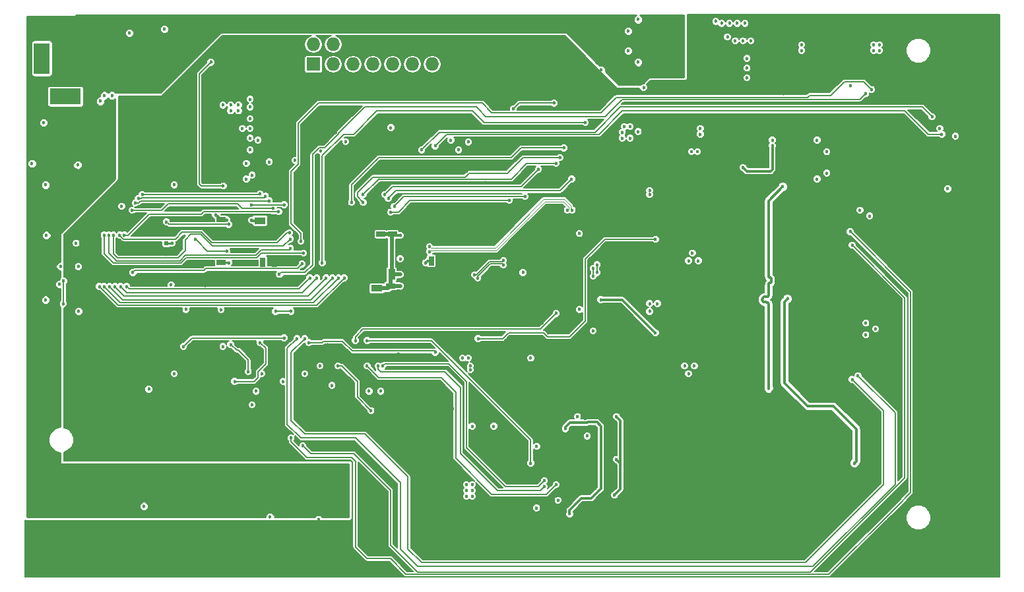
<source format=gbr>
%TF.GenerationSoftware,KiCad,Pcbnew,4.0.7*%
%TF.CreationDate,2018-05-19T04:47:08+02:00*%
%TF.ProjectId,adccore,616463636F72652E6B696361645F7063,rev?*%
%TF.FileFunction,Copper,L4,Bot,Signal*%
%FSLAX46Y46*%
G04 Gerber Fmt 4.6, Leading zero omitted, Abs format (unit mm)*
G04 Created by KiCad (PCBNEW 4.0.7) date 05/19/18 04:47:08*
%MOMM*%
%LPD*%
G01*
G04 APERTURE LIST*
%ADD10C,0.100000*%
%ADD11R,1.143000X0.635000*%
%ADD12R,1.397000X0.889000*%
%ADD13R,0.635000X1.143000*%
%ADD14R,0.889000X1.397000*%
%ADD15R,4.900000X1.600000*%
%ADD16C,0.600000*%
%ADD17C,0.400000*%
%ADD18R,1.727200X1.727200*%
%ADD19O,1.727200X1.727200*%
%ADD20R,2.000000X4.000000*%
%ADD21R,4.000000X2.000000*%
%ADD22R,0.600000X0.500000*%
%ADD23C,0.454000*%
%ADD24C,0.340000*%
%ADD25C,0.254000*%
%ADD26C,0.127000*%
%ADD27C,0.508000*%
%ADD28C,0.125000*%
%ADD29C,0.200000*%
G04 APERTURE END LIST*
D10*
D11*
X110500000Y-91738000D03*
X110500000Y-93262000D03*
D12*
X115500000Y-93750000D03*
X115500000Y-91845000D03*
D11*
X110500000Y-97238000D03*
X110500000Y-98762000D03*
D13*
X137476000Y-97000000D03*
X139000000Y-97000000D03*
X115876000Y-97200000D03*
X117400000Y-97200000D03*
D11*
X132250000Y-100238000D03*
X132250000Y-101762000D03*
X132500000Y-93587876D03*
X132500000Y-92063876D03*
X131000000Y-93587876D03*
X131000000Y-92063876D03*
D14*
X130500000Y-98750000D03*
X132405000Y-98750000D03*
D12*
X130500000Y-102452500D03*
X130500000Y-100547500D03*
D15*
X206850000Y-111250000D03*
X206850000Y-119750000D03*
X206900000Y-89750000D03*
X206900000Y-98250000D03*
D16*
X197150000Y-94400000D03*
X197150000Y-93100000D03*
X195850000Y-94400000D03*
X195850000Y-93100000D03*
D17*
X169150000Y-107900000D03*
X169150000Y-107100000D03*
X168350000Y-107900000D03*
X168350000Y-107100000D03*
X169150000Y-93400000D03*
X169150000Y-92600000D03*
X168350000Y-93400000D03*
X168350000Y-92600000D03*
X152965124Y-123584350D03*
X153965124Y-123584350D03*
X154965124Y-123584350D03*
X155965124Y-123584350D03*
X152965124Y-122584350D03*
X153965124Y-122584350D03*
X154965124Y-122584350D03*
X155965124Y-122584350D03*
X152965124Y-121584350D03*
X153965124Y-121584350D03*
X154965124Y-121584350D03*
X155965124Y-121584350D03*
X152965124Y-120584350D03*
X153965124Y-120584350D03*
X154965124Y-120584350D03*
X155965124Y-120584350D03*
X151000000Y-130750000D03*
X150000000Y-130750000D03*
X151000000Y-131750000D03*
X150000000Y-131750000D03*
X141232843Y-129750000D03*
X140232843Y-129750000D03*
X141232843Y-130750000D03*
X140232843Y-130750000D03*
X163750000Y-130500000D03*
X162750000Y-130500000D03*
X163750000Y-131500000D03*
X162750000Y-131500000D03*
X141000000Y-85500000D03*
X142000000Y-85500000D03*
X141000000Y-84500000D03*
X142000000Y-84500000D03*
X145400000Y-110750000D03*
X145400000Y-109750000D03*
X144400000Y-110750000D03*
X144400000Y-109750000D03*
X178250000Y-83050000D03*
X177250000Y-83050000D03*
X190250000Y-69250000D03*
X190250000Y-68250000D03*
X189250000Y-69250000D03*
X189250000Y-68250000D03*
X163000000Y-84000000D03*
X164000000Y-84000000D03*
X163000000Y-83000000D03*
X164000000Y-83000000D03*
D18*
X122380000Y-71750000D03*
D19*
X122380000Y-69210000D03*
X124920000Y-71750000D03*
X124920000Y-69210000D03*
X127460000Y-71750000D03*
X127460000Y-69210000D03*
X130000000Y-71750000D03*
X130000000Y-69210000D03*
X132540000Y-71750000D03*
X132540000Y-69210000D03*
X135080000Y-71750000D03*
X135080000Y-69210000D03*
X137620000Y-71750000D03*
X137620000Y-69210000D03*
D20*
X87500000Y-71000000D03*
X93500000Y-71000000D03*
D21*
X90550000Y-75900000D03*
D17*
X156000000Y-100500000D03*
X156000000Y-99000000D03*
X156000000Y-97500000D03*
X156000000Y-96000000D03*
X154500000Y-100500000D03*
X154500000Y-99000000D03*
X154500000Y-97500000D03*
X154500000Y-96000000D03*
X153000000Y-100500000D03*
X153000000Y-99000000D03*
X153000000Y-97500000D03*
X153000000Y-96000000D03*
X151500000Y-100500000D03*
X151500000Y-99000000D03*
X151500000Y-97500000D03*
X151500000Y-96000000D03*
D22*
X103500000Y-94750000D03*
X103500000Y-95750000D03*
D17*
X171650000Y-83000000D03*
X170850000Y-83000000D03*
D23*
X111250000Y-91750000D03*
X106000000Y-103250000D03*
X112750000Y-77750000D03*
X111750000Y-77750000D03*
X113250000Y-80000000D03*
X114500000Y-86000000D03*
X113750000Y-84500000D03*
X113750000Y-86500000D03*
X115250000Y-81500000D03*
X114250000Y-82750000D03*
X114250000Y-81250000D03*
X112750000Y-77000000D03*
X111750000Y-77000000D03*
X114250000Y-78750000D03*
X114250000Y-80000000D03*
X114250000Y-76250000D03*
X114250000Y-77250000D03*
X110750000Y-77000000D03*
X96500000Y-75750000D03*
X110750000Y-108000000D03*
X142500000Y-110500000D03*
X142250000Y-109500000D03*
X141500000Y-109500000D03*
X142500000Y-111000000D03*
X118500000Y-112500000D03*
X121250000Y-111500000D03*
X124750000Y-113000000D03*
X129500000Y-113750000D03*
X131000000Y-113750000D03*
X115750000Y-111500000D03*
X115000000Y-113750000D03*
X114500000Y-115500000D03*
X141000000Y-82750000D03*
X142250000Y-81750000D03*
X140000000Y-81500000D03*
X133500000Y-96750000D03*
X97750000Y-90000000D03*
X104500000Y-111500000D03*
X101250000Y-113500000D03*
X92250000Y-103500000D03*
X116700000Y-84300000D03*
X126500000Y-81700000D03*
X132300000Y-79900000D03*
X109800000Y-91100000D03*
X114400000Y-91800000D03*
X110500000Y-103300000D03*
X92200000Y-97750000D03*
X91903800Y-94748800D03*
X104100000Y-100100000D03*
X104251200Y-94748800D03*
X111500000Y-97250000D03*
X132250000Y-85000000D03*
X144750000Y-93500000D03*
X143750000Y-93500000D03*
X142750000Y-93500000D03*
X141750000Y-93500000D03*
X140750000Y-93500000D03*
X139750000Y-93500000D03*
X138750000Y-93500000D03*
X137750000Y-93500000D03*
X133500000Y-95750000D03*
X90000000Y-131000000D03*
X108250000Y-131000000D03*
X145500000Y-70000000D03*
X155500000Y-70000000D03*
X149500000Y-70000000D03*
X210000000Y-119750000D03*
X206750000Y-121250000D03*
X203750000Y-119750000D03*
X209750000Y-111250000D03*
X203750000Y-111250000D03*
X207000000Y-110000000D03*
X209750000Y-98250000D03*
X204000000Y-98250000D03*
X206750000Y-99500000D03*
X199500000Y-92500000D03*
X199500000Y-95000000D03*
X197250000Y-96750000D03*
X196250000Y-96750000D03*
X193500000Y-94500000D03*
X193500000Y-93500000D03*
X193500000Y-92500000D03*
X196750000Y-90750000D03*
X197750000Y-90750000D03*
X183250000Y-92250000D03*
X139250000Y-89750000D03*
X144500000Y-87000000D03*
X139750000Y-96750000D03*
X170750000Y-88750000D03*
X171500000Y-89750000D03*
X170750000Y-90750000D03*
X186750000Y-102750000D03*
X159000000Y-103000000D03*
X158250000Y-103750000D03*
X158250000Y-105000000D03*
X157750000Y-93500000D03*
X158750000Y-92750000D03*
X162000000Y-98750000D03*
X162000000Y-97750000D03*
X147250000Y-98250000D03*
X98750000Y-67750000D03*
X103250000Y-67250000D03*
X95500000Y-75750000D03*
X95000000Y-76500000D03*
X87750000Y-79250000D03*
X171250000Y-104500000D03*
X186750000Y-109750000D03*
X184500000Y-108750000D03*
X186000000Y-108750000D03*
X186000000Y-105500000D03*
X184500000Y-105500000D03*
X183750000Y-106250000D03*
X185250000Y-107323000D03*
X133500000Y-80000000D03*
X132500000Y-84500000D03*
X117750000Y-82000000D03*
X120000000Y-80000000D03*
X120000000Y-77250000D03*
X180250000Y-83250000D03*
X180250000Y-84500000D03*
X176750000Y-85250000D03*
X168750000Y-86000000D03*
X169500000Y-85000000D03*
X174500000Y-85000000D03*
X165500000Y-110500000D03*
X166250000Y-111500000D03*
X166250000Y-109500000D03*
X166750000Y-97000000D03*
X166250000Y-98000000D03*
X166250000Y-96000000D03*
X126750000Y-110250000D03*
X124250000Y-107750000D03*
X133250000Y-137000000D03*
X132250000Y-136000000D03*
X157500000Y-129750000D03*
X140205844Y-116000000D03*
X138500000Y-110750000D03*
X127250000Y-116500000D03*
X126000000Y-117750000D03*
X95000000Y-103750000D03*
X94500000Y-95250000D03*
X88000000Y-102000000D03*
X89750000Y-100000000D03*
X108250000Y-103250000D03*
X109250000Y-108000000D03*
X114250000Y-104750000D03*
X121750000Y-113000000D03*
X120250000Y-112500000D03*
X118500000Y-114250000D03*
X116750000Y-113750000D03*
X117500000Y-110500000D03*
X114750000Y-110250000D03*
X115250000Y-110250000D03*
X136500000Y-104750000D03*
X154250000Y-116500000D03*
X151750000Y-117000000D03*
X152250000Y-118250000D03*
X151500000Y-117500000D03*
X150750000Y-117500000D03*
X148750000Y-121000000D03*
X148750000Y-120000000D03*
X150250000Y-125000000D03*
X158500000Y-126250000D03*
X155000000Y-128250000D03*
X153000000Y-128000000D03*
X166750000Y-130000000D03*
X165500000Y-128750000D03*
X160750000Y-134500000D03*
X160500000Y-131500000D03*
X152500000Y-131000000D03*
X153750000Y-132000000D03*
X148750000Y-133500000D03*
X148250000Y-134500000D03*
X137500000Y-130250000D03*
X138250000Y-130750000D03*
X146500000Y-130500000D03*
X149000000Y-128750000D03*
X146000000Y-129750000D03*
X146500000Y-129000000D03*
X148250000Y-128000000D03*
X157250000Y-117250000D03*
X158000000Y-118250000D03*
X151704782Y-104954782D03*
X153000000Y-105250000D03*
X152500000Y-106250000D03*
X155250000Y-107250000D03*
X154500000Y-107750000D03*
X156000000Y-107750000D03*
X152000000Y-107750000D03*
X150500000Y-107750000D03*
X151250000Y-107250000D03*
X149000000Y-107250000D03*
X147000000Y-107250000D03*
X148000000Y-106750000D03*
X149250000Y-112500000D03*
X147250000Y-112500000D03*
X148250000Y-113250000D03*
X185250000Y-84250000D03*
X193200000Y-103000000D03*
X194400000Y-103800000D03*
X191700000Y-104400000D03*
X187800000Y-104700000D03*
X180500000Y-117900000D03*
X177000000Y-117900000D03*
X173500000Y-117900000D03*
X170000000Y-117900000D03*
X169000000Y-118300000D03*
X180500000Y-123700000D03*
X177000000Y-123700000D03*
X173500000Y-123700000D03*
X170000000Y-123700000D03*
X169000000Y-124000000D03*
X130000000Y-92000000D03*
X133250000Y-109000000D03*
X132000000Y-110750000D03*
X133000000Y-113750000D03*
X125500000Y-111354000D03*
X209750000Y-89750000D03*
X207000000Y-88500000D03*
X204000000Y-89750000D03*
X134000000Y-121500000D03*
X136250000Y-121500000D03*
X138250000Y-126500000D03*
X139000000Y-125250000D03*
X138750000Y-123250000D03*
X197500000Y-83000000D03*
X198500000Y-85000000D03*
X202750000Y-85750000D03*
X201500000Y-86750000D03*
X184000000Y-95000000D03*
X185500000Y-92750000D03*
X194500000Y-88750000D03*
X193750000Y-89750000D03*
X191500000Y-89250000D03*
X190750000Y-90000000D03*
X187750000Y-89500000D03*
X187000000Y-88250000D03*
X194750000Y-85250000D03*
X192250000Y-87250000D03*
X190500000Y-88000000D03*
X186500000Y-83000000D03*
X192250000Y-83500000D03*
X191500000Y-83000000D03*
X193250000Y-80250000D03*
X160500000Y-87000000D03*
X166000000Y-83250000D03*
X162000000Y-78500000D03*
X168500000Y-80250000D03*
X174500000Y-80750000D03*
X173250000Y-79000000D03*
X176250000Y-79000000D03*
X164000000Y-66000000D03*
X164000000Y-71500000D03*
X162750000Y-70000000D03*
X162750000Y-67500000D03*
X159250000Y-72500000D03*
X170976000Y-84947498D03*
X171000000Y-67500000D03*
X182750000Y-75500000D03*
X184000000Y-73750000D03*
X184000000Y-71000000D03*
X182750000Y-68000000D03*
X182500000Y-68750000D03*
X184000000Y-66500000D03*
X185250000Y-71250000D03*
X186250000Y-72000000D03*
X187250000Y-71250000D03*
X192000000Y-66250000D03*
X193000000Y-65500000D03*
X194000000Y-66250000D03*
X192000000Y-71500000D03*
X166000000Y-75250000D03*
X140250000Y-79750000D03*
X141250000Y-79000000D03*
X142250000Y-79750000D03*
X138250000Y-133500000D03*
X141750000Y-96500000D03*
X132250000Y-102750000D03*
X130500000Y-103500000D03*
X129500000Y-98750000D03*
X136750000Y-93500000D03*
X101500000Y-76000000D03*
X100250000Y-105250000D03*
X102576408Y-104744092D03*
X104500000Y-112500000D03*
X103500000Y-112250000D03*
X103500000Y-108250000D03*
X103250000Y-106000000D03*
X96750000Y-107000000D03*
X97250000Y-105000000D03*
X92500000Y-106500000D03*
X90750000Y-107750000D03*
X96000000Y-111000000D03*
X86250000Y-84500000D03*
X88000000Y-87250000D03*
X110500000Y-83000000D03*
X110500000Y-81250000D03*
X110500000Y-82000000D03*
X110250000Y-84500000D03*
X111250000Y-84250000D03*
X111500000Y-85500000D03*
X110750000Y-86750000D03*
X116500000Y-71500000D03*
X115000000Y-70250000D03*
X113500000Y-71500000D03*
X111500000Y-70250000D03*
X112000000Y-69000000D03*
X108500000Y-92900000D03*
X116600000Y-93800000D03*
X116800000Y-97200000D03*
X114700000Y-97400000D03*
X114600000Y-95700000D03*
X101900000Y-89800000D03*
X105200000Y-90400000D03*
X102000000Y-93100000D03*
X124000000Y-79800000D03*
X125200000Y-80500000D03*
X123200000Y-80900000D03*
X122200000Y-81800000D03*
X120800000Y-85600000D03*
X126300000Y-85000000D03*
X92100000Y-84700000D03*
X98500000Y-88500000D03*
X93800000Y-90700000D03*
X96000000Y-90700000D03*
X88100000Y-93700000D03*
X89900000Y-97700000D03*
X116800000Y-129900000D03*
X123000000Y-130200000D03*
X128500000Y-124000000D03*
X123100000Y-120800000D03*
X125800000Y-120800000D03*
X100600000Y-128500000D03*
X98500000Y-119600000D03*
X98500000Y-121900000D03*
X103500000Y-96200000D03*
X106400000Y-97700000D03*
X108500000Y-100182500D03*
X104500000Y-87250000D03*
X123226000Y-110500000D03*
X136750000Y-97250000D03*
X115876000Y-97200000D03*
X120000000Y-84100000D03*
X123300000Y-82900000D03*
X109200000Y-71500000D03*
X110800000Y-87400000D03*
X111750000Y-107750000D03*
X114000000Y-111250000D03*
X133500000Y-93750000D03*
X133500000Y-98750000D03*
X133500000Y-100250000D03*
X150250000Y-109500000D03*
X149250000Y-98500000D03*
X158250000Y-106000000D03*
X156500000Y-103250000D03*
X156500000Y-93500000D03*
X158750000Y-98500000D03*
X158750000Y-97500000D03*
X158250000Y-98000000D03*
X158250000Y-99000000D03*
X154937926Y-90476208D03*
X137250000Y-95817000D03*
X155571926Y-90476208D03*
X137250000Y-95183000D03*
X183200000Y-101900000D03*
X191800000Y-123000000D03*
X191250000Y-74500000D03*
X188250000Y-83000000D03*
X187000000Y-81500000D03*
X203750000Y-87750000D03*
X204750000Y-81000000D03*
X202750000Y-80000000D03*
X188250000Y-85750000D03*
X187000000Y-86500000D03*
X192500000Y-90500000D03*
X193750000Y-91250000D03*
X193250000Y-106500000D03*
X194500000Y-105750000D03*
X193250000Y-105000000D03*
X195000000Y-69250000D03*
X195000000Y-70000000D03*
X194250000Y-70000000D03*
X194250000Y-69250000D03*
X125400000Y-127500000D03*
X123600000Y-127600000D03*
X123100000Y-126800000D03*
X125800000Y-126800000D03*
X166500000Y-71500000D03*
X166500000Y-72750000D03*
X167250000Y-71500000D03*
X167250000Y-72750000D03*
X93500000Y-81750000D03*
X92250000Y-81750000D03*
X92250000Y-81000000D03*
X93500000Y-80250000D03*
X93500000Y-79500000D03*
X93500000Y-81000000D03*
X102250000Y-73500000D03*
X100750000Y-73500000D03*
X101500000Y-72750000D03*
X101500000Y-73500000D03*
X101500000Y-74250000D03*
X100250000Y-72500000D03*
X103250000Y-73250000D03*
X124500000Y-127500000D03*
X99000000Y-75250000D03*
X163400000Y-74200000D03*
X156250000Y-117000000D03*
X151000000Y-128750000D03*
X142750000Y-118250000D03*
X145500000Y-118250000D03*
X153750000Y-127750000D03*
X157500000Y-119500000D03*
X151005650Y-120834350D03*
X142000000Y-127250000D03*
X142750000Y-127250000D03*
X142750000Y-126500000D03*
X142000000Y-126500000D03*
X142750000Y-125750000D03*
X142000000Y-125750000D03*
X161250000Y-117000000D03*
X161250000Y-122500000D03*
X161000000Y-127090000D03*
X154696079Y-118572456D03*
X155250000Y-129500000D03*
X177476000Y-85000000D03*
X162250000Y-79750000D03*
X162000000Y-81250000D03*
X163000000Y-81250000D03*
X164038500Y-80405000D03*
X162000000Y-80500000D03*
X163000000Y-79750000D03*
X185000000Y-70000000D03*
X185000000Y-69250000D03*
X164750000Y-74750000D03*
X181250000Y-81500000D03*
X181250000Y-82250000D03*
X178000000Y-73500000D03*
X178000000Y-72250000D03*
X178000000Y-71000000D03*
X176500000Y-68750000D03*
X177500000Y-68750000D03*
X178500000Y-68750000D03*
X174750000Y-66500000D03*
X175750000Y-66500000D03*
X176750000Y-66500000D03*
X177750000Y-66500000D03*
X175500000Y-68250000D03*
X174000000Y-66250000D03*
X170500000Y-97000000D03*
X171750000Y-97000000D03*
X171000000Y-96000000D03*
X172000000Y-80750000D03*
X172000000Y-80000000D03*
X170000000Y-110500000D03*
X170500000Y-111500000D03*
X171250000Y-110500000D03*
X166500000Y-102500000D03*
X165500000Y-102500000D03*
X165500000Y-103500000D03*
X165500000Y-88000000D03*
X165500000Y-88500000D03*
X182600000Y-87500000D03*
X180800000Y-113400000D03*
X121250000Y-107000000D03*
X191500000Y-112250000D03*
X120250000Y-107000000D03*
X192250000Y-111750000D03*
X191500000Y-95000000D03*
X121000000Y-120750000D03*
X191250000Y-93250000D03*
X119500000Y-119750000D03*
X90250008Y-102500000D03*
X90300000Y-99600000D03*
X123500000Y-97250000D03*
X157250000Y-79250000D03*
X201750000Y-78500000D03*
X136250000Y-82750000D03*
X203000000Y-80750000D03*
X138000000Y-82250000D03*
X105700000Y-108000000D03*
X118600000Y-106900000D03*
X118600000Y-89800000D03*
X114400000Y-89800000D03*
X115500000Y-107500000D03*
X112250000Y-112500000D03*
X107204775Y-94204775D03*
X111250000Y-95750000D03*
X111500000Y-92331013D03*
X103500000Y-92000000D03*
X115500000Y-88400000D03*
X100400000Y-88500000D03*
X116200000Y-88700000D03*
X99900000Y-89000000D03*
X116700000Y-89300000D03*
X99500000Y-89600000D03*
X117200000Y-90300000D03*
X99083960Y-90500000D03*
X117900000Y-90700000D03*
X98100000Y-93700000D03*
X97500000Y-93700000D03*
X119300000Y-93400000D03*
X119400000Y-94200000D03*
X96700000Y-93700000D03*
X119400000Y-95400000D03*
X96100000Y-93700000D03*
X95500000Y-93700000D03*
X121100000Y-96000000D03*
X120900000Y-97400000D03*
X99200000Y-98500000D03*
X98400000Y-100300000D03*
X121900000Y-99200000D03*
X97600000Y-100300000D03*
X122800000Y-99200000D03*
X96900000Y-100300000D03*
X124000000Y-99200000D03*
X96200000Y-100300000D03*
X124800000Y-99200000D03*
X95485719Y-100295284D03*
X125600000Y-99200000D03*
X94900000Y-100300000D03*
X126300000Y-99200000D03*
X159250000Y-102000000D03*
X166250000Y-106250000D03*
X166250000Y-94250000D03*
X143500000Y-107000000D03*
X138000000Y-108750000D03*
X121750000Y-107500000D03*
X129750000Y-116250000D03*
X125500000Y-110500000D03*
X152000000Y-125250000D03*
X131250000Y-110500000D03*
X152000000Y-126000000D03*
X130668997Y-110500000D03*
X129250000Y-110500000D03*
X153500000Y-125750000D03*
X129250000Y-107250000D03*
X150250000Y-123000000D03*
X117500000Y-103500000D03*
X119500000Y-103500000D03*
X120750000Y-94500000D03*
X194000000Y-75000000D03*
X118000000Y-98750000D03*
X193250000Y-75500000D03*
X151250000Y-85250000D03*
X131500000Y-88500000D03*
X131980327Y-88990164D03*
X155500000Y-86500000D03*
X153250000Y-76750000D03*
X148000000Y-77500000D03*
X147500000Y-89250000D03*
X132250000Y-90750000D03*
X132750000Y-90000012D03*
X149500000Y-88750000D03*
X154500000Y-82500000D03*
X127250000Y-89500000D03*
X128750000Y-89500000D03*
X154000000Y-83750000D03*
X128750000Y-88500000D03*
X153500000Y-84500000D03*
X146750000Y-96959500D03*
X143044586Y-98794586D03*
X146750000Y-97540500D03*
X143455414Y-99205414D03*
X153500000Y-103750000D03*
X127750000Y-107249999D03*
D24*
X110928974Y-91750000D02*
X111250000Y-91750000D01*
X110512000Y-91750000D02*
X110928974Y-91750000D01*
X110500000Y-91738000D02*
X110512000Y-91750000D01*
X109800000Y-91100000D02*
X109862000Y-91100000D01*
X109862000Y-91100000D02*
X110500000Y-91738000D01*
X115500000Y-91845000D02*
X114445000Y-91845000D01*
X114445000Y-91845000D02*
X114400000Y-91800000D01*
D25*
X103500000Y-94750000D02*
X104250000Y-94750000D01*
X104250000Y-94750000D02*
X104251200Y-94748800D01*
X110500000Y-97238000D02*
X111488000Y-97238000D01*
X111488000Y-97238000D02*
X111500000Y-97250000D01*
D26*
X142750000Y-93500000D02*
X143750000Y-93500000D01*
X140750000Y-93500000D02*
X141750000Y-93500000D01*
X138750000Y-93500000D02*
X139750000Y-93500000D01*
X136750000Y-93500000D02*
X137750000Y-93500000D01*
D24*
X139000000Y-97000000D02*
X139500000Y-97000000D01*
X139500000Y-97000000D02*
X139750000Y-96750000D01*
D27*
X110500000Y-98762000D02*
X109420500Y-98762000D01*
X109420500Y-98762000D02*
X108500000Y-99682500D01*
X108500000Y-99682500D02*
X108500000Y-100155490D01*
X131000000Y-92063876D02*
X130063876Y-92063876D01*
X130063876Y-92063876D02*
X130000000Y-92000000D01*
X132500000Y-92063876D02*
X131000000Y-92063876D01*
X132250000Y-101762000D02*
X132250000Y-102750000D01*
X130500000Y-102452500D02*
X130500000Y-103500000D01*
X130500000Y-98750000D02*
X129500000Y-98750000D01*
D24*
X110500000Y-93262000D02*
X108862000Y-93262000D01*
X108862000Y-93262000D02*
X108500000Y-92900000D01*
X115500000Y-93750000D02*
X116550000Y-93750000D01*
X116550000Y-93750000D02*
X116600000Y-93800000D01*
X117400000Y-97200000D02*
X116800000Y-97200000D01*
D26*
X103500000Y-95750000D02*
X103500000Y-96200000D01*
D24*
X137476000Y-97000000D02*
X137000000Y-97000000D01*
X137000000Y-97000000D02*
X136750000Y-97250000D01*
D26*
X107700000Y-87100000D02*
X107700000Y-73000000D01*
X107700000Y-73000000D02*
X109200000Y-71500000D01*
X108000000Y-87400000D02*
X107700000Y-87100000D01*
X110800000Y-87400000D02*
X108000000Y-87400000D01*
X112750000Y-108500000D02*
X112500000Y-108500000D01*
X112500000Y-108500000D02*
X111750000Y-107750000D01*
X114000000Y-109750000D02*
X112750000Y-108500000D01*
X114000000Y-111250000D02*
X114000000Y-109750000D01*
D27*
X132250000Y-100238000D02*
X132250000Y-98905000D01*
X132250000Y-98905000D02*
X132405000Y-98750000D01*
X132405000Y-98750000D02*
X132405000Y-93682876D01*
X132405000Y-93682876D02*
X132500000Y-93587876D01*
X132405000Y-98750000D02*
X133500000Y-98750000D01*
X132250000Y-100238000D02*
X133488000Y-100238000D01*
X133488000Y-100238000D02*
X133500000Y-100250000D01*
X130500000Y-100547500D02*
X131940500Y-100547500D01*
X131940500Y-100547500D02*
X132250000Y-100238000D01*
D24*
X133500000Y-93750000D02*
X132662124Y-93750000D01*
X132662124Y-93750000D02*
X132500000Y-93587876D01*
D27*
X131000000Y-93587876D02*
X132500000Y-93587876D01*
D26*
X158750000Y-97500000D02*
X158750000Y-98500000D01*
X158250000Y-98250000D02*
X158250000Y-98000000D01*
X158250000Y-99000000D02*
X158250000Y-98250000D01*
D28*
X154436834Y-89402500D02*
X155102427Y-90068093D01*
X155102427Y-90311707D02*
X154937926Y-90476208D01*
X155102427Y-90068093D02*
X155102427Y-90311707D01*
X152063166Y-89402500D02*
X154436834Y-89402500D01*
X145813167Y-95652499D02*
X152063166Y-89402500D01*
X137250000Y-95817000D02*
X137414501Y-95652499D01*
X137414501Y-95652499D02*
X145813167Y-95652499D01*
X154563166Y-89097500D02*
X155407425Y-89941759D01*
X155407425Y-89941759D02*
X155407425Y-90311707D01*
X155407425Y-90311707D02*
X155571926Y-90476208D01*
X151936834Y-89097500D02*
X154563166Y-89097500D01*
X145686833Y-95347501D02*
X151936834Y-89097500D01*
X137250000Y-95183000D02*
X137414501Y-95347501D01*
X137414501Y-95347501D02*
X145686833Y-95347501D01*
D24*
X182800000Y-112700000D02*
X182800000Y-102300000D01*
X182800000Y-102300000D02*
X183200000Y-101900000D01*
X185800000Y-115700000D02*
X182800000Y-112700000D01*
X189100000Y-115700000D02*
X185800000Y-115700000D01*
X192026999Y-118626999D02*
X189100000Y-115700000D01*
X191800000Y-123000000D02*
X192026999Y-122773001D01*
X192026999Y-122773001D02*
X192026999Y-118626999D01*
X93500000Y-71000000D02*
X93500000Y-79500000D01*
X161750000Y-117500000D02*
X161250000Y-117000000D01*
X161750000Y-123250000D02*
X161750000Y-123000000D01*
X161750000Y-126340000D02*
X161750000Y-123250000D01*
X161750000Y-123250000D02*
X161750000Y-117500000D01*
X161750000Y-123000000D02*
X161250000Y-122500000D01*
X161000000Y-127090000D02*
X161750000Y-126340000D01*
X154696079Y-118572456D02*
X154696079Y-118351923D01*
X154696079Y-118351923D02*
X155274001Y-117774001D01*
X156750000Y-127500000D02*
X155250000Y-129000000D01*
X155274001Y-117774001D02*
X157501521Y-117774001D01*
X158725999Y-117725999D02*
X159250000Y-118250000D01*
X159250000Y-126250000D02*
X158000000Y-127500000D01*
X157501521Y-117774001D02*
X157549523Y-117725999D01*
X159250000Y-118250000D02*
X159250000Y-126250000D01*
X157549523Y-117725999D02*
X158725999Y-117725999D01*
X158000000Y-127500000D02*
X156750000Y-127500000D01*
X155250000Y-129000000D02*
X155250000Y-129500000D01*
X181000000Y-85500000D02*
X181250000Y-85250000D01*
X181250000Y-85250000D02*
X181250000Y-82250000D01*
X177976000Y-85500000D02*
X181000000Y-85500000D01*
X177476000Y-85000000D02*
X177976000Y-85500000D01*
X180800000Y-113400000D02*
X180800000Y-102660000D01*
X180803686Y-99967277D02*
X180814562Y-99936195D01*
X179950273Y-101980000D02*
X179958797Y-101904342D01*
X180766329Y-101447520D02*
X180791475Y-101375657D01*
X180725822Y-101511986D02*
X180766329Y-101447520D01*
X180800000Y-102660000D02*
X180791475Y-102584342D01*
X180791475Y-102584342D02*
X180766329Y-102512479D01*
X180855367Y-99140863D02*
X180832082Y-99117578D01*
X180832082Y-99117578D02*
X180814562Y-99089696D01*
X180766329Y-102512479D02*
X180725822Y-102448013D01*
X180725822Y-102448013D02*
X180671986Y-102394177D01*
X180671986Y-102394177D02*
X180607520Y-102353670D01*
X180290273Y-101640000D02*
X180460000Y-101640000D01*
X180607520Y-102353670D02*
X180535657Y-102328524D01*
X180800000Y-101300000D02*
X180800000Y-100000000D01*
X180535657Y-102328524D02*
X180460000Y-102320000D01*
X180979776Y-99849259D02*
X181010858Y-99838383D01*
X181079545Y-99769696D02*
X181090421Y-99738614D01*
X180460000Y-102320000D02*
X180290273Y-102320000D01*
X180078286Y-102245822D02*
X180024450Y-102191986D01*
X181079545Y-99256195D02*
X181062025Y-99228313D01*
X180290273Y-102320000D02*
X180214615Y-102311475D01*
X180832082Y-99908313D02*
X180855367Y-99885028D01*
X180607520Y-101606329D02*
X180671986Y-101565822D01*
X180214615Y-102311475D02*
X180142752Y-102286329D01*
X180914331Y-99169259D02*
X180883249Y-99158383D01*
X180142752Y-102286329D02*
X180078286Y-102245822D01*
X180024450Y-102191986D02*
X179983943Y-102127520D01*
X179958797Y-101904342D02*
X179983943Y-101832479D01*
X179958797Y-102055657D02*
X179950273Y-101980000D01*
X180800000Y-100000000D02*
X180803686Y-99967277D01*
X179983943Y-102127520D02*
X179958797Y-102055657D01*
X180671986Y-101565822D02*
X180725822Y-101511986D01*
X180142752Y-101673670D02*
X180214615Y-101648524D01*
X179983943Y-101832479D02*
X180024450Y-101768013D01*
X180024450Y-101768013D02*
X180078286Y-101714177D01*
X180078286Y-101714177D02*
X180142752Y-101673670D01*
X181090421Y-99287277D02*
X181079545Y-99256195D01*
X180214615Y-101648524D02*
X180290273Y-101640000D01*
X180460000Y-101640000D02*
X180535657Y-101631475D01*
X180535657Y-101631475D02*
X180607520Y-101606329D01*
X180791475Y-101375657D02*
X180800000Y-101300000D01*
X180814562Y-99936195D02*
X180832082Y-99908313D01*
X180855367Y-99885028D02*
X180883249Y-99867508D01*
X180883249Y-99867508D02*
X180914331Y-99856632D01*
X180814562Y-99089696D02*
X180803686Y-99058614D01*
X180914331Y-99856632D02*
X180979776Y-99849259D01*
X181010858Y-99838383D02*
X181038740Y-99820863D01*
X181038740Y-99820863D02*
X181062025Y-99797578D01*
X181062025Y-99797578D02*
X181079545Y-99769696D01*
X181090421Y-99738614D02*
X181094108Y-99705892D01*
X181094108Y-99705892D02*
X181094108Y-99320000D01*
X181062025Y-99228313D02*
X181038740Y-99205028D01*
X181094108Y-99320000D02*
X181090421Y-99287277D01*
X181038740Y-99205028D02*
X181010858Y-99187508D01*
X180800000Y-89300000D02*
X182600000Y-87500000D01*
X181010858Y-99187508D02*
X180979776Y-99176632D01*
X180979776Y-99176632D02*
X180914331Y-99169259D01*
X180883249Y-99158383D02*
X180855367Y-99140863D01*
X180803686Y-99058614D02*
X180800000Y-99025892D01*
X180800000Y-99025892D02*
X180800000Y-89300000D01*
D26*
X191500000Y-112250000D02*
X195500000Y-116250000D01*
X195500000Y-116250000D02*
X195500000Y-125750000D01*
X195500000Y-125750000D02*
X185500000Y-135750000D01*
X185500000Y-135750000D02*
X136250000Y-135750000D01*
X134500000Y-124750000D02*
X129000000Y-119250000D01*
X136250000Y-135750000D02*
X134500000Y-134000000D01*
X119500000Y-117500000D02*
X119500000Y-108750000D01*
X134500000Y-134000000D02*
X134500000Y-124750000D01*
X129000000Y-119250000D02*
X121250000Y-119250000D01*
X121250000Y-119250000D02*
X119500000Y-117500000D01*
X119500000Y-108750000D02*
X121250000Y-107000000D01*
X192250000Y-111750000D02*
X197000000Y-116500000D01*
X197000000Y-116500000D02*
X197000000Y-125750000D01*
X133500000Y-125500000D02*
X127750000Y-119750000D01*
X197000000Y-125750000D02*
X186495990Y-136254010D01*
X119000000Y-108250000D02*
X120250000Y-107000000D01*
X186495990Y-136254010D02*
X186491980Y-136250000D01*
X127750000Y-119750000D02*
X120750000Y-119750000D01*
X186491980Y-136250000D02*
X135750000Y-136250000D01*
X133500000Y-134000000D02*
X133500000Y-125500000D01*
X120750000Y-119750000D02*
X119000000Y-118000000D01*
X135750000Y-136250000D02*
X133500000Y-134000000D01*
X119000000Y-118000000D02*
X119000000Y-108250000D01*
X198250000Y-124859224D02*
X198250000Y-101750000D01*
X198250000Y-101750000D02*
X191500000Y-95000000D01*
X135745990Y-136995990D02*
X186113234Y-136995990D01*
X186113234Y-136995990D02*
X198250000Y-124859224D01*
X132250000Y-133500000D02*
X135745990Y-136995990D01*
X132250000Y-126500000D02*
X132250000Y-132750000D01*
X132250000Y-132750000D02*
X132250000Y-133500000D01*
X127500000Y-121750000D02*
X132250000Y-126500000D01*
X122000000Y-121750000D02*
X127500000Y-121750000D01*
X121000000Y-120750000D02*
X122000000Y-121750000D01*
X199000000Y-126750000D02*
X199000000Y-101000000D01*
X199000000Y-101000000D02*
X191250000Y-93250000D01*
X197254010Y-128495990D02*
X199000000Y-126750000D01*
X188500000Y-137250000D02*
X197254010Y-128495990D01*
X134250000Y-137250000D02*
X188500000Y-137250000D01*
X132250000Y-135250000D02*
X134250000Y-137250000D01*
X129250000Y-135250000D02*
X132250000Y-135250000D01*
X127750000Y-133750000D02*
X129250000Y-135250000D01*
X127750000Y-122750000D02*
X127750000Y-133500000D01*
X127750000Y-133500000D02*
X127750000Y-133750000D01*
X127250000Y-122250000D02*
X127750000Y-122750000D01*
X121500000Y-122250000D02*
X127250000Y-122250000D01*
X119500000Y-120250000D02*
X121500000Y-122250000D01*
X119500000Y-119750000D02*
X119500000Y-120250000D01*
X90300000Y-102450008D02*
X90250008Y-102500000D01*
X90300000Y-99600000D02*
X90300000Y-102450008D01*
X126250000Y-80750000D02*
X123500000Y-83500000D01*
X123500000Y-83500000D02*
X123500000Y-97250000D01*
X130500000Y-77750000D02*
X127500000Y-80750000D01*
X127500000Y-80750000D02*
X126250000Y-80750000D01*
X142750000Y-77750000D02*
X130500000Y-77750000D01*
X144250000Y-79250000D02*
X142750000Y-77750000D01*
X157250000Y-79250000D02*
X144250000Y-79250000D01*
X168500000Y-77250000D02*
X200500000Y-77250000D01*
X200500000Y-77250000D02*
X201750000Y-78500000D01*
X161750000Y-77250000D02*
X168500000Y-77250000D01*
X158500000Y-80500000D02*
X161750000Y-77250000D01*
X138500000Y-80500000D02*
X158500000Y-80500000D01*
X136250000Y-82750000D02*
X138500000Y-80500000D01*
X198250000Y-77750000D02*
X201250000Y-80750000D01*
X201250000Y-80750000D02*
X203000000Y-80750000D01*
X175750000Y-77750000D02*
X198250000Y-77750000D01*
X162000000Y-77750000D02*
X175750000Y-77750000D01*
X158995990Y-80754010D02*
X162000000Y-77750000D01*
X139495990Y-80754010D02*
X158995990Y-80754010D01*
X138000000Y-82250000D02*
X139495990Y-80754010D01*
X118600000Y-106900000D02*
X106800000Y-106900000D01*
X106800000Y-106900000D02*
X105700000Y-108000000D01*
X114400000Y-89800000D02*
X118600000Y-89800000D01*
X112250000Y-112500000D02*
X114750000Y-112500000D01*
X114750000Y-112500000D02*
X115250000Y-112000000D01*
X116250000Y-110250000D02*
X116250000Y-108250000D01*
X115250000Y-112000000D02*
X115250000Y-111250000D01*
X115250000Y-111250000D02*
X116250000Y-110250000D01*
X116250000Y-108250000D02*
X115500000Y-107500000D01*
X108750000Y-95750000D02*
X107431774Y-94431774D01*
X111250000Y-95750000D02*
X108750000Y-95750000D01*
X107431774Y-94431774D02*
X107204775Y-94204775D01*
X103500000Y-92000000D02*
X103831013Y-92331013D01*
X103831013Y-92331013D02*
X111178974Y-92331013D01*
X111178974Y-92331013D02*
X111500000Y-92331013D01*
X115400000Y-88500000D02*
X115500000Y-88400000D01*
X100400000Y-88500000D02*
X115400000Y-88500000D01*
X103100000Y-88900000D02*
X116000000Y-88900000D01*
X116000000Y-88900000D02*
X116200000Y-88700000D01*
X103082499Y-88917501D02*
X103100000Y-88900000D01*
X99900000Y-89000000D02*
X100221026Y-89000000D01*
X100221026Y-89000000D02*
X100303525Y-88917501D01*
X100303525Y-88917501D02*
X103082499Y-88917501D01*
X99500000Y-89600000D02*
X99917902Y-89600000D01*
X99917902Y-89600000D02*
X100217902Y-89300000D01*
X100217902Y-89300000D02*
X116700000Y-89300000D01*
X112600000Y-89700000D02*
X113200000Y-90300000D01*
X113200000Y-90300000D02*
X117200000Y-90300000D01*
X103700000Y-89700000D02*
X112600000Y-89700000D01*
X102900000Y-90500000D02*
X103700000Y-89700000D01*
X99083960Y-90500000D02*
X102900000Y-90500000D01*
X108000000Y-91000000D02*
X108317501Y-90682499D01*
X108317501Y-90682499D02*
X116964597Y-90682499D01*
X116964597Y-90682499D02*
X116999599Y-90717501D01*
X116999599Y-90717501D02*
X117882499Y-90717501D01*
X117882499Y-90717501D02*
X117900000Y-90700000D01*
X101300000Y-91000000D02*
X108000000Y-91000000D01*
X98600000Y-93700000D02*
X101300000Y-91000000D01*
X98100000Y-93700000D02*
X98600000Y-93700000D01*
X119300000Y-93400000D02*
X118978974Y-93400000D01*
X118978974Y-93400000D02*
X117678974Y-94700000D01*
X117678974Y-94700000D02*
X109359224Y-94700000D01*
X109359224Y-94700000D02*
X108005214Y-93345990D01*
X108005214Y-93345990D02*
X105554010Y-93345990D01*
X105554010Y-93345990D02*
X104700000Y-94200000D01*
X104700000Y-94200000D02*
X98000000Y-94200000D01*
X98000000Y-94200000D02*
X97500000Y-93700000D01*
X96700000Y-93700000D02*
X96700000Y-96100000D01*
X96700000Y-96100000D02*
X97217501Y-96617501D01*
X104982499Y-96617501D02*
X105900000Y-95700000D01*
X105900000Y-94300000D02*
X106600000Y-93600000D01*
X97217501Y-96617501D02*
X104982499Y-96617501D01*
X105900000Y-95700000D02*
X105900000Y-94300000D01*
X106600000Y-93600000D02*
X107900000Y-93600000D01*
X107900000Y-93600000D02*
X109400000Y-95100000D01*
X109400000Y-95100000D02*
X118500000Y-95100000D01*
X118500000Y-95100000D02*
X119400000Y-94200000D01*
X96100000Y-93700000D02*
X96100000Y-96000000D01*
X114978775Y-96300000D02*
X115678775Y-95600000D01*
X119200000Y-95600000D02*
X119400000Y-95400000D01*
X96100000Y-96000000D02*
X97100000Y-97000000D01*
X97100000Y-97000000D02*
X105240776Y-97000000D01*
X105240776Y-97000000D02*
X105940776Y-96300000D01*
X115678775Y-95600000D02*
X119200000Y-95600000D01*
X105940776Y-96300000D02*
X114978775Y-96300000D01*
X121100000Y-96000000D02*
X115637999Y-96000000D01*
X115637999Y-96000000D02*
X115037999Y-96600000D01*
X115037999Y-96600000D02*
X106000000Y-96600000D01*
X106000000Y-96600000D02*
X105317501Y-97282499D01*
X105317501Y-97282499D02*
X96682499Y-97282499D01*
X96682499Y-97282499D02*
X95500000Y-96100000D01*
X95500000Y-96100000D02*
X95500000Y-93700000D01*
X108600000Y-98000000D02*
X120300000Y-98000000D01*
X120300000Y-98000000D02*
X120900000Y-97400000D01*
X108346001Y-98253999D02*
X108600000Y-98000000D01*
X99200000Y-98500000D02*
X99446001Y-98253999D01*
X99446001Y-98253999D02*
X108346001Y-98253999D01*
X120500000Y-100600000D02*
X98700000Y-100600000D01*
X98700000Y-100600000D02*
X98400000Y-100300000D01*
X121673001Y-99426999D02*
X120500000Y-100600000D01*
X121900000Y-99200000D02*
X121673001Y-99426999D01*
X120900000Y-101100000D02*
X98400000Y-101100000D01*
X98400000Y-101100000D02*
X97600000Y-100300000D01*
X122573001Y-99426999D02*
X120900000Y-101100000D01*
X122800000Y-99200000D02*
X122573001Y-99426999D01*
X121700000Y-101500000D02*
X98100000Y-101500000D01*
X98100000Y-101500000D02*
X96900000Y-100300000D01*
X124000000Y-99200000D02*
X121700000Y-101500000D01*
X122000000Y-102000000D02*
X97900000Y-102000000D01*
X97900000Y-102000000D02*
X96200000Y-100300000D01*
X124800000Y-99200000D02*
X122000000Y-102000000D01*
X122400000Y-102400000D02*
X97590435Y-102400000D01*
X97590435Y-102400000D02*
X95485719Y-100295284D01*
X125600000Y-99200000D02*
X122400000Y-102400000D01*
X122800000Y-102700000D02*
X97300000Y-102700000D01*
X97300000Y-102700000D02*
X94900000Y-100300000D01*
X126300000Y-99200000D02*
X122800000Y-102700000D01*
D24*
X166250000Y-106250000D02*
X162000000Y-102000000D01*
X162000000Y-102000000D02*
X159250000Y-102000000D01*
D26*
X159750000Y-94250000D02*
X166250000Y-94250000D01*
X157250000Y-96750000D02*
X159750000Y-94250000D01*
X157250000Y-104750000D02*
X157250000Y-96750000D01*
X155250000Y-106750000D02*
X157250000Y-104750000D01*
X152382098Y-106750000D02*
X155250000Y-106750000D01*
X151750000Y-106250000D02*
X151882098Y-106250000D01*
X147382098Y-106250000D02*
X151750000Y-106250000D01*
X151882098Y-106250000D02*
X152382098Y-106750000D01*
X143500000Y-107000000D02*
X146632098Y-107000000D01*
X146632098Y-107000000D02*
X147382098Y-106250000D01*
X126082499Y-107332499D02*
X127332499Y-108582499D01*
X127332499Y-108582499D02*
X137832499Y-108582499D01*
X137832499Y-108582499D02*
X138000000Y-108750000D01*
X123500000Y-107500000D02*
X123667501Y-107332499D01*
X123667501Y-107332499D02*
X126082499Y-107332499D01*
X121750000Y-107500000D02*
X123500000Y-107500000D01*
X128000000Y-112500000D02*
X128000000Y-114500000D01*
X128000000Y-114500000D02*
X129750000Y-116250000D01*
X126000000Y-110500000D02*
X128000000Y-112500000D01*
X125500000Y-110500000D02*
X126000000Y-110500000D01*
X147000000Y-126000000D02*
X142000000Y-121000000D01*
X142000000Y-121000000D02*
X142000000Y-112500000D01*
X151250000Y-126000000D02*
X147000000Y-126000000D01*
X152000000Y-125250000D02*
X151250000Y-126000000D01*
X139750000Y-110250000D02*
X142000000Y-112500000D01*
X131250000Y-110500000D02*
X131500000Y-110250000D01*
X131500000Y-110250000D02*
X139750000Y-110250000D01*
X146000000Y-126500000D02*
X151500000Y-126500000D01*
X151500000Y-126500000D02*
X152000000Y-126000000D01*
X145754010Y-126254010D02*
X146000000Y-126500000D01*
X141250000Y-121750000D02*
X145754010Y-126254010D01*
X141250000Y-113250000D02*
X141250000Y-121750000D01*
X139250000Y-111250000D02*
X141250000Y-113250000D01*
X131000000Y-111250000D02*
X139250000Y-111250000D01*
X130668997Y-110918997D02*
X131000000Y-111250000D01*
X130668997Y-110500000D02*
X130668997Y-110918997D01*
X129250000Y-110500000D02*
X130750000Y-112000000D01*
X130750000Y-112000000D02*
X138750000Y-112000000D01*
X138750000Y-112000000D02*
X140623344Y-113873344D01*
X152250000Y-127000000D02*
X153500000Y-125750000D01*
X140623344Y-113873344D02*
X140623344Y-122373344D01*
X140623344Y-122373344D02*
X145250000Y-127000000D01*
X145250000Y-127000000D02*
X152250000Y-127000000D01*
X150250000Y-123000000D02*
X150250000Y-120000000D01*
X150250000Y-120000000D02*
X137500000Y-107250000D01*
X137500000Y-107250000D02*
X129571026Y-107250000D01*
X129571026Y-107250000D02*
X129250000Y-107250000D01*
X119500000Y-103500000D02*
X117500000Y-103500000D01*
X119500000Y-92250000D02*
X120750000Y-93500000D01*
X120750000Y-93500000D02*
X120750000Y-94500000D01*
X119500000Y-85500000D02*
X119500000Y-92250000D01*
X120382499Y-84617501D02*
X119500000Y-85500000D01*
X120417501Y-84582499D02*
X120382499Y-84617501D01*
X123000000Y-76750000D02*
X120417501Y-79332499D01*
X120417501Y-79332499D02*
X120417501Y-84582499D01*
X144000000Y-76750000D02*
X123000000Y-76750000D01*
X145250000Y-78000000D02*
X144000000Y-76750000D01*
X159250000Y-78000000D02*
X145250000Y-78000000D01*
X161254010Y-75995990D02*
X159250000Y-78000000D01*
X185754010Y-75995990D02*
X161254010Y-75995990D01*
X188750000Y-75750000D02*
X186000000Y-75750000D01*
X186000000Y-75750000D02*
X185754010Y-75995990D01*
X190500000Y-74000000D02*
X188750000Y-75750000D01*
X193000000Y-74000000D02*
X190500000Y-74000000D01*
X194000000Y-75000000D02*
X193000000Y-74000000D01*
X121000000Y-98500000D02*
X118250000Y-98500000D01*
X118250000Y-98500000D02*
X118000000Y-98750000D01*
X122250000Y-97500000D02*
X121250000Y-98500000D01*
X121250000Y-98500000D02*
X121000000Y-98500000D01*
X122250000Y-83332098D02*
X122250000Y-97500000D01*
X124067902Y-82250000D02*
X123835403Y-82482499D01*
X123099599Y-82482499D02*
X122250000Y-83332098D01*
X123835403Y-82482499D02*
X123099599Y-82482499D01*
X129000000Y-77250000D02*
X125617501Y-80632499D01*
X125617501Y-80632499D02*
X125617501Y-80700401D01*
X125617501Y-80700401D02*
X124067902Y-82250000D01*
X143250000Y-77250000D02*
X129000000Y-77250000D01*
X143495990Y-77495990D02*
X143250000Y-77250000D01*
X144500000Y-78500000D02*
X143495990Y-77495990D01*
X159750000Y-78500000D02*
X144500000Y-78500000D01*
X162000000Y-76250000D02*
X159750000Y-78500000D01*
X193250000Y-75500000D02*
X192500000Y-76250000D01*
X192500000Y-76250000D02*
X162000000Y-76250000D01*
X132500000Y-87500000D02*
X149000000Y-87500000D01*
X149000000Y-87500000D02*
X151250000Y-85250000D01*
X131500000Y-88500000D02*
X132500000Y-87500000D01*
X155500000Y-86500000D02*
X154000000Y-88000000D01*
X132207326Y-88763165D02*
X131980327Y-88990164D01*
X132970491Y-88000000D02*
X132207326Y-88763165D01*
X154000000Y-88000000D02*
X132970491Y-88000000D01*
X148000000Y-77500000D02*
X148750000Y-76750000D01*
X148750000Y-76750000D02*
X153250000Y-76750000D01*
X134750000Y-89250000D02*
X147500000Y-89250000D01*
X133250000Y-90750000D02*
X134750000Y-89250000D01*
X132250000Y-90750000D02*
X133250000Y-90750000D01*
X132976999Y-89773013D02*
X132750000Y-90000012D01*
X134000012Y-88750000D02*
X132976999Y-89773013D01*
X149500000Y-88750000D02*
X134000012Y-88750000D01*
X147750000Y-83750000D02*
X149000000Y-82500000D01*
X149000000Y-82500000D02*
X154500000Y-82500000D01*
X130750000Y-83750000D02*
X147750000Y-83750000D01*
X127250000Y-87250000D02*
X130750000Y-83750000D01*
X127250000Y-89500000D02*
X127250000Y-87250000D01*
X128000000Y-88250000D02*
X128000000Y-88750000D01*
X128000000Y-88750000D02*
X128750000Y-89500000D01*
X130004010Y-86245990D02*
X128000000Y-88250000D01*
X147250000Y-85750000D02*
X142327942Y-85750000D01*
X142327942Y-85750000D02*
X141831952Y-86245990D01*
X141831952Y-86245990D02*
X130004010Y-86245990D01*
X149250000Y-83750000D02*
X147250000Y-85750000D01*
X154000000Y-83750000D02*
X149250000Y-83750000D01*
X140000000Y-86500000D02*
X130750000Y-86500000D01*
X130750000Y-86500000D02*
X128750000Y-88500000D01*
X147750000Y-86500000D02*
X140000000Y-86500000D01*
X149750000Y-84500000D02*
X147750000Y-86500000D01*
X153500000Y-84500000D02*
X149750000Y-84500000D01*
X143044586Y-98794586D02*
X143275809Y-98794586D01*
X143275809Y-98794586D02*
X144947394Y-97123001D01*
X146586499Y-97123001D02*
X146750000Y-96959500D01*
X144947394Y-97123001D02*
X146586499Y-97123001D01*
X143455414Y-99205414D02*
X143455414Y-98974191D01*
X143455414Y-98974191D02*
X145052606Y-97376999D01*
X145052606Y-97376999D02*
X146586499Y-97376999D01*
X146586499Y-97376999D02*
X146750000Y-97540500D01*
X128750000Y-105750000D02*
X151500000Y-105750000D01*
X151500000Y-105750000D02*
X153500000Y-103750000D01*
X127750000Y-106750000D02*
X128750000Y-105750000D01*
X127750000Y-107249999D02*
X127750000Y-106750000D01*
D25*
G36*
X163656046Y-65484262D02*
X163484864Y-65655146D01*
X163392106Y-65878531D01*
X163391895Y-66120408D01*
X163484262Y-66343954D01*
X163655146Y-66515136D01*
X163878531Y-66607894D01*
X164120408Y-66608105D01*
X164343954Y-66515738D01*
X164515136Y-66344854D01*
X164607894Y-66121469D01*
X164608105Y-65879592D01*
X164515738Y-65656046D01*
X164344854Y-65484864D01*
X164275342Y-65456000D01*
X169873000Y-65456000D01*
X169873000Y-73373000D01*
X165500000Y-73373000D01*
X165450590Y-73383006D01*
X165410197Y-73410197D01*
X164678456Y-74141938D01*
X164629592Y-74141895D01*
X164406046Y-74234262D01*
X164267066Y-74373000D01*
X161552606Y-74373000D01*
X159841223Y-72661617D01*
X159857894Y-72621469D01*
X159858105Y-72379592D01*
X159765738Y-72156046D01*
X159594854Y-71984864D01*
X159371469Y-71892106D01*
X159129592Y-71891895D01*
X159088486Y-71908880D01*
X158800014Y-71620408D01*
X163391895Y-71620408D01*
X163484262Y-71843954D01*
X163655146Y-72015136D01*
X163878531Y-72107894D01*
X164120408Y-72108105D01*
X164343954Y-72015738D01*
X164515136Y-71844854D01*
X164607894Y-71621469D01*
X164608105Y-71379592D01*
X164515738Y-71156046D01*
X164344854Y-70984864D01*
X164121469Y-70892106D01*
X163879592Y-70891895D01*
X163656046Y-70984262D01*
X163484864Y-71155146D01*
X163392106Y-71378531D01*
X163391895Y-71620408D01*
X158800014Y-71620408D01*
X157300014Y-70120408D01*
X162141895Y-70120408D01*
X162234262Y-70343954D01*
X162405146Y-70515136D01*
X162628531Y-70607894D01*
X162870408Y-70608105D01*
X163093954Y-70515738D01*
X163265136Y-70344854D01*
X163357894Y-70121469D01*
X163358105Y-69879592D01*
X163265738Y-69656046D01*
X163094854Y-69484864D01*
X162871469Y-69392106D01*
X162629592Y-69391895D01*
X162406046Y-69484262D01*
X162234864Y-69655146D01*
X162142106Y-69878531D01*
X162141895Y-70120408D01*
X157300014Y-70120408D01*
X154839803Y-67660197D01*
X154797789Y-67632334D01*
X154750000Y-67623000D01*
X110500000Y-67623000D01*
X110450590Y-67633006D01*
X110410197Y-67660197D01*
X102697394Y-75373000D01*
X97000000Y-75373000D01*
X96985650Y-75375906D01*
X96844854Y-75234864D01*
X96621469Y-75142106D01*
X96379592Y-75141895D01*
X96156046Y-75234262D01*
X95999878Y-75390158D01*
X95844854Y-75234864D01*
X95621469Y-75142106D01*
X95379592Y-75141895D01*
X95156046Y-75234262D01*
X94984864Y-75405146D01*
X94892106Y-75628531D01*
X94891895Y-75870408D01*
X94900781Y-75891913D01*
X94879592Y-75891895D01*
X94656046Y-75984262D01*
X94484864Y-76155146D01*
X94392106Y-76378531D01*
X94391895Y-76620408D01*
X94484262Y-76843954D01*
X94655146Y-77015136D01*
X94878531Y-77107894D01*
X95120408Y-77108105D01*
X95343954Y-77015738D01*
X95515136Y-76844854D01*
X95607894Y-76621469D01*
X95608105Y-76379592D01*
X95599219Y-76358087D01*
X95620408Y-76358105D01*
X95843954Y-76265738D01*
X96000122Y-76109842D01*
X96155146Y-76265136D01*
X96378531Y-76357894D01*
X96620408Y-76358105D01*
X96843954Y-76265738D01*
X96873000Y-76236743D01*
X96873000Y-86447394D01*
X89910197Y-93410197D01*
X89882334Y-93452211D01*
X89873000Y-93500000D01*
X89873000Y-97091976D01*
X89779592Y-97091895D01*
X89556046Y-97184262D01*
X89384864Y-97355146D01*
X89292106Y-97578531D01*
X89291895Y-97820408D01*
X89384262Y-98043954D01*
X89555146Y-98215136D01*
X89778531Y-98307894D01*
X89873000Y-98307976D01*
X89873000Y-99167163D01*
X89784864Y-99255146D01*
X89728045Y-99391981D01*
X89629592Y-99391895D01*
X89406046Y-99484262D01*
X89234864Y-99655146D01*
X89142106Y-99878531D01*
X89141895Y-100120408D01*
X89234262Y-100343954D01*
X89405146Y-100515136D01*
X89628531Y-100607894D01*
X89855500Y-100608092D01*
X89855500Y-102034728D01*
X89734872Y-102155146D01*
X89642114Y-102378531D01*
X89641903Y-102620408D01*
X89734270Y-102843954D01*
X89873000Y-102982926D01*
X89873000Y-118318889D01*
X89667095Y-118318709D01*
X89049034Y-118574086D01*
X88575748Y-119046547D01*
X88319292Y-119664161D01*
X88318709Y-120332905D01*
X88574086Y-120950966D01*
X89046547Y-121424252D01*
X89664161Y-121680708D01*
X89873000Y-121680890D01*
X89873000Y-123000000D01*
X89883006Y-123049410D01*
X89911447Y-123091035D01*
X89953841Y-123118315D01*
X90000000Y-123127000D01*
X126873000Y-123127000D01*
X126873000Y-129873000D01*
X123522743Y-129873000D01*
X123515738Y-129856046D01*
X123344854Y-129684864D01*
X123121469Y-129592106D01*
X122879592Y-129591895D01*
X122656046Y-129684262D01*
X122484864Y-129855146D01*
X122477450Y-129873000D01*
X117408024Y-129873000D01*
X117408105Y-129779592D01*
X117315738Y-129556046D01*
X117144854Y-129384864D01*
X116921469Y-129292106D01*
X116679592Y-129291895D01*
X116456046Y-129384262D01*
X116284864Y-129555146D01*
X116192106Y-129778531D01*
X116192024Y-129873000D01*
X85627000Y-129873000D01*
X85627000Y-128620408D01*
X99991895Y-128620408D01*
X100084262Y-128843954D01*
X100255146Y-129015136D01*
X100478531Y-129107894D01*
X100720408Y-129108105D01*
X100943954Y-129015738D01*
X101115136Y-128844854D01*
X101207894Y-128621469D01*
X101208105Y-128379592D01*
X101115738Y-128156046D01*
X100944854Y-127984864D01*
X100721469Y-127892106D01*
X100479592Y-127891895D01*
X100256046Y-127984262D01*
X100084864Y-128155146D01*
X99992106Y-128378531D01*
X99991895Y-128620408D01*
X85627000Y-128620408D01*
X85627000Y-102120408D01*
X87391895Y-102120408D01*
X87484262Y-102343954D01*
X87655146Y-102515136D01*
X87878531Y-102607894D01*
X88120408Y-102608105D01*
X88343954Y-102515738D01*
X88515136Y-102344854D01*
X88607894Y-102121469D01*
X88608105Y-101879592D01*
X88515738Y-101656046D01*
X88344854Y-101484864D01*
X88121469Y-101392106D01*
X87879592Y-101391895D01*
X87656046Y-101484262D01*
X87484864Y-101655146D01*
X87392106Y-101878531D01*
X87391895Y-102120408D01*
X85627000Y-102120408D01*
X85627000Y-93820408D01*
X87491895Y-93820408D01*
X87584262Y-94043954D01*
X87755146Y-94215136D01*
X87978531Y-94307894D01*
X88220408Y-94308105D01*
X88443954Y-94215738D01*
X88615136Y-94044854D01*
X88707894Y-93821469D01*
X88708105Y-93579592D01*
X88615738Y-93356046D01*
X88444854Y-93184864D01*
X88221469Y-93092106D01*
X87979592Y-93091895D01*
X87756046Y-93184262D01*
X87584864Y-93355146D01*
X87492106Y-93578531D01*
X87491895Y-93820408D01*
X85627000Y-93820408D01*
X85627000Y-87370408D01*
X87391895Y-87370408D01*
X87484262Y-87593954D01*
X87655146Y-87765136D01*
X87878531Y-87857894D01*
X88120408Y-87858105D01*
X88343954Y-87765738D01*
X88515136Y-87594854D01*
X88607894Y-87371469D01*
X88608105Y-87129592D01*
X88515738Y-86906046D01*
X88344854Y-86734864D01*
X88121469Y-86642106D01*
X87879592Y-86641895D01*
X87656046Y-86734262D01*
X87484864Y-86905146D01*
X87392106Y-87128531D01*
X87391895Y-87370408D01*
X85627000Y-87370408D01*
X85627000Y-84620408D01*
X85641895Y-84620408D01*
X85734262Y-84843954D01*
X85905146Y-85015136D01*
X86128531Y-85107894D01*
X86370408Y-85108105D01*
X86593954Y-85015738D01*
X86765136Y-84844854D01*
X86775286Y-84820408D01*
X91491895Y-84820408D01*
X91584262Y-85043954D01*
X91755146Y-85215136D01*
X91978531Y-85307894D01*
X92220408Y-85308105D01*
X92443954Y-85215738D01*
X92615136Y-85044854D01*
X92707894Y-84821469D01*
X92708105Y-84579592D01*
X92615738Y-84356046D01*
X92444854Y-84184864D01*
X92221469Y-84092106D01*
X91979592Y-84091895D01*
X91756046Y-84184262D01*
X91584864Y-84355146D01*
X91492106Y-84578531D01*
X91491895Y-84820408D01*
X86775286Y-84820408D01*
X86857894Y-84621469D01*
X86858105Y-84379592D01*
X86765738Y-84156046D01*
X86594854Y-83984864D01*
X86371469Y-83892106D01*
X86129592Y-83891895D01*
X85906046Y-83984262D01*
X85734864Y-84155146D01*
X85642106Y-84378531D01*
X85641895Y-84620408D01*
X85627000Y-84620408D01*
X85627000Y-79370408D01*
X87141895Y-79370408D01*
X87234262Y-79593954D01*
X87405146Y-79765136D01*
X87628531Y-79857894D01*
X87870408Y-79858105D01*
X88093954Y-79765738D01*
X88265136Y-79594854D01*
X88357894Y-79371469D01*
X88358105Y-79129592D01*
X88265738Y-78906046D01*
X88094854Y-78734864D01*
X87871469Y-78642106D01*
X87629592Y-78641895D01*
X87406046Y-78734262D01*
X87234864Y-78905146D01*
X87142106Y-79128531D01*
X87141895Y-79370408D01*
X85627000Y-79370408D01*
X85627000Y-74900000D01*
X88161536Y-74900000D01*
X88161536Y-76900000D01*
X88188103Y-77041190D01*
X88271546Y-77170865D01*
X88398866Y-77257859D01*
X88550000Y-77288464D01*
X92550000Y-77288464D01*
X92691190Y-77261897D01*
X92820865Y-77178454D01*
X92907859Y-77051134D01*
X92938464Y-76900000D01*
X92938464Y-74900000D01*
X92911897Y-74758810D01*
X92828454Y-74629135D01*
X92701134Y-74542141D01*
X92550000Y-74511536D01*
X88550000Y-74511536D01*
X88408810Y-74538103D01*
X88279135Y-74621546D01*
X88192141Y-74748866D01*
X88161536Y-74900000D01*
X85627000Y-74900000D01*
X85627000Y-69000000D01*
X86111536Y-69000000D01*
X86111536Y-73000000D01*
X86138103Y-73141190D01*
X86221546Y-73270865D01*
X86348866Y-73357859D01*
X86500000Y-73388464D01*
X88500000Y-73388464D01*
X88641190Y-73361897D01*
X88770865Y-73278454D01*
X88857859Y-73151134D01*
X88888464Y-73000000D01*
X88888464Y-69000000D01*
X88861897Y-68858810D01*
X88778454Y-68729135D01*
X88651134Y-68642141D01*
X88500000Y-68611536D01*
X86500000Y-68611536D01*
X86358810Y-68638103D01*
X86229135Y-68721546D01*
X86142141Y-68848866D01*
X86111536Y-69000000D01*
X85627000Y-69000000D01*
X85627000Y-67870408D01*
X98141895Y-67870408D01*
X98234262Y-68093954D01*
X98405146Y-68265136D01*
X98628531Y-68357894D01*
X98870408Y-68358105D01*
X99093954Y-68265738D01*
X99265136Y-68094854D01*
X99357894Y-67871469D01*
X99358105Y-67629592D01*
X99265738Y-67406046D01*
X99230163Y-67370408D01*
X102641895Y-67370408D01*
X102734262Y-67593954D01*
X102905146Y-67765136D01*
X103128531Y-67857894D01*
X103370408Y-67858105D01*
X103593954Y-67765738D01*
X103739537Y-67620408D01*
X162141895Y-67620408D01*
X162234262Y-67843954D01*
X162405146Y-68015136D01*
X162628531Y-68107894D01*
X162870408Y-68108105D01*
X163093954Y-68015738D01*
X163265136Y-67844854D01*
X163357894Y-67621469D01*
X163358105Y-67379592D01*
X163265738Y-67156046D01*
X163094854Y-66984864D01*
X162871469Y-66892106D01*
X162629592Y-66891895D01*
X162406046Y-66984262D01*
X162234864Y-67155146D01*
X162142106Y-67378531D01*
X162141895Y-67620408D01*
X103739537Y-67620408D01*
X103765136Y-67594854D01*
X103857894Y-67371469D01*
X103858105Y-67129592D01*
X103765738Y-66906046D01*
X103594854Y-66734864D01*
X103371469Y-66642106D01*
X103129592Y-66641895D01*
X102906046Y-66734262D01*
X102734864Y-66905146D01*
X102642106Y-67128531D01*
X102641895Y-67370408D01*
X99230163Y-67370408D01*
X99094854Y-67234864D01*
X98871469Y-67142106D01*
X98629592Y-67141895D01*
X98406046Y-67234262D01*
X98234864Y-67405146D01*
X98142106Y-67628531D01*
X98141895Y-67870408D01*
X85627000Y-67870408D01*
X85627000Y-65627000D01*
X91750000Y-65627000D01*
X91799410Y-65616994D01*
X91841035Y-65588553D01*
X91868315Y-65546159D01*
X91877000Y-65500000D01*
X91877000Y-65456000D01*
X163724446Y-65456000D01*
X163656046Y-65484262D01*
X163656046Y-65484262D01*
G37*
X163656046Y-65484262D02*
X163484864Y-65655146D01*
X163392106Y-65878531D01*
X163391895Y-66120408D01*
X163484262Y-66343954D01*
X163655146Y-66515136D01*
X163878531Y-66607894D01*
X164120408Y-66608105D01*
X164343954Y-66515738D01*
X164515136Y-66344854D01*
X164607894Y-66121469D01*
X164608105Y-65879592D01*
X164515738Y-65656046D01*
X164344854Y-65484864D01*
X164275342Y-65456000D01*
X169873000Y-65456000D01*
X169873000Y-73373000D01*
X165500000Y-73373000D01*
X165450590Y-73383006D01*
X165410197Y-73410197D01*
X164678456Y-74141938D01*
X164629592Y-74141895D01*
X164406046Y-74234262D01*
X164267066Y-74373000D01*
X161552606Y-74373000D01*
X159841223Y-72661617D01*
X159857894Y-72621469D01*
X159858105Y-72379592D01*
X159765738Y-72156046D01*
X159594854Y-71984864D01*
X159371469Y-71892106D01*
X159129592Y-71891895D01*
X159088486Y-71908880D01*
X158800014Y-71620408D01*
X163391895Y-71620408D01*
X163484262Y-71843954D01*
X163655146Y-72015136D01*
X163878531Y-72107894D01*
X164120408Y-72108105D01*
X164343954Y-72015738D01*
X164515136Y-71844854D01*
X164607894Y-71621469D01*
X164608105Y-71379592D01*
X164515738Y-71156046D01*
X164344854Y-70984864D01*
X164121469Y-70892106D01*
X163879592Y-70891895D01*
X163656046Y-70984262D01*
X163484864Y-71155146D01*
X163392106Y-71378531D01*
X163391895Y-71620408D01*
X158800014Y-71620408D01*
X157300014Y-70120408D01*
X162141895Y-70120408D01*
X162234262Y-70343954D01*
X162405146Y-70515136D01*
X162628531Y-70607894D01*
X162870408Y-70608105D01*
X163093954Y-70515738D01*
X163265136Y-70344854D01*
X163357894Y-70121469D01*
X163358105Y-69879592D01*
X163265738Y-69656046D01*
X163094854Y-69484864D01*
X162871469Y-69392106D01*
X162629592Y-69391895D01*
X162406046Y-69484262D01*
X162234864Y-69655146D01*
X162142106Y-69878531D01*
X162141895Y-70120408D01*
X157300014Y-70120408D01*
X154839803Y-67660197D01*
X154797789Y-67632334D01*
X154750000Y-67623000D01*
X110500000Y-67623000D01*
X110450590Y-67633006D01*
X110410197Y-67660197D01*
X102697394Y-75373000D01*
X97000000Y-75373000D01*
X96985650Y-75375906D01*
X96844854Y-75234864D01*
X96621469Y-75142106D01*
X96379592Y-75141895D01*
X96156046Y-75234262D01*
X95999878Y-75390158D01*
X95844854Y-75234864D01*
X95621469Y-75142106D01*
X95379592Y-75141895D01*
X95156046Y-75234262D01*
X94984864Y-75405146D01*
X94892106Y-75628531D01*
X94891895Y-75870408D01*
X94900781Y-75891913D01*
X94879592Y-75891895D01*
X94656046Y-75984262D01*
X94484864Y-76155146D01*
X94392106Y-76378531D01*
X94391895Y-76620408D01*
X94484262Y-76843954D01*
X94655146Y-77015136D01*
X94878531Y-77107894D01*
X95120408Y-77108105D01*
X95343954Y-77015738D01*
X95515136Y-76844854D01*
X95607894Y-76621469D01*
X95608105Y-76379592D01*
X95599219Y-76358087D01*
X95620408Y-76358105D01*
X95843954Y-76265738D01*
X96000122Y-76109842D01*
X96155146Y-76265136D01*
X96378531Y-76357894D01*
X96620408Y-76358105D01*
X96843954Y-76265738D01*
X96873000Y-76236743D01*
X96873000Y-86447394D01*
X89910197Y-93410197D01*
X89882334Y-93452211D01*
X89873000Y-93500000D01*
X89873000Y-97091976D01*
X89779592Y-97091895D01*
X89556046Y-97184262D01*
X89384864Y-97355146D01*
X89292106Y-97578531D01*
X89291895Y-97820408D01*
X89384262Y-98043954D01*
X89555146Y-98215136D01*
X89778531Y-98307894D01*
X89873000Y-98307976D01*
X89873000Y-99167163D01*
X89784864Y-99255146D01*
X89728045Y-99391981D01*
X89629592Y-99391895D01*
X89406046Y-99484262D01*
X89234864Y-99655146D01*
X89142106Y-99878531D01*
X89141895Y-100120408D01*
X89234262Y-100343954D01*
X89405146Y-100515136D01*
X89628531Y-100607894D01*
X89855500Y-100608092D01*
X89855500Y-102034728D01*
X89734872Y-102155146D01*
X89642114Y-102378531D01*
X89641903Y-102620408D01*
X89734270Y-102843954D01*
X89873000Y-102982926D01*
X89873000Y-118318889D01*
X89667095Y-118318709D01*
X89049034Y-118574086D01*
X88575748Y-119046547D01*
X88319292Y-119664161D01*
X88318709Y-120332905D01*
X88574086Y-120950966D01*
X89046547Y-121424252D01*
X89664161Y-121680708D01*
X89873000Y-121680890D01*
X89873000Y-123000000D01*
X89883006Y-123049410D01*
X89911447Y-123091035D01*
X89953841Y-123118315D01*
X90000000Y-123127000D01*
X126873000Y-123127000D01*
X126873000Y-129873000D01*
X123522743Y-129873000D01*
X123515738Y-129856046D01*
X123344854Y-129684864D01*
X123121469Y-129592106D01*
X122879592Y-129591895D01*
X122656046Y-129684262D01*
X122484864Y-129855146D01*
X122477450Y-129873000D01*
X117408024Y-129873000D01*
X117408105Y-129779592D01*
X117315738Y-129556046D01*
X117144854Y-129384864D01*
X116921469Y-129292106D01*
X116679592Y-129291895D01*
X116456046Y-129384262D01*
X116284864Y-129555146D01*
X116192106Y-129778531D01*
X116192024Y-129873000D01*
X85627000Y-129873000D01*
X85627000Y-128620408D01*
X99991895Y-128620408D01*
X100084262Y-128843954D01*
X100255146Y-129015136D01*
X100478531Y-129107894D01*
X100720408Y-129108105D01*
X100943954Y-129015738D01*
X101115136Y-128844854D01*
X101207894Y-128621469D01*
X101208105Y-128379592D01*
X101115738Y-128156046D01*
X100944854Y-127984864D01*
X100721469Y-127892106D01*
X100479592Y-127891895D01*
X100256046Y-127984262D01*
X100084864Y-128155146D01*
X99992106Y-128378531D01*
X99991895Y-128620408D01*
X85627000Y-128620408D01*
X85627000Y-102120408D01*
X87391895Y-102120408D01*
X87484262Y-102343954D01*
X87655146Y-102515136D01*
X87878531Y-102607894D01*
X88120408Y-102608105D01*
X88343954Y-102515738D01*
X88515136Y-102344854D01*
X88607894Y-102121469D01*
X88608105Y-101879592D01*
X88515738Y-101656046D01*
X88344854Y-101484864D01*
X88121469Y-101392106D01*
X87879592Y-101391895D01*
X87656046Y-101484262D01*
X87484864Y-101655146D01*
X87392106Y-101878531D01*
X87391895Y-102120408D01*
X85627000Y-102120408D01*
X85627000Y-93820408D01*
X87491895Y-93820408D01*
X87584262Y-94043954D01*
X87755146Y-94215136D01*
X87978531Y-94307894D01*
X88220408Y-94308105D01*
X88443954Y-94215738D01*
X88615136Y-94044854D01*
X88707894Y-93821469D01*
X88708105Y-93579592D01*
X88615738Y-93356046D01*
X88444854Y-93184864D01*
X88221469Y-93092106D01*
X87979592Y-93091895D01*
X87756046Y-93184262D01*
X87584864Y-93355146D01*
X87492106Y-93578531D01*
X87491895Y-93820408D01*
X85627000Y-93820408D01*
X85627000Y-87370408D01*
X87391895Y-87370408D01*
X87484262Y-87593954D01*
X87655146Y-87765136D01*
X87878531Y-87857894D01*
X88120408Y-87858105D01*
X88343954Y-87765738D01*
X88515136Y-87594854D01*
X88607894Y-87371469D01*
X88608105Y-87129592D01*
X88515738Y-86906046D01*
X88344854Y-86734864D01*
X88121469Y-86642106D01*
X87879592Y-86641895D01*
X87656046Y-86734262D01*
X87484864Y-86905146D01*
X87392106Y-87128531D01*
X87391895Y-87370408D01*
X85627000Y-87370408D01*
X85627000Y-84620408D01*
X85641895Y-84620408D01*
X85734262Y-84843954D01*
X85905146Y-85015136D01*
X86128531Y-85107894D01*
X86370408Y-85108105D01*
X86593954Y-85015738D01*
X86765136Y-84844854D01*
X86775286Y-84820408D01*
X91491895Y-84820408D01*
X91584262Y-85043954D01*
X91755146Y-85215136D01*
X91978531Y-85307894D01*
X92220408Y-85308105D01*
X92443954Y-85215738D01*
X92615136Y-85044854D01*
X92707894Y-84821469D01*
X92708105Y-84579592D01*
X92615738Y-84356046D01*
X92444854Y-84184864D01*
X92221469Y-84092106D01*
X91979592Y-84091895D01*
X91756046Y-84184262D01*
X91584864Y-84355146D01*
X91492106Y-84578531D01*
X91491895Y-84820408D01*
X86775286Y-84820408D01*
X86857894Y-84621469D01*
X86858105Y-84379592D01*
X86765738Y-84156046D01*
X86594854Y-83984864D01*
X86371469Y-83892106D01*
X86129592Y-83891895D01*
X85906046Y-83984262D01*
X85734864Y-84155146D01*
X85642106Y-84378531D01*
X85641895Y-84620408D01*
X85627000Y-84620408D01*
X85627000Y-79370408D01*
X87141895Y-79370408D01*
X87234262Y-79593954D01*
X87405146Y-79765136D01*
X87628531Y-79857894D01*
X87870408Y-79858105D01*
X88093954Y-79765738D01*
X88265136Y-79594854D01*
X88357894Y-79371469D01*
X88358105Y-79129592D01*
X88265738Y-78906046D01*
X88094854Y-78734864D01*
X87871469Y-78642106D01*
X87629592Y-78641895D01*
X87406046Y-78734262D01*
X87234864Y-78905146D01*
X87142106Y-79128531D01*
X87141895Y-79370408D01*
X85627000Y-79370408D01*
X85627000Y-74900000D01*
X88161536Y-74900000D01*
X88161536Y-76900000D01*
X88188103Y-77041190D01*
X88271546Y-77170865D01*
X88398866Y-77257859D01*
X88550000Y-77288464D01*
X92550000Y-77288464D01*
X92691190Y-77261897D01*
X92820865Y-77178454D01*
X92907859Y-77051134D01*
X92938464Y-76900000D01*
X92938464Y-74900000D01*
X92911897Y-74758810D01*
X92828454Y-74629135D01*
X92701134Y-74542141D01*
X92550000Y-74511536D01*
X88550000Y-74511536D01*
X88408810Y-74538103D01*
X88279135Y-74621546D01*
X88192141Y-74748866D01*
X88161536Y-74900000D01*
X85627000Y-74900000D01*
X85627000Y-69000000D01*
X86111536Y-69000000D01*
X86111536Y-73000000D01*
X86138103Y-73141190D01*
X86221546Y-73270865D01*
X86348866Y-73357859D01*
X86500000Y-73388464D01*
X88500000Y-73388464D01*
X88641190Y-73361897D01*
X88770865Y-73278454D01*
X88857859Y-73151134D01*
X88888464Y-73000000D01*
X88888464Y-69000000D01*
X88861897Y-68858810D01*
X88778454Y-68729135D01*
X88651134Y-68642141D01*
X88500000Y-68611536D01*
X86500000Y-68611536D01*
X86358810Y-68638103D01*
X86229135Y-68721546D01*
X86142141Y-68848866D01*
X86111536Y-69000000D01*
X85627000Y-69000000D01*
X85627000Y-67870408D01*
X98141895Y-67870408D01*
X98234262Y-68093954D01*
X98405146Y-68265136D01*
X98628531Y-68357894D01*
X98870408Y-68358105D01*
X99093954Y-68265738D01*
X99265136Y-68094854D01*
X99357894Y-67871469D01*
X99358105Y-67629592D01*
X99265738Y-67406046D01*
X99230163Y-67370408D01*
X102641895Y-67370408D01*
X102734262Y-67593954D01*
X102905146Y-67765136D01*
X103128531Y-67857894D01*
X103370408Y-67858105D01*
X103593954Y-67765738D01*
X103739537Y-67620408D01*
X162141895Y-67620408D01*
X162234262Y-67843954D01*
X162405146Y-68015136D01*
X162628531Y-68107894D01*
X162870408Y-68108105D01*
X163093954Y-68015738D01*
X163265136Y-67844854D01*
X163357894Y-67621469D01*
X163358105Y-67379592D01*
X163265738Y-67156046D01*
X163094854Y-66984864D01*
X162871469Y-66892106D01*
X162629592Y-66891895D01*
X162406046Y-66984262D01*
X162234864Y-67155146D01*
X162142106Y-67378531D01*
X162141895Y-67620408D01*
X103739537Y-67620408D01*
X103765136Y-67594854D01*
X103857894Y-67371469D01*
X103858105Y-67129592D01*
X103765738Y-66906046D01*
X103594854Y-66734864D01*
X103371469Y-66642106D01*
X103129592Y-66641895D01*
X102906046Y-66734262D01*
X102734864Y-66905146D01*
X102642106Y-67128531D01*
X102641895Y-67370408D01*
X99230163Y-67370408D01*
X99094854Y-67234864D01*
X98871469Y-67142106D01*
X98629592Y-67141895D01*
X98406046Y-67234262D01*
X98234864Y-67405146D01*
X98142106Y-67628531D01*
X98141895Y-67870408D01*
X85627000Y-67870408D01*
X85627000Y-65627000D01*
X91750000Y-65627000D01*
X91799410Y-65616994D01*
X91841035Y-65588553D01*
X91868315Y-65546159D01*
X91877000Y-65500000D01*
X91877000Y-65456000D01*
X163724446Y-65456000D01*
X163656046Y-65484262D01*
D29*
G36*
X210375000Y-137625000D02*
X85375000Y-137625000D01*
X85375000Y-130328687D01*
X85500000Y-130354000D01*
X127000000Y-130354000D01*
X127128664Y-130329790D01*
X127246834Y-130253750D01*
X127326110Y-130137726D01*
X127354000Y-130000000D01*
X127354000Y-123000000D01*
X127329790Y-122871336D01*
X127280192Y-122794258D01*
X127386500Y-122900566D01*
X127386500Y-133750000D01*
X127414170Y-133889106D01*
X127492967Y-134007033D01*
X128992966Y-135507033D01*
X129110894Y-135585830D01*
X129133973Y-135590421D01*
X129250000Y-135613500D01*
X132099434Y-135613500D01*
X133992967Y-137507033D01*
X134110894Y-137585830D01*
X134133973Y-137590421D01*
X134250000Y-137613500D01*
X188500000Y-137613500D01*
X188639106Y-137585830D01*
X188757033Y-137507033D01*
X195947203Y-130316863D01*
X198399723Y-130316863D01*
X198642795Y-130905143D01*
X199092489Y-131355623D01*
X199680344Y-131599722D01*
X200316863Y-131600277D01*
X200905143Y-131357205D01*
X201355623Y-130907511D01*
X201599722Y-130319656D01*
X201600277Y-129683137D01*
X201357205Y-129094857D01*
X200907511Y-128644377D01*
X200319656Y-128400278D01*
X199683137Y-128399723D01*
X199094857Y-128642795D01*
X198644377Y-129092489D01*
X198400278Y-129680344D01*
X198399723Y-130316863D01*
X195947203Y-130316863D01*
X197511044Y-128753023D01*
X197511046Y-128753020D01*
X199257034Y-127007033D01*
X199335830Y-126889105D01*
X199363500Y-126750000D01*
X199363500Y-101000000D01*
X199335830Y-100860895D01*
X199335830Y-100860894D01*
X199257033Y-100742967D01*
X191776990Y-93262924D01*
X191777092Y-93145633D01*
X191697030Y-92951868D01*
X191548912Y-92803491D01*
X191355287Y-92723091D01*
X191145633Y-92722908D01*
X190951868Y-92802970D01*
X190803491Y-92951088D01*
X190723091Y-93144713D01*
X190722908Y-93354367D01*
X190802970Y-93548132D01*
X190951088Y-93696509D01*
X191144713Y-93776909D01*
X191262946Y-93777012D01*
X198636500Y-101150566D01*
X198636500Y-126599433D01*
X196996980Y-128238954D01*
X196996977Y-128238956D01*
X188349434Y-136886500D01*
X186736790Y-136886500D01*
X198507033Y-125116257D01*
X198585830Y-124998330D01*
X198602570Y-124914170D01*
X198613500Y-124859224D01*
X198613500Y-101750000D01*
X198585830Y-101610895D01*
X198578226Y-101599515D01*
X198507034Y-101492967D01*
X192026990Y-95012924D01*
X192027092Y-94895633D01*
X191947030Y-94701868D01*
X191798912Y-94553491D01*
X191605287Y-94473091D01*
X191395633Y-94472908D01*
X191201868Y-94552970D01*
X191053491Y-94701088D01*
X190973091Y-94894713D01*
X190972908Y-95104367D01*
X191052970Y-95298132D01*
X191201088Y-95446509D01*
X191394713Y-95526909D01*
X191512946Y-95527012D01*
X197886500Y-101900567D01*
X197886500Y-124708658D01*
X197363500Y-125231658D01*
X197363500Y-116500000D01*
X197335830Y-116360895D01*
X197275096Y-116270000D01*
X197257033Y-116242966D01*
X192776990Y-111762924D01*
X192777092Y-111645633D01*
X192697030Y-111451868D01*
X192548912Y-111303491D01*
X192355287Y-111223091D01*
X192145633Y-111222908D01*
X191951868Y-111302970D01*
X191803491Y-111451088D01*
X191723091Y-111644713D01*
X191722980Y-111771961D01*
X191605287Y-111723091D01*
X191395633Y-111722908D01*
X191201868Y-111802970D01*
X191053491Y-111951088D01*
X190973091Y-112144713D01*
X190972908Y-112354367D01*
X191052970Y-112548132D01*
X191201088Y-112696509D01*
X191394713Y-112776909D01*
X191512946Y-112777012D01*
X195136500Y-116400566D01*
X195136500Y-125599433D01*
X185349434Y-135386500D01*
X136400567Y-135386500D01*
X134863500Y-133849434D01*
X134863500Y-128854367D01*
X150472908Y-128854367D01*
X150552970Y-129048132D01*
X150701088Y-129196509D01*
X150894713Y-129276909D01*
X151104367Y-129277092D01*
X151298132Y-129197030D01*
X151446509Y-129048912D01*
X151526909Y-128855287D01*
X151527092Y-128645633D01*
X151447030Y-128451868D01*
X151298912Y-128303491D01*
X151105287Y-128223091D01*
X150895633Y-128222908D01*
X150701868Y-128302970D01*
X150553491Y-128451088D01*
X150473091Y-128644713D01*
X150472908Y-128854367D01*
X134863500Y-128854367D01*
X134863500Y-127854367D01*
X153222908Y-127854367D01*
X153302970Y-128048132D01*
X153451088Y-128196509D01*
X153644713Y-128276909D01*
X153854367Y-128277092D01*
X154048132Y-128197030D01*
X154196509Y-128048912D01*
X154276909Y-127855287D01*
X154277092Y-127645633D01*
X154197030Y-127451868D01*
X154048912Y-127303491D01*
X153855287Y-127223091D01*
X153645633Y-127222908D01*
X153451868Y-127302970D01*
X153303491Y-127451088D01*
X153223091Y-127644713D01*
X153222908Y-127854367D01*
X134863500Y-127854367D01*
X134863500Y-124750000D01*
X134835830Y-124610895D01*
X134777364Y-124523394D01*
X134757034Y-124492967D01*
X129257033Y-118992967D01*
X129139106Y-118914170D01*
X129000000Y-118886500D01*
X121400567Y-118886500D01*
X119863500Y-117349434D01*
X119863500Y-113104367D01*
X124222908Y-113104367D01*
X124302970Y-113298132D01*
X124451088Y-113446509D01*
X124644713Y-113526909D01*
X124854367Y-113527092D01*
X125048132Y-113447030D01*
X125196509Y-113298912D01*
X125276909Y-113105287D01*
X125277092Y-112895633D01*
X125197030Y-112701868D01*
X125048912Y-112553491D01*
X124855287Y-112473091D01*
X124645633Y-112472908D01*
X124451868Y-112552970D01*
X124303491Y-112701088D01*
X124223091Y-112894713D01*
X124222908Y-113104367D01*
X119863500Y-113104367D01*
X119863500Y-111604367D01*
X120722908Y-111604367D01*
X120802970Y-111798132D01*
X120951088Y-111946509D01*
X121144713Y-112026909D01*
X121354367Y-112027092D01*
X121548132Y-111947030D01*
X121696509Y-111798912D01*
X121776909Y-111605287D01*
X121777092Y-111395633D01*
X121697030Y-111201868D01*
X121548912Y-111053491D01*
X121355287Y-110973091D01*
X121145633Y-110972908D01*
X120951868Y-111052970D01*
X120803491Y-111201088D01*
X120723091Y-111394713D01*
X120722908Y-111604367D01*
X119863500Y-111604367D01*
X119863500Y-110604367D01*
X122698908Y-110604367D01*
X122778970Y-110798132D01*
X122927088Y-110946509D01*
X123120713Y-111026909D01*
X123330367Y-111027092D01*
X123524132Y-110947030D01*
X123672509Y-110798912D01*
X123752909Y-110605287D01*
X123752909Y-110604367D01*
X124972908Y-110604367D01*
X125052970Y-110798132D01*
X125201088Y-110946509D01*
X125394713Y-111026909D01*
X125604367Y-111027092D01*
X125798132Y-110947030D01*
X125865607Y-110879673D01*
X127636500Y-112650566D01*
X127636500Y-114500000D01*
X127664170Y-114639106D01*
X127742967Y-114757033D01*
X129223010Y-116237077D01*
X129222908Y-116354367D01*
X129302970Y-116548132D01*
X129451088Y-116696509D01*
X129644713Y-116776909D01*
X129854367Y-116777092D01*
X130048132Y-116697030D01*
X130196509Y-116548912D01*
X130276909Y-116355287D01*
X130277092Y-116145633D01*
X130197030Y-115951868D01*
X130048912Y-115803491D01*
X129855287Y-115723091D01*
X129737055Y-115722988D01*
X128363500Y-114349434D01*
X128363500Y-113854367D01*
X128972908Y-113854367D01*
X129052970Y-114048132D01*
X129201088Y-114196509D01*
X129394713Y-114276909D01*
X129604367Y-114277092D01*
X129798132Y-114197030D01*
X129946509Y-114048912D01*
X130026909Y-113855287D01*
X130026909Y-113854367D01*
X130472908Y-113854367D01*
X130552970Y-114048132D01*
X130701088Y-114196509D01*
X130894713Y-114276909D01*
X131104367Y-114277092D01*
X131298132Y-114197030D01*
X131446509Y-114048912D01*
X131526909Y-113855287D01*
X131527092Y-113645633D01*
X131447030Y-113451868D01*
X131298912Y-113303491D01*
X131105287Y-113223091D01*
X130895633Y-113222908D01*
X130701868Y-113302970D01*
X130553491Y-113451088D01*
X130473091Y-113644713D01*
X130472908Y-113854367D01*
X130026909Y-113854367D01*
X130027092Y-113645633D01*
X129947030Y-113451868D01*
X129798912Y-113303491D01*
X129605287Y-113223091D01*
X129395633Y-113222908D01*
X129201868Y-113302970D01*
X129053491Y-113451088D01*
X128973091Y-113644713D01*
X128972908Y-113854367D01*
X128363500Y-113854367D01*
X128363500Y-112500000D01*
X128335830Y-112360895D01*
X128335830Y-112360894D01*
X128257033Y-112242967D01*
X126257033Y-110242967D01*
X126139106Y-110164170D01*
X126000000Y-110136500D01*
X125881776Y-110136500D01*
X125798912Y-110053491D01*
X125605287Y-109973091D01*
X125395633Y-109972908D01*
X125201868Y-110052970D01*
X125053491Y-110201088D01*
X124973091Y-110394713D01*
X124972908Y-110604367D01*
X123752909Y-110604367D01*
X123753092Y-110395633D01*
X123673030Y-110201868D01*
X123524912Y-110053491D01*
X123331287Y-109973091D01*
X123121633Y-109972908D01*
X122927868Y-110052970D01*
X122779491Y-110201088D01*
X122699091Y-110394713D01*
X122698908Y-110604367D01*
X119863500Y-110604367D01*
X119863500Y-108900566D01*
X121222963Y-107541104D01*
X121222908Y-107604367D01*
X121302970Y-107798132D01*
X121451088Y-107946509D01*
X121644713Y-108026909D01*
X121854367Y-108027092D01*
X122048132Y-107947030D01*
X122131808Y-107863500D01*
X123500000Y-107863500D01*
X123639106Y-107835830D01*
X123757033Y-107757033D01*
X123818067Y-107695999D01*
X125931933Y-107695999D01*
X127075466Y-108839532D01*
X127193393Y-108918329D01*
X127332499Y-108945999D01*
X137510770Y-108945999D01*
X137552970Y-109048132D01*
X137701088Y-109196509D01*
X137894713Y-109276909D01*
X138104367Y-109277092D01*
X138298132Y-109197030D01*
X138446509Y-109048912D01*
X138526909Y-108855287D01*
X138526965Y-108791031D01*
X139622434Y-109886500D01*
X131500000Y-109886500D01*
X131360895Y-109914170D01*
X131360893Y-109914171D01*
X131360894Y-109914171D01*
X131272821Y-109973019D01*
X131145633Y-109972908D01*
X130959279Y-110049908D01*
X130774284Y-109973091D01*
X130564630Y-109972908D01*
X130370865Y-110052970D01*
X130222488Y-110201088D01*
X130142088Y-110394713D01*
X130141905Y-110604367D01*
X130221967Y-110798132D01*
X130305497Y-110881808D01*
X130305497Y-110918997D01*
X130333167Y-111058103D01*
X130355313Y-111091246D01*
X129776990Y-110512923D01*
X129777092Y-110395633D01*
X129697030Y-110201868D01*
X129548912Y-110053491D01*
X129355287Y-109973091D01*
X129145633Y-109972908D01*
X128951868Y-110052970D01*
X128803491Y-110201088D01*
X128723091Y-110394713D01*
X128722908Y-110604367D01*
X128802970Y-110798132D01*
X128951088Y-110946509D01*
X129144713Y-111026909D01*
X129262946Y-111027012D01*
X130492966Y-112257033D01*
X130610894Y-112335830D01*
X130633973Y-112340421D01*
X130750000Y-112363500D01*
X138599434Y-112363500D01*
X140259844Y-114023911D01*
X140259844Y-122373344D01*
X140287514Y-122512450D01*
X140366311Y-122630377D01*
X143032687Y-125296754D01*
X142855287Y-125223091D01*
X142645633Y-125222908D01*
X142451868Y-125302970D01*
X142374996Y-125379708D01*
X142298912Y-125303491D01*
X142105287Y-125223091D01*
X141895633Y-125222908D01*
X141701868Y-125302970D01*
X141553491Y-125451088D01*
X141473091Y-125644713D01*
X141472908Y-125854367D01*
X141552970Y-126048132D01*
X141629708Y-126125004D01*
X141553491Y-126201088D01*
X141473091Y-126394713D01*
X141472908Y-126604367D01*
X141552970Y-126798132D01*
X141629708Y-126875004D01*
X141553491Y-126951088D01*
X141473091Y-127144713D01*
X141472908Y-127354367D01*
X141552970Y-127548132D01*
X141701088Y-127696509D01*
X141894713Y-127776909D01*
X142104367Y-127777092D01*
X142298132Y-127697030D01*
X142375004Y-127620292D01*
X142451088Y-127696509D01*
X142644713Y-127776909D01*
X142854367Y-127777092D01*
X143048132Y-127697030D01*
X143196509Y-127548912D01*
X143276909Y-127355287D01*
X143277092Y-127145633D01*
X143197030Y-126951868D01*
X143120292Y-126874996D01*
X143196509Y-126798912D01*
X143276909Y-126605287D01*
X143277092Y-126395633D01*
X143197030Y-126201868D01*
X143120292Y-126124996D01*
X143196509Y-126048912D01*
X143276909Y-125855287D01*
X143277092Y-125645633D01*
X143203528Y-125467595D01*
X144992967Y-127257034D01*
X145110895Y-127335830D01*
X145250000Y-127363500D01*
X152250000Y-127363500D01*
X152389106Y-127335830D01*
X152507033Y-127257033D01*
X153487076Y-126276990D01*
X153604367Y-126277092D01*
X153798132Y-126197030D01*
X153946509Y-126048912D01*
X154026909Y-125855287D01*
X154027092Y-125645633D01*
X153947030Y-125451868D01*
X153798912Y-125303491D01*
X153605287Y-125223091D01*
X153395633Y-125222908D01*
X153201868Y-125302970D01*
X153053491Y-125451088D01*
X152973091Y-125644713D01*
X152972988Y-125762946D01*
X152453246Y-126282688D01*
X152526909Y-126105287D01*
X152527092Y-125895633D01*
X152447030Y-125701868D01*
X152370292Y-125624996D01*
X152446509Y-125548912D01*
X152526909Y-125355287D01*
X152527092Y-125145633D01*
X152447030Y-124951868D01*
X152298912Y-124803491D01*
X152105287Y-124723091D01*
X151895633Y-124722908D01*
X151701868Y-124802970D01*
X151553491Y-124951088D01*
X151473091Y-125144713D01*
X151472988Y-125262946D01*
X151099434Y-125636500D01*
X147150566Y-125636500D01*
X142363500Y-120849434D01*
X142363500Y-118608768D01*
X142451088Y-118696509D01*
X142644713Y-118776909D01*
X142854367Y-118777092D01*
X143048132Y-118697030D01*
X143196509Y-118548912D01*
X143276909Y-118355287D01*
X143276909Y-118354367D01*
X144972908Y-118354367D01*
X145052970Y-118548132D01*
X145201088Y-118696509D01*
X145394713Y-118776909D01*
X145604367Y-118777092D01*
X145798132Y-118697030D01*
X145946509Y-118548912D01*
X146026909Y-118355287D01*
X146027092Y-118145633D01*
X145947030Y-117951868D01*
X145798912Y-117803491D01*
X145605287Y-117723091D01*
X145395633Y-117722908D01*
X145201868Y-117802970D01*
X145053491Y-117951088D01*
X144973091Y-118144713D01*
X144972908Y-118354367D01*
X143276909Y-118354367D01*
X143277092Y-118145633D01*
X143197030Y-117951868D01*
X143048912Y-117803491D01*
X142855287Y-117723091D01*
X142645633Y-117722908D01*
X142451868Y-117802970D01*
X142363500Y-117891184D01*
X142363500Y-112627566D01*
X149886500Y-120150566D01*
X149886500Y-122618224D01*
X149803491Y-122701088D01*
X149723091Y-122894713D01*
X149722908Y-123104367D01*
X149802970Y-123298132D01*
X149951088Y-123446509D01*
X150144713Y-123526909D01*
X150354367Y-123527092D01*
X150548132Y-123447030D01*
X150696509Y-123298912D01*
X150776909Y-123105287D01*
X150777092Y-122895633D01*
X150697030Y-122701868D01*
X150613500Y-122618192D01*
X150613500Y-121187458D01*
X150706738Y-121280859D01*
X150900363Y-121361259D01*
X151110017Y-121361442D01*
X151303782Y-121281380D01*
X151452159Y-121133262D01*
X151532559Y-120939637D01*
X151532742Y-120729983D01*
X151452680Y-120536218D01*
X151304562Y-120387841D01*
X151110937Y-120307441D01*
X150901283Y-120307258D01*
X150707518Y-120387320D01*
X150613500Y-120481174D01*
X150613500Y-120000000D01*
X150612101Y-119992967D01*
X150585830Y-119860894D01*
X150507033Y-119742967D01*
X150368433Y-119604367D01*
X156972908Y-119604367D01*
X157052970Y-119798132D01*
X157201088Y-119946509D01*
X157394713Y-120026909D01*
X157604367Y-120027092D01*
X157798132Y-119947030D01*
X157946509Y-119798912D01*
X158026909Y-119605287D01*
X158027092Y-119395633D01*
X157947030Y-119201868D01*
X157798912Y-119053491D01*
X157605287Y-118973091D01*
X157395633Y-118972908D01*
X157201868Y-119052970D01*
X157053491Y-119201088D01*
X156973091Y-119394713D01*
X156972908Y-119604367D01*
X150368433Y-119604367D01*
X149440889Y-118676823D01*
X154168987Y-118676823D01*
X154249049Y-118870588D01*
X154397167Y-119018965D01*
X154590792Y-119099365D01*
X154800446Y-119099548D01*
X154994211Y-119019486D01*
X155142588Y-118871368D01*
X155222988Y-118677743D01*
X155223152Y-118489530D01*
X155468681Y-118244001D01*
X157501521Y-118244001D01*
X157681382Y-118208224D01*
X157699678Y-118195999D01*
X158531319Y-118195999D01*
X158780000Y-118444680D01*
X158780000Y-126055320D01*
X157805320Y-127030000D01*
X156750000Y-127030000D01*
X156570139Y-127065777D01*
X156417660Y-127167660D01*
X154917660Y-128667660D01*
X154815777Y-128820139D01*
X154780000Y-129000000D01*
X154780000Y-129257661D01*
X154723091Y-129394713D01*
X154722908Y-129604367D01*
X154802970Y-129798132D01*
X154951088Y-129946509D01*
X155144713Y-130026909D01*
X155354367Y-130027092D01*
X155548132Y-129947030D01*
X155696509Y-129798912D01*
X155776909Y-129605287D01*
X155777092Y-129395633D01*
X155720000Y-129257460D01*
X155720000Y-129194680D01*
X156944680Y-127970000D01*
X158000000Y-127970000D01*
X158179861Y-127934223D01*
X158332340Y-127832340D01*
X158970313Y-127194367D01*
X160472908Y-127194367D01*
X160552970Y-127388132D01*
X160701088Y-127536509D01*
X160894713Y-127616909D01*
X161104367Y-127617092D01*
X161298132Y-127537030D01*
X161446509Y-127388912D01*
X161503842Y-127250838D01*
X162082340Y-126672340D01*
X162184223Y-126519861D01*
X162220000Y-126340000D01*
X162220000Y-117500000D01*
X162184223Y-117320139D01*
X162082340Y-117167660D01*
X161753700Y-116839020D01*
X161697030Y-116701868D01*
X161548912Y-116553491D01*
X161355287Y-116473091D01*
X161145633Y-116472908D01*
X160951868Y-116552970D01*
X160803491Y-116701088D01*
X160723091Y-116894713D01*
X160722908Y-117104367D01*
X160802970Y-117298132D01*
X160951088Y-117446509D01*
X161089162Y-117503842D01*
X161280000Y-117694680D01*
X161280000Y-121973025D01*
X161145633Y-121972908D01*
X160951868Y-122052970D01*
X160803491Y-122201088D01*
X160723091Y-122394713D01*
X160722908Y-122604367D01*
X160802970Y-122798132D01*
X160951088Y-122946509D01*
X161089162Y-123003842D01*
X161280000Y-123194680D01*
X161280000Y-126145320D01*
X160839020Y-126586300D01*
X160701868Y-126642970D01*
X160553491Y-126791088D01*
X160473091Y-126984713D01*
X160472908Y-127194367D01*
X158970313Y-127194367D01*
X159582340Y-126582340D01*
X159684223Y-126429861D01*
X159720000Y-126250000D01*
X159720000Y-118250000D01*
X159684223Y-118070139D01*
X159582340Y-117917660D01*
X159058339Y-117393659D01*
X158905860Y-117291776D01*
X158725999Y-117255999D01*
X157549523Y-117255999D01*
X157369662Y-117291776D01*
X157351366Y-117304001D01*
X156691411Y-117304001D01*
X156696509Y-117298912D01*
X156776909Y-117105287D01*
X156777092Y-116895633D01*
X156697030Y-116701868D01*
X156548912Y-116553491D01*
X156355287Y-116473091D01*
X156145633Y-116472908D01*
X155951868Y-116552970D01*
X155803491Y-116701088D01*
X155723091Y-116894713D01*
X155722908Y-117104367D01*
X155802970Y-117298132D01*
X155808829Y-117304001D01*
X155274001Y-117304001D01*
X155094140Y-117339778D01*
X154941661Y-117441661D01*
X154363739Y-118019583D01*
X154261856Y-118172062D01*
X154234405Y-118310065D01*
X154169170Y-118467169D01*
X154168987Y-118676823D01*
X149440889Y-118676823D01*
X142368433Y-111604367D01*
X169972908Y-111604367D01*
X170052970Y-111798132D01*
X170201088Y-111946509D01*
X170394713Y-112026909D01*
X170604367Y-112027092D01*
X170798132Y-111947030D01*
X170946509Y-111798912D01*
X171026909Y-111605287D01*
X171027092Y-111395633D01*
X170947030Y-111201868D01*
X170798912Y-111053491D01*
X170605287Y-110973091D01*
X170395633Y-110972908D01*
X170201868Y-111052970D01*
X170053491Y-111201088D01*
X169973091Y-111394713D01*
X169972908Y-111604367D01*
X142368433Y-111604367D01*
X142217312Y-111453246D01*
X142394713Y-111526909D01*
X142604367Y-111527092D01*
X142798132Y-111447030D01*
X142946509Y-111298912D01*
X143026909Y-111105287D01*
X143027092Y-110895633D01*
X142966868Y-110749881D01*
X143026909Y-110605287D01*
X143026909Y-110604367D01*
X169472908Y-110604367D01*
X169552970Y-110798132D01*
X169701088Y-110946509D01*
X169894713Y-111026909D01*
X170104367Y-111027092D01*
X170298132Y-110947030D01*
X170446509Y-110798912D01*
X170526909Y-110605287D01*
X170526909Y-110604367D01*
X170722908Y-110604367D01*
X170802970Y-110798132D01*
X170951088Y-110946509D01*
X171144713Y-111026909D01*
X171354367Y-111027092D01*
X171548132Y-110947030D01*
X171696509Y-110798912D01*
X171776909Y-110605287D01*
X171777092Y-110395633D01*
X171697030Y-110201868D01*
X171548912Y-110053491D01*
X171355287Y-109973091D01*
X171145633Y-109972908D01*
X170951868Y-110052970D01*
X170803491Y-110201088D01*
X170723091Y-110394713D01*
X170722908Y-110604367D01*
X170526909Y-110604367D01*
X170527092Y-110395633D01*
X170447030Y-110201868D01*
X170298912Y-110053491D01*
X170105287Y-109973091D01*
X169895633Y-109972908D01*
X169701868Y-110052970D01*
X169553491Y-110201088D01*
X169473091Y-110394713D01*
X169472908Y-110604367D01*
X143026909Y-110604367D01*
X143027092Y-110395633D01*
X142947030Y-110201868D01*
X142798912Y-110053491D01*
X142605287Y-109973091D01*
X142485313Y-109972986D01*
X142548132Y-109947030D01*
X142696509Y-109798912D01*
X142776909Y-109605287D01*
X142776909Y-109604367D01*
X149722908Y-109604367D01*
X149802970Y-109798132D01*
X149951088Y-109946509D01*
X150144713Y-110026909D01*
X150354367Y-110027092D01*
X150548132Y-109947030D01*
X150696509Y-109798912D01*
X150776909Y-109605287D01*
X150777092Y-109395633D01*
X150697030Y-109201868D01*
X150548912Y-109053491D01*
X150355287Y-108973091D01*
X150145633Y-108972908D01*
X149951868Y-109052970D01*
X149803491Y-109201088D01*
X149723091Y-109394713D01*
X149722908Y-109604367D01*
X142776909Y-109604367D01*
X142777092Y-109395633D01*
X142697030Y-109201868D01*
X142548912Y-109053491D01*
X142355287Y-108973091D01*
X142145633Y-108972908D01*
X141951868Y-109052970D01*
X141874996Y-109129708D01*
X141798912Y-109053491D01*
X141605287Y-108973091D01*
X141395633Y-108972908D01*
X141201868Y-109052970D01*
X141053491Y-109201088D01*
X140973091Y-109394713D01*
X140972908Y-109604367D01*
X141052970Y-109798132D01*
X141201088Y-109946509D01*
X141394713Y-110026909D01*
X141604367Y-110027092D01*
X141798132Y-109947030D01*
X141875004Y-109870292D01*
X141951088Y-109946509D01*
X142144713Y-110026909D01*
X142264687Y-110027014D01*
X142201868Y-110052970D01*
X142053491Y-110201088D01*
X141973091Y-110394713D01*
X141972908Y-110604367D01*
X142033132Y-110750119D01*
X141973091Y-110894713D01*
X141972908Y-111104367D01*
X142046472Y-111282406D01*
X137757033Y-106992967D01*
X137639106Y-106914170D01*
X137500000Y-106886500D01*
X129631776Y-106886500D01*
X129548912Y-106803491D01*
X129355287Y-106723091D01*
X129145633Y-106722908D01*
X128951868Y-106802970D01*
X128803491Y-106951088D01*
X128723091Y-107144713D01*
X128722908Y-107354367D01*
X128802970Y-107548132D01*
X128951088Y-107696509D01*
X129144713Y-107776909D01*
X129354367Y-107777092D01*
X129548132Y-107697030D01*
X129631808Y-107613500D01*
X137349434Y-107613500D01*
X137958897Y-108222963D01*
X137895633Y-108222908D01*
X137881503Y-108228746D01*
X137832499Y-108218999D01*
X127483065Y-108218999D01*
X126618432Y-107354366D01*
X127222908Y-107354366D01*
X127302970Y-107548131D01*
X127451088Y-107696508D01*
X127644713Y-107776908D01*
X127854367Y-107777091D01*
X128048132Y-107697029D01*
X128196509Y-107548911D01*
X128276909Y-107355286D01*
X128277092Y-107145632D01*
X128197030Y-106951867D01*
X128129673Y-106884393D01*
X128900567Y-106113500D01*
X147004532Y-106113500D01*
X146481532Y-106636500D01*
X143881776Y-106636500D01*
X143798912Y-106553491D01*
X143605287Y-106473091D01*
X143395633Y-106472908D01*
X143201868Y-106552970D01*
X143053491Y-106701088D01*
X142973091Y-106894713D01*
X142972908Y-107104367D01*
X143052970Y-107298132D01*
X143201088Y-107446509D01*
X143394713Y-107526909D01*
X143604367Y-107527092D01*
X143798132Y-107447030D01*
X143881808Y-107363500D01*
X146632098Y-107363500D01*
X146771204Y-107335830D01*
X146889131Y-107257033D01*
X147532664Y-106613500D01*
X151731532Y-106613500D01*
X152125065Y-107007033D01*
X152242993Y-107085830D01*
X152382098Y-107113500D01*
X155250000Y-107113500D01*
X155389106Y-107085830D01*
X155507033Y-107007033D01*
X156409699Y-106104367D01*
X157722908Y-106104367D01*
X157802970Y-106298132D01*
X157951088Y-106446509D01*
X158144713Y-106526909D01*
X158354367Y-106527092D01*
X158548132Y-106447030D01*
X158696509Y-106298912D01*
X158776909Y-106105287D01*
X158777092Y-105895633D01*
X158697030Y-105701868D01*
X158548912Y-105553491D01*
X158355287Y-105473091D01*
X158145633Y-105472908D01*
X157951868Y-105552970D01*
X157803491Y-105701088D01*
X157723091Y-105894713D01*
X157722908Y-106104367D01*
X156409699Y-106104367D01*
X157507033Y-105007033D01*
X157585830Y-104889106D01*
X157590421Y-104866027D01*
X157613500Y-104750000D01*
X157613500Y-102104367D01*
X158722908Y-102104367D01*
X158802970Y-102298132D01*
X158951088Y-102446509D01*
X159144713Y-102526909D01*
X159354367Y-102527092D01*
X159492540Y-102470000D01*
X161805320Y-102470000D01*
X165746300Y-106410980D01*
X165802970Y-106548132D01*
X165951088Y-106696509D01*
X166144713Y-106776909D01*
X166354367Y-106777092D01*
X166548132Y-106697030D01*
X166696509Y-106548912D01*
X166776909Y-106355287D01*
X166777092Y-106145633D01*
X166697030Y-105951868D01*
X166548912Y-105803491D01*
X166410838Y-105746158D01*
X163269047Y-102604367D01*
X164972908Y-102604367D01*
X165052970Y-102798132D01*
X165201088Y-102946509D01*
X165329987Y-103000032D01*
X165201868Y-103052970D01*
X165053491Y-103201088D01*
X164973091Y-103394713D01*
X164972908Y-103604367D01*
X165052970Y-103798132D01*
X165201088Y-103946509D01*
X165394713Y-104026909D01*
X165604367Y-104027092D01*
X165798132Y-103947030D01*
X165946509Y-103798912D01*
X166026909Y-103605287D01*
X166027092Y-103395633D01*
X165947030Y-103201868D01*
X165798912Y-103053491D01*
X165670013Y-102999968D01*
X165798132Y-102947030D01*
X165946509Y-102798912D01*
X166000032Y-102670013D01*
X166052970Y-102798132D01*
X166201088Y-102946509D01*
X166394713Y-103026909D01*
X166604367Y-103027092D01*
X166798132Y-102947030D01*
X166946509Y-102798912D01*
X167026909Y-102605287D01*
X167027092Y-102395633D01*
X166947030Y-102201868D01*
X166798912Y-102053491D01*
X166605287Y-101973091D01*
X166395633Y-101972908D01*
X166201868Y-102052970D01*
X166053491Y-102201088D01*
X165999968Y-102329987D01*
X165947030Y-102201868D01*
X165798912Y-102053491D01*
X165605287Y-101973091D01*
X165395633Y-101972908D01*
X165201868Y-102052970D01*
X165053491Y-102201088D01*
X164973091Y-102394713D01*
X164972908Y-102604367D01*
X163269047Y-102604367D01*
X162580865Y-101916185D01*
X179383857Y-101916185D01*
X179389240Y-101979999D01*
X179383857Y-102043816D01*
X179392381Y-102119473D01*
X179411831Y-102180498D01*
X179420784Y-102243916D01*
X179445929Y-102315779D01*
X179478471Y-102370945D01*
X179501311Y-102430780D01*
X179541818Y-102495246D01*
X179585817Y-102541785D01*
X179621399Y-102595037D01*
X179675235Y-102648873D01*
X179728488Y-102684456D01*
X179775026Y-102728454D01*
X179839492Y-102768961D01*
X179899332Y-102791803D01*
X179954493Y-102824342D01*
X180026355Y-102849488D01*
X180089768Y-102858440D01*
X180150792Y-102877891D01*
X180226451Y-102886416D01*
X180230000Y-102886117D01*
X180230000Y-113137726D01*
X180173109Y-113274735D01*
X180172891Y-113524171D01*
X180268145Y-113754703D01*
X180444369Y-113931235D01*
X180674735Y-114026891D01*
X180924171Y-114027109D01*
X181154703Y-113931855D01*
X181331235Y-113755631D01*
X181426891Y-113525265D01*
X181427109Y-113275829D01*
X181370000Y-113137615D01*
X181370000Y-102660000D01*
X181363703Y-102628343D01*
X181366416Y-102596178D01*
X181357891Y-102520519D01*
X181338440Y-102459495D01*
X181329488Y-102396082D01*
X181304342Y-102324220D01*
X181290055Y-102300000D01*
X182230000Y-102300000D01*
X182230000Y-112700000D01*
X182273389Y-112918130D01*
X182346073Y-113026909D01*
X182396949Y-113103051D01*
X185396949Y-116103051D01*
X185581871Y-116226612D01*
X185800000Y-116270000D01*
X188863898Y-116270000D01*
X191456999Y-118863101D01*
X191456999Y-122463310D01*
X191445297Y-122468145D01*
X191268765Y-122644369D01*
X191173109Y-122874735D01*
X191172891Y-123124171D01*
X191268145Y-123354703D01*
X191444369Y-123531235D01*
X191674735Y-123626891D01*
X191924171Y-123627109D01*
X192154703Y-123531855D01*
X192331235Y-123355631D01*
X192388585Y-123217517D01*
X192430050Y-123176052D01*
X192471846Y-123113500D01*
X192553610Y-122991131D01*
X192596999Y-122773001D01*
X192596999Y-118626999D01*
X192586150Y-118572456D01*
X192553611Y-118408870D01*
X192430050Y-118223948D01*
X189503051Y-115296949D01*
X189318130Y-115173389D01*
X189100000Y-115130000D01*
X186036102Y-115130000D01*
X183370000Y-112463898D01*
X183370000Y-106604367D01*
X192722908Y-106604367D01*
X192802970Y-106798132D01*
X192951088Y-106946509D01*
X193144713Y-107026909D01*
X193354367Y-107027092D01*
X193548132Y-106947030D01*
X193696509Y-106798912D01*
X193776909Y-106605287D01*
X193777092Y-106395633D01*
X193697030Y-106201868D01*
X193548912Y-106053491D01*
X193355287Y-105973091D01*
X193145633Y-105972908D01*
X192951868Y-106052970D01*
X192803491Y-106201088D01*
X192723091Y-106394713D01*
X192722908Y-106604367D01*
X183370000Y-106604367D01*
X183370000Y-105854367D01*
X193972908Y-105854367D01*
X194052970Y-106048132D01*
X194201088Y-106196509D01*
X194394713Y-106276909D01*
X194604367Y-106277092D01*
X194798132Y-106197030D01*
X194946509Y-106048912D01*
X195026909Y-105855287D01*
X195027092Y-105645633D01*
X194947030Y-105451868D01*
X194798912Y-105303491D01*
X194605287Y-105223091D01*
X194395633Y-105222908D01*
X194201868Y-105302970D01*
X194053491Y-105451088D01*
X193973091Y-105644713D01*
X193972908Y-105854367D01*
X183370000Y-105854367D01*
X183370000Y-105104367D01*
X192722908Y-105104367D01*
X192802970Y-105298132D01*
X192951088Y-105446509D01*
X193144713Y-105526909D01*
X193354367Y-105527092D01*
X193548132Y-105447030D01*
X193696509Y-105298912D01*
X193776909Y-105105287D01*
X193777092Y-104895633D01*
X193697030Y-104701868D01*
X193548912Y-104553491D01*
X193355287Y-104473091D01*
X193145633Y-104472908D01*
X192951868Y-104552970D01*
X192803491Y-104701088D01*
X192723091Y-104894713D01*
X192722908Y-105104367D01*
X183370000Y-105104367D01*
X183370000Y-102536102D01*
X183417595Y-102488507D01*
X183554703Y-102431855D01*
X183731235Y-102255631D01*
X183826891Y-102025265D01*
X183827109Y-101775829D01*
X183731855Y-101545297D01*
X183555631Y-101368765D01*
X183325265Y-101273109D01*
X183075829Y-101272891D01*
X182845297Y-101368145D01*
X182668765Y-101544369D01*
X182611415Y-101682483D01*
X182396949Y-101896949D01*
X182273389Y-102081870D01*
X182230000Y-102300000D01*
X181290055Y-102300000D01*
X181271803Y-102269059D01*
X181248961Y-102209219D01*
X181208454Y-102144753D01*
X181164456Y-102098215D01*
X181128873Y-102044962D01*
X181075037Y-101991126D01*
X181058385Y-101979999D01*
X181075037Y-101968873D01*
X181128873Y-101915037D01*
X181164456Y-101861784D01*
X181208454Y-101815246D01*
X181248961Y-101750780D01*
X181271803Y-101690940D01*
X181304342Y-101635779D01*
X181329488Y-101563917D01*
X181338441Y-101500503D01*
X181357891Y-101439480D01*
X181366416Y-101363823D01*
X181363703Y-101331657D01*
X181370000Y-101300000D01*
X181370000Y-100277024D01*
X181374020Y-100273224D01*
X181390675Y-100263399D01*
X181391147Y-100262772D01*
X181391860Y-100262453D01*
X181405149Y-100248397D01*
X181441791Y-100223914D01*
X181465076Y-100200629D01*
X181489559Y-100163987D01*
X181503615Y-100150698D01*
X181503934Y-100149985D01*
X181504561Y-100149513D01*
X181514387Y-100132855D01*
X181544653Y-100100843D01*
X181562174Y-100072961D01*
X181577891Y-100031788D01*
X181588636Y-100015707D01*
X181588789Y-100014938D01*
X181589297Y-100014336D01*
X181595171Y-99995907D01*
X181617559Y-99957954D01*
X181628435Y-99926872D01*
X181634593Y-99883248D01*
X181641490Y-99865182D01*
X181641114Y-99851766D01*
X181656837Y-99802436D01*
X181660524Y-99769714D01*
X181657811Y-99737549D01*
X181664108Y-99705892D01*
X181664108Y-99320000D01*
X181657811Y-99288343D01*
X181660524Y-99256180D01*
X181656837Y-99223457D01*
X181641114Y-99174126D01*
X181641490Y-99160709D01*
X181634593Y-99142643D01*
X181628435Y-99099019D01*
X181617559Y-99067937D01*
X181595171Y-99029985D01*
X181589298Y-99011557D01*
X181588789Y-99010955D01*
X181588636Y-99010184D01*
X181577891Y-98994103D01*
X181562174Y-98952930D01*
X181544653Y-98925048D01*
X181514387Y-98893036D01*
X181504561Y-98876378D01*
X181503934Y-98875906D01*
X181503615Y-98875193D01*
X181489559Y-98861904D01*
X181465076Y-98825262D01*
X181441791Y-98801977D01*
X181405149Y-98777494D01*
X181391860Y-98763438D01*
X181391147Y-98763119D01*
X181390675Y-98762492D01*
X181374020Y-98752667D01*
X181370000Y-98748867D01*
X181370000Y-91354367D01*
X193222908Y-91354367D01*
X193302970Y-91548132D01*
X193451088Y-91696509D01*
X193644713Y-91776909D01*
X193854367Y-91777092D01*
X194048132Y-91697030D01*
X194196509Y-91548912D01*
X194276909Y-91355287D01*
X194277092Y-91145633D01*
X194197030Y-90951868D01*
X194048912Y-90803491D01*
X193855287Y-90723091D01*
X193645633Y-90722908D01*
X193451868Y-90802970D01*
X193303491Y-90951088D01*
X193223091Y-91144713D01*
X193222908Y-91354367D01*
X181370000Y-91354367D01*
X181370000Y-90604367D01*
X191972908Y-90604367D01*
X192052970Y-90798132D01*
X192201088Y-90946509D01*
X192394713Y-91026909D01*
X192604367Y-91027092D01*
X192798132Y-90947030D01*
X192946509Y-90798912D01*
X193026909Y-90605287D01*
X193027092Y-90395633D01*
X192947030Y-90201868D01*
X192798912Y-90053491D01*
X192605287Y-89973091D01*
X192395633Y-89972908D01*
X192201868Y-90052970D01*
X192053491Y-90201088D01*
X191973091Y-90394713D01*
X191972908Y-90604367D01*
X181370000Y-90604367D01*
X181370000Y-89536102D01*
X182817595Y-88088507D01*
X182954703Y-88031855D01*
X183131235Y-87855631D01*
X183131759Y-87854367D01*
X203222908Y-87854367D01*
X203302970Y-88048132D01*
X203451088Y-88196509D01*
X203644713Y-88276909D01*
X203854367Y-88277092D01*
X204048132Y-88197030D01*
X204196509Y-88048912D01*
X204276909Y-87855287D01*
X204277092Y-87645633D01*
X204197030Y-87451868D01*
X204048912Y-87303491D01*
X203855287Y-87223091D01*
X203645633Y-87222908D01*
X203451868Y-87302970D01*
X203303491Y-87451088D01*
X203223091Y-87644713D01*
X203222908Y-87854367D01*
X183131759Y-87854367D01*
X183226891Y-87625265D01*
X183227109Y-87375829D01*
X183131855Y-87145297D01*
X182955631Y-86968765D01*
X182725265Y-86873109D01*
X182475829Y-86872891D01*
X182245297Y-86968145D01*
X182068765Y-87144369D01*
X182011415Y-87282483D01*
X180396949Y-88896949D01*
X180273389Y-89081870D01*
X180230000Y-89300000D01*
X180230000Y-99025892D01*
X180236295Y-99057541D01*
X180233582Y-99089697D01*
X180237268Y-99122419D01*
X180252993Y-99171761D01*
X180252617Y-99185182D01*
X180259514Y-99203248D01*
X180265672Y-99246872D01*
X180276548Y-99277954D01*
X180298930Y-99315898D01*
X180304802Y-99334321D01*
X180305317Y-99334930D01*
X180305471Y-99335707D01*
X180316218Y-99351791D01*
X180331934Y-99392961D01*
X180349454Y-99420844D01*
X180379721Y-99452858D01*
X180389546Y-99469513D01*
X180390173Y-99469985D01*
X180390492Y-99470698D01*
X180404548Y-99483987D01*
X180423897Y-99512946D01*
X180404548Y-99541904D01*
X180390492Y-99555193D01*
X180390173Y-99555906D01*
X180389546Y-99556378D01*
X180379721Y-99573033D01*
X180349454Y-99605047D01*
X180331934Y-99632930D01*
X180316218Y-99674100D01*
X180305471Y-99690184D01*
X180305316Y-99690962D01*
X180304801Y-99691572D01*
X180298930Y-99709994D01*
X180276548Y-99747937D01*
X180265672Y-99779019D01*
X180259514Y-99822643D01*
X180252617Y-99840709D01*
X180252993Y-99854132D01*
X180237268Y-99903474D01*
X180233582Y-99936197D01*
X180236295Y-99968352D01*
X180230000Y-100000000D01*
X180230000Y-101073882D01*
X180226458Y-101073583D01*
X180150800Y-101082108D01*
X180089777Y-101101557D01*
X180026355Y-101110511D01*
X179954493Y-101135657D01*
X179899332Y-101168196D01*
X179839492Y-101191038D01*
X179775026Y-101231545D01*
X179728488Y-101275543D01*
X179675235Y-101311126D01*
X179621399Y-101364962D01*
X179585817Y-101418214D01*
X179541818Y-101464753D01*
X179501311Y-101529219D01*
X179478471Y-101589054D01*
X179445929Y-101644220D01*
X179420784Y-101716083D01*
X179411831Y-101779501D01*
X179392381Y-101840526D01*
X179383857Y-101916185D01*
X162580865Y-101916185D01*
X162332340Y-101667660D01*
X162179861Y-101565777D01*
X162000000Y-101530000D01*
X159492339Y-101530000D01*
X159355287Y-101473091D01*
X159145633Y-101472908D01*
X158951868Y-101552970D01*
X158803491Y-101701088D01*
X158723091Y-101894713D01*
X158722908Y-102104367D01*
X157613500Y-102104367D01*
X157613500Y-98104367D01*
X157722908Y-98104367D01*
X157802970Y-98298132D01*
X157886500Y-98381808D01*
X157886500Y-98618224D01*
X157803491Y-98701088D01*
X157723091Y-98894713D01*
X157722908Y-99104367D01*
X157802970Y-99298132D01*
X157951088Y-99446509D01*
X158144713Y-99526909D01*
X158354367Y-99527092D01*
X158548132Y-99447030D01*
X158696509Y-99298912D01*
X158776909Y-99105287D01*
X158776977Y-99027024D01*
X158854367Y-99027092D01*
X159048132Y-98947030D01*
X159196509Y-98798912D01*
X159276909Y-98605287D01*
X159277092Y-98395633D01*
X159197030Y-98201868D01*
X159113500Y-98118192D01*
X159113500Y-97881776D01*
X159196509Y-97798912D01*
X159276909Y-97605287D01*
X159277092Y-97395633D01*
X159197030Y-97201868D01*
X159099700Y-97104367D01*
X169972908Y-97104367D01*
X170052970Y-97298132D01*
X170201088Y-97446509D01*
X170394713Y-97526909D01*
X170604367Y-97527092D01*
X170798132Y-97447030D01*
X170946509Y-97298912D01*
X171026909Y-97105287D01*
X171026909Y-97104367D01*
X171222908Y-97104367D01*
X171302970Y-97298132D01*
X171451088Y-97446509D01*
X171644713Y-97526909D01*
X171854367Y-97527092D01*
X172048132Y-97447030D01*
X172196509Y-97298912D01*
X172276909Y-97105287D01*
X172277092Y-96895633D01*
X172197030Y-96701868D01*
X172048912Y-96553491D01*
X171855287Y-96473091D01*
X171645633Y-96472908D01*
X171451868Y-96552970D01*
X171303491Y-96701088D01*
X171223091Y-96894713D01*
X171222908Y-97104367D01*
X171026909Y-97104367D01*
X171027092Y-96895633D01*
X170947030Y-96701868D01*
X170798912Y-96553491D01*
X170605287Y-96473091D01*
X170395633Y-96472908D01*
X170201868Y-96552970D01*
X170053491Y-96701088D01*
X169973091Y-96894713D01*
X169972908Y-97104367D01*
X159099700Y-97104367D01*
X159048912Y-97053491D01*
X158855287Y-96973091D01*
X158645633Y-96972908D01*
X158451868Y-97052970D01*
X158303491Y-97201088D01*
X158223091Y-97394713D01*
X158223023Y-97472976D01*
X158145633Y-97472908D01*
X157951868Y-97552970D01*
X157803491Y-97701088D01*
X157723091Y-97894713D01*
X157722908Y-98104367D01*
X157613500Y-98104367D01*
X157613500Y-96900566D01*
X158409699Y-96104367D01*
X170472908Y-96104367D01*
X170552970Y-96298132D01*
X170701088Y-96446509D01*
X170894713Y-96526909D01*
X171104367Y-96527092D01*
X171298132Y-96447030D01*
X171446509Y-96298912D01*
X171526909Y-96105287D01*
X171527092Y-95895633D01*
X171447030Y-95701868D01*
X171298912Y-95553491D01*
X171105287Y-95473091D01*
X170895633Y-95472908D01*
X170701868Y-95552970D01*
X170553491Y-95701088D01*
X170473091Y-95894713D01*
X170472908Y-96104367D01*
X158409699Y-96104367D01*
X159900566Y-94613500D01*
X165868224Y-94613500D01*
X165951088Y-94696509D01*
X166144713Y-94776909D01*
X166354367Y-94777092D01*
X166548132Y-94697030D01*
X166696509Y-94548912D01*
X166776909Y-94355287D01*
X166777092Y-94145633D01*
X166697030Y-93951868D01*
X166548912Y-93803491D01*
X166355287Y-93723091D01*
X166145633Y-93722908D01*
X165951868Y-93802970D01*
X165868192Y-93886500D01*
X159750000Y-93886500D01*
X159610894Y-93914170D01*
X159492967Y-93992967D01*
X156992967Y-96492967D01*
X156914170Y-96610894D01*
X156914170Y-96610895D01*
X156886500Y-96750000D01*
X156886500Y-102891232D01*
X156798912Y-102803491D01*
X156605287Y-102723091D01*
X156395633Y-102722908D01*
X156201868Y-102802970D01*
X156053491Y-102951088D01*
X155973091Y-103144713D01*
X155972908Y-103354367D01*
X156052970Y-103548132D01*
X156201088Y-103696509D01*
X156394713Y-103776909D01*
X156604367Y-103777092D01*
X156798132Y-103697030D01*
X156886500Y-103608816D01*
X156886500Y-104599434D01*
X155099434Y-106386500D01*
X152532664Y-106386500D01*
X152139131Y-105992967D01*
X152021204Y-105914170D01*
X151882098Y-105886500D01*
X151877566Y-105886500D01*
X153487076Y-104276990D01*
X153604367Y-104277092D01*
X153798132Y-104197030D01*
X153946509Y-104048912D01*
X154026909Y-103855287D01*
X154027092Y-103645633D01*
X153947030Y-103451868D01*
X153798912Y-103303491D01*
X153605287Y-103223091D01*
X153395633Y-103222908D01*
X153201868Y-103302970D01*
X153053491Y-103451088D01*
X152973091Y-103644713D01*
X152972988Y-103762946D01*
X151349434Y-105386500D01*
X128750000Y-105386500D01*
X128610895Y-105414170D01*
X128492967Y-105492966D01*
X127492967Y-106492967D01*
X127414170Y-106610894D01*
X127396229Y-106701088D01*
X127386500Y-106750000D01*
X127386500Y-106868223D01*
X127303491Y-106951087D01*
X127223091Y-107144712D01*
X127222908Y-107354366D01*
X126618432Y-107354366D01*
X126339532Y-107075466D01*
X126221605Y-106996669D01*
X126082499Y-106968999D01*
X123667501Y-106968999D01*
X123551474Y-106992078D01*
X123528395Y-106996669D01*
X123410468Y-107075466D01*
X123349434Y-107136500D01*
X122131776Y-107136500D01*
X122048912Y-107053491D01*
X121855287Y-106973091D01*
X121777024Y-106973023D01*
X121777092Y-106895633D01*
X121697030Y-106701868D01*
X121548912Y-106553491D01*
X121355287Y-106473091D01*
X121145633Y-106472908D01*
X120951868Y-106552970D01*
X120803491Y-106701088D01*
X120749968Y-106829987D01*
X120697030Y-106701868D01*
X120548912Y-106553491D01*
X120355287Y-106473091D01*
X120145633Y-106472908D01*
X119951868Y-106552970D01*
X119803491Y-106701088D01*
X119723091Y-106894713D01*
X119722988Y-107012946D01*
X118742967Y-107992967D01*
X118664170Y-108110894D01*
X118642667Y-108218999D01*
X118636500Y-108250000D01*
X118636500Y-111986052D01*
X118605287Y-111973091D01*
X118395633Y-111972908D01*
X118201868Y-112052970D01*
X118053491Y-112201088D01*
X117973091Y-112394713D01*
X117972908Y-112604367D01*
X118052970Y-112798132D01*
X118201088Y-112946509D01*
X118394713Y-113026909D01*
X118604367Y-113027092D01*
X118636500Y-113013815D01*
X118636500Y-118000000D01*
X118664170Y-118139106D01*
X118742967Y-118257033D01*
X119782687Y-119296754D01*
X119605287Y-119223091D01*
X119395633Y-119222908D01*
X119201868Y-119302970D01*
X119053491Y-119451088D01*
X118973091Y-119644713D01*
X118972908Y-119854367D01*
X119052970Y-120048132D01*
X119136500Y-120131808D01*
X119136500Y-120250000D01*
X119164170Y-120389106D01*
X119242967Y-120507033D01*
X121242967Y-122507033D01*
X121360894Y-122585830D01*
X121383973Y-122590421D01*
X121500000Y-122613500D01*
X127099434Y-122613500D01*
X127207496Y-122721562D01*
X127137726Y-122673890D01*
X127000000Y-122646000D01*
X90354000Y-122646000D01*
X90354000Y-121584932D01*
X90905143Y-121357205D01*
X91355623Y-120907511D01*
X91599722Y-120319656D01*
X91600277Y-119683137D01*
X91357205Y-119094857D01*
X90907511Y-118644377D01*
X90354000Y-118414539D01*
X90354000Y-115604367D01*
X113972908Y-115604367D01*
X114052970Y-115798132D01*
X114201088Y-115946509D01*
X114394713Y-116026909D01*
X114604367Y-116027092D01*
X114798132Y-115947030D01*
X114946509Y-115798912D01*
X115026909Y-115605287D01*
X115027092Y-115395633D01*
X114947030Y-115201868D01*
X114798912Y-115053491D01*
X114605287Y-114973091D01*
X114395633Y-114972908D01*
X114201868Y-115052970D01*
X114053491Y-115201088D01*
X113973091Y-115394713D01*
X113972908Y-115604367D01*
X90354000Y-115604367D01*
X90354000Y-113604367D01*
X100722908Y-113604367D01*
X100802970Y-113798132D01*
X100951088Y-113946509D01*
X101144713Y-114026909D01*
X101354367Y-114027092D01*
X101548132Y-113947030D01*
X101640957Y-113854367D01*
X114472908Y-113854367D01*
X114552970Y-114048132D01*
X114701088Y-114196509D01*
X114894713Y-114276909D01*
X115104367Y-114277092D01*
X115298132Y-114197030D01*
X115446509Y-114048912D01*
X115526909Y-113855287D01*
X115527092Y-113645633D01*
X115447030Y-113451868D01*
X115298912Y-113303491D01*
X115105287Y-113223091D01*
X114895633Y-113222908D01*
X114701868Y-113302970D01*
X114553491Y-113451088D01*
X114473091Y-113644713D01*
X114472908Y-113854367D01*
X101640957Y-113854367D01*
X101696509Y-113798912D01*
X101776909Y-113605287D01*
X101777092Y-113395633D01*
X101697030Y-113201868D01*
X101548912Y-113053491D01*
X101355287Y-112973091D01*
X101145633Y-112972908D01*
X100951868Y-113052970D01*
X100803491Y-113201088D01*
X100723091Y-113394713D01*
X100722908Y-113604367D01*
X90354000Y-113604367D01*
X90354000Y-111604367D01*
X103972908Y-111604367D01*
X104052970Y-111798132D01*
X104201088Y-111946509D01*
X104394713Y-112026909D01*
X104604367Y-112027092D01*
X104798132Y-111947030D01*
X104946509Y-111798912D01*
X105026909Y-111605287D01*
X105027092Y-111395633D01*
X104947030Y-111201868D01*
X104798912Y-111053491D01*
X104605287Y-110973091D01*
X104395633Y-110972908D01*
X104201868Y-111052970D01*
X104053491Y-111201088D01*
X103973091Y-111394713D01*
X103972908Y-111604367D01*
X90354000Y-111604367D01*
X90354000Y-108104367D01*
X105172908Y-108104367D01*
X105252970Y-108298132D01*
X105401088Y-108446509D01*
X105594713Y-108526909D01*
X105804367Y-108527092D01*
X105998132Y-108447030D01*
X106146509Y-108298912D01*
X106226909Y-108105287D01*
X106227012Y-107987054D01*
X106950566Y-107263500D01*
X111547393Y-107263500D01*
X111451868Y-107302970D01*
X111303491Y-107451088D01*
X111223091Y-107644713D01*
X111222986Y-107764687D01*
X111197030Y-107701868D01*
X111048912Y-107553491D01*
X110855287Y-107473091D01*
X110645633Y-107472908D01*
X110451868Y-107552970D01*
X110303491Y-107701088D01*
X110223091Y-107894713D01*
X110222908Y-108104367D01*
X110302970Y-108298132D01*
X110451088Y-108446509D01*
X110644713Y-108526909D01*
X110854367Y-108527092D01*
X111048132Y-108447030D01*
X111196509Y-108298912D01*
X111276909Y-108105287D01*
X111277014Y-107985313D01*
X111302970Y-108048132D01*
X111451088Y-108196509D01*
X111644713Y-108276909D01*
X111762946Y-108277012D01*
X112242967Y-108757033D01*
X112360894Y-108835830D01*
X112379506Y-108839532D01*
X112500000Y-108863500D01*
X112599434Y-108863500D01*
X113636500Y-109900566D01*
X113636500Y-110868224D01*
X113553491Y-110951088D01*
X113473091Y-111144713D01*
X113472908Y-111354367D01*
X113552970Y-111548132D01*
X113701088Y-111696509D01*
X113894713Y-111776909D01*
X114104367Y-111777092D01*
X114298132Y-111697030D01*
X114446509Y-111548912D01*
X114526909Y-111355287D01*
X114527092Y-111145633D01*
X114447030Y-110951868D01*
X114363500Y-110868192D01*
X114363500Y-109750000D01*
X114335830Y-109610895D01*
X114335830Y-109610894D01*
X114257033Y-109492967D01*
X113007033Y-108242967D01*
X112889106Y-108164170D01*
X112750000Y-108136500D01*
X112650566Y-108136500D01*
X112276990Y-107762924D01*
X112277092Y-107645633D01*
X112197030Y-107451868D01*
X112048912Y-107303491D01*
X111952603Y-107263500D01*
X115027575Y-107263500D01*
X114973091Y-107394713D01*
X114972908Y-107604367D01*
X115052970Y-107798132D01*
X115201088Y-107946509D01*
X115394713Y-108026909D01*
X115512946Y-108027012D01*
X115886500Y-108400566D01*
X115886500Y-110099433D01*
X114992967Y-110992967D01*
X114914170Y-111110894D01*
X114914170Y-111110895D01*
X114886500Y-111250000D01*
X114886500Y-111849434D01*
X114599434Y-112136500D01*
X112631776Y-112136500D01*
X112548912Y-112053491D01*
X112355287Y-111973091D01*
X112145633Y-111972908D01*
X111951868Y-112052970D01*
X111803491Y-112201088D01*
X111723091Y-112394713D01*
X111722908Y-112604367D01*
X111802970Y-112798132D01*
X111951088Y-112946509D01*
X112144713Y-113026909D01*
X112354367Y-113027092D01*
X112548132Y-112947030D01*
X112631808Y-112863500D01*
X114750000Y-112863500D01*
X114889106Y-112835830D01*
X115007033Y-112757033D01*
X115507033Y-112257033D01*
X115585830Y-112139105D01*
X115610937Y-112012884D01*
X115644713Y-112026909D01*
X115854367Y-112027092D01*
X116048132Y-111947030D01*
X116196509Y-111798912D01*
X116276909Y-111605287D01*
X116277092Y-111395633D01*
X116197030Y-111201868D01*
X116048912Y-111053491D01*
X115986494Y-111027573D01*
X116507034Y-110507033D01*
X116585830Y-110389105D01*
X116613500Y-110250000D01*
X116613500Y-108250000D01*
X116585830Y-108110895D01*
X116585830Y-108110894D01*
X116507033Y-107992967D01*
X116026990Y-107512924D01*
X116027092Y-107395633D01*
X115972496Y-107263500D01*
X118218224Y-107263500D01*
X118301088Y-107346509D01*
X118494713Y-107426909D01*
X118704367Y-107427092D01*
X118898132Y-107347030D01*
X119046509Y-107198912D01*
X119126909Y-107005287D01*
X119127092Y-106795633D01*
X119047030Y-106601868D01*
X118898912Y-106453491D01*
X118705287Y-106373091D01*
X118495633Y-106372908D01*
X118301868Y-106452970D01*
X118218192Y-106536500D01*
X106800000Y-106536500D01*
X106660894Y-106564170D01*
X106542967Y-106642967D01*
X105712924Y-107473010D01*
X105595633Y-107472908D01*
X105401868Y-107552970D01*
X105253491Y-107701088D01*
X105173091Y-107894713D01*
X105172908Y-108104367D01*
X90354000Y-108104367D01*
X90354000Y-103604367D01*
X91722908Y-103604367D01*
X91802970Y-103798132D01*
X91951088Y-103946509D01*
X92144713Y-104026909D01*
X92354367Y-104027092D01*
X92548132Y-103947030D01*
X92696509Y-103798912D01*
X92776909Y-103605287D01*
X92777092Y-103395633D01*
X92697030Y-103201868D01*
X92548912Y-103053491D01*
X92355287Y-102973091D01*
X92145633Y-102972908D01*
X91951868Y-103052970D01*
X91803491Y-103201088D01*
X91723091Y-103394713D01*
X91722908Y-103604367D01*
X90354000Y-103604367D01*
X90354000Y-103027092D01*
X90354375Y-103027092D01*
X90548140Y-102947030D01*
X90696517Y-102798912D01*
X90776917Y-102605287D01*
X90777100Y-102395633D01*
X90697038Y-102201868D01*
X90663500Y-102168271D01*
X90663500Y-100404367D01*
X94372908Y-100404367D01*
X94452970Y-100598132D01*
X94601088Y-100746509D01*
X94794713Y-100826909D01*
X94912946Y-100827012D01*
X97042967Y-102957034D01*
X97160895Y-103035830D01*
X97300000Y-103063500D01*
X105506814Y-103063500D01*
X105473091Y-103144713D01*
X105472908Y-103354367D01*
X105552970Y-103548132D01*
X105701088Y-103696509D01*
X105894713Y-103776909D01*
X106104367Y-103777092D01*
X106298132Y-103697030D01*
X106446509Y-103548912D01*
X106526909Y-103355287D01*
X106527092Y-103145633D01*
X106493155Y-103063500D01*
X110027575Y-103063500D01*
X109973091Y-103194713D01*
X109972908Y-103404367D01*
X110052970Y-103598132D01*
X110201088Y-103746509D01*
X110394713Y-103826909D01*
X110604367Y-103827092D01*
X110798132Y-103747030D01*
X110946509Y-103598912D01*
X111026909Y-103405287D01*
X111027092Y-103195633D01*
X110972496Y-103063500D01*
X117191320Y-103063500D01*
X117053491Y-103201088D01*
X116973091Y-103394713D01*
X116972908Y-103604367D01*
X117052970Y-103798132D01*
X117201088Y-103946509D01*
X117394713Y-104026909D01*
X117604367Y-104027092D01*
X117798132Y-103947030D01*
X117881808Y-103863500D01*
X119118224Y-103863500D01*
X119201088Y-103946509D01*
X119394713Y-104026909D01*
X119604367Y-104027092D01*
X119798132Y-103947030D01*
X119946509Y-103798912D01*
X120026909Y-103605287D01*
X120027092Y-103395633D01*
X119947030Y-103201868D01*
X119808904Y-103063500D01*
X122800000Y-103063500D01*
X122939106Y-103035830D01*
X123057033Y-102957033D01*
X125911066Y-100103000D01*
X129495623Y-100103000D01*
X129495623Y-100992000D01*
X129516542Y-101103173D01*
X129582245Y-101205279D01*
X129682497Y-101273778D01*
X129801500Y-101297877D01*
X131198500Y-101297877D01*
X131309673Y-101276958D01*
X131411779Y-101211255D01*
X131480278Y-101111003D01*
X131482202Y-101101500D01*
X131940500Y-101101500D01*
X132152507Y-101059329D01*
X132332237Y-100939237D01*
X132410097Y-100861377D01*
X132821500Y-100861377D01*
X132932673Y-100840458D01*
X133007979Y-100792000D01*
X133439671Y-100792000D01*
X133500000Y-100804000D01*
X133712006Y-100761830D01*
X133891737Y-100641737D01*
X134011830Y-100462006D01*
X134054000Y-100250000D01*
X134011830Y-100037994D01*
X133891737Y-99858263D01*
X133879737Y-99846263D01*
X133848350Y-99825291D01*
X133700007Y-99726171D01*
X133488000Y-99684000D01*
X133037533Y-99684000D01*
X133062779Y-99667755D01*
X133131278Y-99567503D01*
X133155377Y-99448500D01*
X133155377Y-99304000D01*
X133500000Y-99304000D01*
X133712007Y-99261829D01*
X133891737Y-99141737D01*
X134011829Y-98962007D01*
X134024371Y-98898953D01*
X142517494Y-98898953D01*
X142597556Y-99092718D01*
X142745674Y-99241095D01*
X142931891Y-99318419D01*
X143008384Y-99503546D01*
X143156502Y-99651923D01*
X143350127Y-99732323D01*
X143559781Y-99732506D01*
X143753546Y-99652444D01*
X143901923Y-99504326D01*
X143982323Y-99310701D01*
X143982506Y-99101047D01*
X143941607Y-99002064D01*
X144339304Y-98604367D01*
X148722908Y-98604367D01*
X148802970Y-98798132D01*
X148951088Y-98946509D01*
X149144713Y-99026909D01*
X149354367Y-99027092D01*
X149548132Y-98947030D01*
X149696509Y-98798912D01*
X149776909Y-98605287D01*
X149777092Y-98395633D01*
X149697030Y-98201868D01*
X149548912Y-98053491D01*
X149355287Y-97973091D01*
X149145633Y-97972908D01*
X148951868Y-98052970D01*
X148803491Y-98201088D01*
X148723091Y-98394713D01*
X148722908Y-98604367D01*
X144339304Y-98604367D01*
X145203173Y-97740499D01*
X146262422Y-97740499D01*
X146302970Y-97838632D01*
X146451088Y-97987009D01*
X146644713Y-98067409D01*
X146854367Y-98067592D01*
X147048132Y-97987530D01*
X147196509Y-97839412D01*
X147276909Y-97645787D01*
X147277092Y-97436133D01*
X147200093Y-97249781D01*
X147276909Y-97064787D01*
X147277092Y-96855133D01*
X147197030Y-96661368D01*
X147048912Y-96512991D01*
X146855287Y-96432591D01*
X146645633Y-96432408D01*
X146451868Y-96512470D01*
X146303491Y-96660588D01*
X146262419Y-96759501D01*
X144947394Y-96759501D01*
X144831367Y-96782580D01*
X144808288Y-96787171D01*
X144690361Y-96865968D01*
X143247934Y-98308395D01*
X143149873Y-98267677D01*
X142940219Y-98267494D01*
X142746454Y-98347556D01*
X142598077Y-98495674D01*
X142517677Y-98689299D01*
X142517494Y-98898953D01*
X134024371Y-98898953D01*
X134054000Y-98750000D01*
X134011829Y-98537993D01*
X133891737Y-98358263D01*
X133712007Y-98238171D01*
X133500000Y-98196000D01*
X133155377Y-98196000D01*
X133155377Y-98051500D01*
X133134458Y-97940327D01*
X133068755Y-97838221D01*
X132968503Y-97769722D01*
X132959000Y-97767798D01*
X132959000Y-97354367D01*
X136222908Y-97354367D01*
X136302970Y-97548132D01*
X136451088Y-97696509D01*
X136644713Y-97776909D01*
X136854367Y-97777092D01*
X136917510Y-97751002D01*
X136939245Y-97784779D01*
X137039497Y-97853278D01*
X137158500Y-97877377D01*
X137793500Y-97877377D01*
X137904673Y-97856458D01*
X138006779Y-97790755D01*
X138075278Y-97690503D01*
X138099377Y-97571500D01*
X138099377Y-96428500D01*
X138078458Y-96317327D01*
X138012755Y-96215221D01*
X137912503Y-96146722D01*
X137793500Y-96122623D01*
X137689786Y-96122623D01*
X137696509Y-96115912D01*
X137738412Y-96014999D01*
X145813167Y-96014999D01*
X145951890Y-95987405D01*
X146069493Y-95908825D01*
X148373951Y-93604367D01*
X155972908Y-93604367D01*
X156052970Y-93798132D01*
X156201088Y-93946509D01*
X156394713Y-94026909D01*
X156604367Y-94027092D01*
X156798132Y-93947030D01*
X156946509Y-93798912D01*
X157026909Y-93605287D01*
X157027092Y-93395633D01*
X156947030Y-93201868D01*
X156798912Y-93053491D01*
X156605287Y-92973091D01*
X156395633Y-92972908D01*
X156201868Y-93052970D01*
X156053491Y-93201088D01*
X155973091Y-93394713D01*
X155972908Y-93604367D01*
X148373951Y-93604367D01*
X152213318Y-89765000D01*
X154286682Y-89765000D01*
X154595288Y-90073606D01*
X154491417Y-90177296D01*
X154411017Y-90370921D01*
X154410834Y-90580575D01*
X154490896Y-90774340D01*
X154639014Y-90922717D01*
X154832639Y-91003117D01*
X155042293Y-91003300D01*
X155236058Y-90923238D01*
X155254829Y-90904500D01*
X155273014Y-90922717D01*
X155466639Y-91003117D01*
X155676293Y-91003300D01*
X155870058Y-90923238D01*
X156018435Y-90775120D01*
X156098835Y-90581495D01*
X156099018Y-90371841D01*
X156018956Y-90178076D01*
X155870838Y-90029699D01*
X155769925Y-89987796D01*
X155769925Y-89941759D01*
X155761247Y-89898132D01*
X155742332Y-89803037D01*
X155663752Y-89685433D01*
X154819492Y-88841174D01*
X154765783Y-88805287D01*
X154701889Y-88762594D01*
X154563166Y-88735000D01*
X151936834Y-88735000D01*
X151798111Y-88762594D01*
X151734217Y-88805287D01*
X151680508Y-88841174D01*
X145536681Y-94985001D01*
X137738404Y-94985001D01*
X137697030Y-94884868D01*
X137548912Y-94736491D01*
X137355287Y-94656091D01*
X137145633Y-94655908D01*
X136951868Y-94735970D01*
X136803491Y-94884088D01*
X136723091Y-95077713D01*
X136722908Y-95287367D01*
X136802970Y-95481132D01*
X136821708Y-95499903D01*
X136803491Y-95518088D01*
X136723091Y-95711713D01*
X136722908Y-95921367D01*
X136802970Y-96115132D01*
X136925594Y-96237970D01*
X136876722Y-96309497D01*
X136852623Y-96428500D01*
X136852623Y-96559315D01*
X136820139Y-96565777D01*
X136667660Y-96667660D01*
X136589020Y-96746300D01*
X136451868Y-96802970D01*
X136303491Y-96951088D01*
X136223091Y-97144713D01*
X136222908Y-97354367D01*
X132959000Y-97354367D01*
X132959000Y-96854367D01*
X132972908Y-96854367D01*
X133052970Y-97048132D01*
X133201088Y-97196509D01*
X133394713Y-97276909D01*
X133604367Y-97277092D01*
X133798132Y-97197030D01*
X133946509Y-97048912D01*
X134026909Y-96855287D01*
X134027092Y-96645633D01*
X133947030Y-96451868D01*
X133798912Y-96303491D01*
X133605287Y-96223091D01*
X133395633Y-96222908D01*
X133201868Y-96302970D01*
X133053491Y-96451088D01*
X132973091Y-96644713D01*
X132972908Y-96854367D01*
X132959000Y-96854367D01*
X132959000Y-94220000D01*
X133257661Y-94220000D01*
X133394713Y-94276909D01*
X133604367Y-94277092D01*
X133798132Y-94197030D01*
X133946509Y-94048912D01*
X134026909Y-93855287D01*
X134027092Y-93645633D01*
X133947030Y-93451868D01*
X133798912Y-93303491D01*
X133605287Y-93223091D01*
X133395633Y-93222908D01*
X133370406Y-93233331D01*
X133356458Y-93159203D01*
X133290755Y-93057097D01*
X133190503Y-92988598D01*
X133071500Y-92964499D01*
X131928500Y-92964499D01*
X131817327Y-92985418D01*
X131749616Y-93028988D01*
X131690503Y-92988598D01*
X131571500Y-92964499D01*
X130428500Y-92964499D01*
X130317327Y-92985418D01*
X130215221Y-93051121D01*
X130146722Y-93151373D01*
X130122623Y-93270376D01*
X130122623Y-93905376D01*
X130143542Y-94016549D01*
X130209245Y-94118655D01*
X130309497Y-94187154D01*
X130428500Y-94211253D01*
X131571500Y-94211253D01*
X131682673Y-94190334D01*
X131750384Y-94146764D01*
X131809497Y-94187154D01*
X131851000Y-94195559D01*
X131851000Y-97766227D01*
X131849327Y-97766542D01*
X131747221Y-97832245D01*
X131678722Y-97932497D01*
X131654623Y-98051500D01*
X131654623Y-99448500D01*
X131675542Y-99559673D01*
X131696000Y-99591466D01*
X131696000Y-99614623D01*
X131678500Y-99614623D01*
X131567327Y-99635542D01*
X131465221Y-99701245D01*
X131396722Y-99801497D01*
X131383584Y-99866373D01*
X131317503Y-99821222D01*
X131198500Y-99797123D01*
X129801500Y-99797123D01*
X129690327Y-99818042D01*
X129588221Y-99883745D01*
X129519722Y-99983997D01*
X129495623Y-100103000D01*
X125911066Y-100103000D01*
X126287077Y-99726990D01*
X126404367Y-99727092D01*
X126598132Y-99647030D01*
X126746509Y-99498912D01*
X126826909Y-99305287D01*
X126827092Y-99095633D01*
X126747030Y-98901868D01*
X126598912Y-98753491D01*
X126405287Y-98673091D01*
X126195633Y-98672908D01*
X126001868Y-98752970D01*
X125950040Y-98804708D01*
X125898912Y-98753491D01*
X125705287Y-98673091D01*
X125495633Y-98672908D01*
X125301868Y-98752970D01*
X125199952Y-98854708D01*
X125098912Y-98753491D01*
X124905287Y-98673091D01*
X124695633Y-98672908D01*
X124501868Y-98752970D01*
X124399952Y-98854708D01*
X124298912Y-98753491D01*
X124105287Y-98673091D01*
X123895633Y-98672908D01*
X123701868Y-98752970D01*
X123553491Y-98901088D01*
X123473091Y-99094713D01*
X123472988Y-99212946D01*
X123288750Y-99397184D01*
X123326909Y-99305287D01*
X123327092Y-99095633D01*
X123247030Y-98901868D01*
X123098912Y-98753491D01*
X122905287Y-98673091D01*
X122695633Y-98672908D01*
X122501868Y-98752970D01*
X122353491Y-98901088D01*
X122350091Y-98909276D01*
X122347030Y-98901868D01*
X122198912Y-98753491D01*
X122005287Y-98673091D01*
X121795633Y-98672908D01*
X121601868Y-98752970D01*
X121453491Y-98901088D01*
X121373091Y-99094713D01*
X121372988Y-99212946D01*
X120349434Y-100236500D01*
X104613948Y-100236500D01*
X104626909Y-100205287D01*
X104627092Y-99995633D01*
X104547030Y-99801868D01*
X104398912Y-99653491D01*
X104205287Y-99573091D01*
X103995633Y-99572908D01*
X103801868Y-99652970D01*
X103653491Y-99801088D01*
X103573091Y-99994713D01*
X103572908Y-100204367D01*
X103586185Y-100236500D01*
X98927056Y-100236500D01*
X98927092Y-100195633D01*
X98847030Y-100001868D01*
X98698912Y-99853491D01*
X98505287Y-99773091D01*
X98295633Y-99772908D01*
X98101868Y-99852970D01*
X97999952Y-99954708D01*
X97898912Y-99853491D01*
X97705287Y-99773091D01*
X97495633Y-99772908D01*
X97301868Y-99852970D01*
X97250040Y-99904708D01*
X97198912Y-99853491D01*
X97005287Y-99773091D01*
X96795633Y-99772908D01*
X96601868Y-99852970D01*
X96550040Y-99904708D01*
X96498912Y-99853491D01*
X96305287Y-99773091D01*
X96095633Y-99772908D01*
X95901868Y-99852970D01*
X95845245Y-99909495D01*
X95784631Y-99848775D01*
X95591006Y-99768375D01*
X95381352Y-99768192D01*
X95187587Y-99848254D01*
X95187209Y-99848631D01*
X95005287Y-99773091D01*
X94795633Y-99772908D01*
X94601868Y-99852970D01*
X94453491Y-100001088D01*
X94373091Y-100194713D01*
X94372908Y-100404367D01*
X90663500Y-100404367D01*
X90663500Y-99981776D01*
X90746509Y-99898912D01*
X90826909Y-99705287D01*
X90827092Y-99495633D01*
X90747030Y-99301868D01*
X90598912Y-99153491D01*
X90405287Y-99073091D01*
X90354000Y-99073046D01*
X90354000Y-97854367D01*
X91672908Y-97854367D01*
X91752970Y-98048132D01*
X91901088Y-98196509D01*
X92094713Y-98276909D01*
X92304367Y-98277092D01*
X92498132Y-98197030D01*
X92646509Y-98048912D01*
X92726909Y-97855287D01*
X92727092Y-97645633D01*
X92647030Y-97451868D01*
X92498912Y-97303491D01*
X92305287Y-97223091D01*
X92095633Y-97222908D01*
X91901868Y-97302970D01*
X91753491Y-97451088D01*
X91673091Y-97644713D01*
X91672908Y-97854367D01*
X90354000Y-97854367D01*
X90354000Y-94853167D01*
X91376708Y-94853167D01*
X91456770Y-95046932D01*
X91604888Y-95195309D01*
X91798513Y-95275709D01*
X92008167Y-95275892D01*
X92201932Y-95195830D01*
X92350309Y-95047712D01*
X92430709Y-94854087D01*
X92430892Y-94644433D01*
X92350830Y-94450668D01*
X92202712Y-94302291D01*
X92009087Y-94221891D01*
X91799433Y-94221708D01*
X91605668Y-94301770D01*
X91457291Y-94449888D01*
X91376891Y-94643513D01*
X91376708Y-94853167D01*
X90354000Y-94853167D01*
X90354000Y-93804367D01*
X94972908Y-93804367D01*
X95052970Y-93998132D01*
X95136500Y-94081808D01*
X95136500Y-96100000D01*
X95164170Y-96239106D01*
X95242967Y-96357033D01*
X96425466Y-97539532D01*
X96543393Y-97618329D01*
X96566472Y-97622920D01*
X96682499Y-97645999D01*
X105317501Y-97645999D01*
X105456607Y-97618329D01*
X105574534Y-97539532D01*
X106150567Y-96963500D01*
X109622623Y-96963500D01*
X109622623Y-97555500D01*
X109637864Y-97636500D01*
X108600000Y-97636500D01*
X108460895Y-97664170D01*
X108342967Y-97742967D01*
X108195435Y-97890499D01*
X99446001Y-97890499D01*
X99306895Y-97918169D01*
X99224804Y-97973021D01*
X99095633Y-97972908D01*
X98901868Y-98052970D01*
X98753491Y-98201088D01*
X98673091Y-98394713D01*
X98672908Y-98604367D01*
X98752970Y-98798132D01*
X98901088Y-98946509D01*
X99094713Y-99026909D01*
X99304367Y-99027092D01*
X99498132Y-98947030D01*
X99646509Y-98798912D01*
X99721838Y-98617499D01*
X108346001Y-98617499D01*
X108485107Y-98589829D01*
X108603034Y-98511032D01*
X108750566Y-98363500D01*
X117641232Y-98363500D01*
X117553491Y-98451088D01*
X117473091Y-98644713D01*
X117472908Y-98854367D01*
X117552970Y-99048132D01*
X117701088Y-99196509D01*
X117894713Y-99276909D01*
X118104367Y-99277092D01*
X118298132Y-99197030D01*
X118446509Y-99048912D01*
X118523499Y-98863500D01*
X121250000Y-98863500D01*
X121389106Y-98835830D01*
X121507033Y-98757033D01*
X122507034Y-97757033D01*
X122585830Y-97639105D01*
X122613500Y-97500000D01*
X122613500Y-83482664D01*
X122875482Y-83220683D01*
X123001088Y-83346509D01*
X123154371Y-83410158D01*
X123146229Y-83451088D01*
X123136500Y-83500000D01*
X123136500Y-96868224D01*
X123053491Y-96951088D01*
X122973091Y-97144713D01*
X122972908Y-97354367D01*
X123052970Y-97548132D01*
X123201088Y-97696509D01*
X123394713Y-97776909D01*
X123604367Y-97777092D01*
X123798132Y-97697030D01*
X123946509Y-97548912D01*
X124026909Y-97355287D01*
X124027092Y-97145633D01*
X123947030Y-96951868D01*
X123863500Y-96868192D01*
X123863500Y-89604367D01*
X126722908Y-89604367D01*
X126802970Y-89798132D01*
X126951088Y-89946509D01*
X127144713Y-90026909D01*
X127354367Y-90027092D01*
X127548132Y-89947030D01*
X127696509Y-89798912D01*
X127776909Y-89605287D01*
X127777092Y-89395633D01*
X127697030Y-89201868D01*
X127613500Y-89118192D01*
X127613500Y-88250000D01*
X127636500Y-88250000D01*
X127636500Y-88750000D01*
X127664170Y-88889106D01*
X127742967Y-89007033D01*
X128223010Y-89487076D01*
X128222908Y-89604367D01*
X128302970Y-89798132D01*
X128451088Y-89946509D01*
X128644713Y-90026909D01*
X128854367Y-90027092D01*
X129048132Y-89947030D01*
X129196509Y-89798912D01*
X129276909Y-89605287D01*
X129277092Y-89395633D01*
X129197030Y-89201868D01*
X129048912Y-89053491D01*
X128920013Y-88999968D01*
X129048132Y-88947030D01*
X129196509Y-88798912D01*
X129276909Y-88605287D01*
X129277012Y-88487054D01*
X130900566Y-86863500D01*
X147750000Y-86863500D01*
X147889106Y-86835830D01*
X148007033Y-86757033D01*
X149900566Y-84863500D01*
X150891232Y-84863500D01*
X150803491Y-84951088D01*
X150723091Y-85144713D01*
X150722988Y-85262945D01*
X148849434Y-87136500D01*
X132500000Y-87136500D01*
X132360895Y-87164170D01*
X132242967Y-87242966D01*
X131512923Y-87973010D01*
X131395633Y-87972908D01*
X131201868Y-88052970D01*
X131053491Y-88201088D01*
X130973091Y-88394713D01*
X130972908Y-88604367D01*
X131052970Y-88798132D01*
X131201088Y-88946509D01*
X131394713Y-89026909D01*
X131453294Y-89026960D01*
X131453235Y-89094531D01*
X131533297Y-89288296D01*
X131681415Y-89436673D01*
X131875040Y-89517073D01*
X132084694Y-89517256D01*
X132278459Y-89437194D01*
X132426836Y-89289076D01*
X132507236Y-89095451D01*
X132507339Y-88977218D01*
X133121058Y-88363500D01*
X149141232Y-88363500D01*
X149118192Y-88386500D01*
X134000012Y-88386500D01*
X133860907Y-88414170D01*
X133742979Y-88492967D01*
X132762924Y-89473022D01*
X132645633Y-89472920D01*
X132451868Y-89552982D01*
X132303491Y-89701100D01*
X132223091Y-89894725D01*
X132222908Y-90104379D01*
X132271929Y-90223018D01*
X132145633Y-90222908D01*
X131951868Y-90302970D01*
X131803491Y-90451088D01*
X131723091Y-90644713D01*
X131722908Y-90854367D01*
X131802970Y-91048132D01*
X131951088Y-91196509D01*
X132144713Y-91276909D01*
X132354367Y-91277092D01*
X132548132Y-91197030D01*
X132631808Y-91113500D01*
X133250000Y-91113500D01*
X133389106Y-91085830D01*
X133507033Y-91007033D01*
X134900567Y-89613500D01*
X147118224Y-89613500D01*
X147201088Y-89696509D01*
X147394713Y-89776909D01*
X147604367Y-89777092D01*
X147798132Y-89697030D01*
X147946509Y-89548912D01*
X148026909Y-89355287D01*
X148027092Y-89145633D01*
X148013815Y-89113500D01*
X149118224Y-89113500D01*
X149201088Y-89196509D01*
X149394713Y-89276909D01*
X149604367Y-89277092D01*
X149798132Y-89197030D01*
X149946509Y-89048912D01*
X150026909Y-88855287D01*
X150027092Y-88645633D01*
X149947030Y-88451868D01*
X149858816Y-88363500D01*
X154000000Y-88363500D01*
X154139106Y-88335830D01*
X154257033Y-88257033D01*
X154409699Y-88104367D01*
X164972908Y-88104367D01*
X165033132Y-88250119D01*
X164973091Y-88394713D01*
X164972908Y-88604367D01*
X165052970Y-88798132D01*
X165201088Y-88946509D01*
X165394713Y-89026909D01*
X165604367Y-89027092D01*
X165798132Y-88947030D01*
X165946509Y-88798912D01*
X166026909Y-88605287D01*
X166027092Y-88395633D01*
X165966868Y-88249881D01*
X166026909Y-88105287D01*
X166027092Y-87895633D01*
X165947030Y-87701868D01*
X165798912Y-87553491D01*
X165605287Y-87473091D01*
X165395633Y-87472908D01*
X165201868Y-87552970D01*
X165053491Y-87701088D01*
X164973091Y-87894713D01*
X164972908Y-88104367D01*
X154409699Y-88104367D01*
X155487077Y-87026990D01*
X155604367Y-87027092D01*
X155798132Y-86947030D01*
X155946509Y-86798912D01*
X156026909Y-86605287D01*
X156026909Y-86604367D01*
X186472908Y-86604367D01*
X186552970Y-86798132D01*
X186701088Y-86946509D01*
X186894713Y-87026909D01*
X187104367Y-87027092D01*
X187298132Y-86947030D01*
X187446509Y-86798912D01*
X187526909Y-86605287D01*
X187527092Y-86395633D01*
X187447030Y-86201868D01*
X187298912Y-86053491D01*
X187105287Y-85973091D01*
X186895633Y-85972908D01*
X186701868Y-86052970D01*
X186553491Y-86201088D01*
X186473091Y-86394713D01*
X186472908Y-86604367D01*
X156026909Y-86604367D01*
X156027092Y-86395633D01*
X155947030Y-86201868D01*
X155798912Y-86053491D01*
X155605287Y-85973091D01*
X155395633Y-85972908D01*
X155201868Y-86052970D01*
X155053491Y-86201088D01*
X154973091Y-86394713D01*
X154972988Y-86512945D01*
X153849434Y-87636500D01*
X149377566Y-87636500D01*
X151237077Y-85776990D01*
X151354367Y-85777092D01*
X151548132Y-85697030D01*
X151696509Y-85548912D01*
X151776909Y-85355287D01*
X151777092Y-85145633D01*
X151760042Y-85104367D01*
X176948908Y-85104367D01*
X177028970Y-85298132D01*
X177177088Y-85446509D01*
X177315162Y-85503842D01*
X177643660Y-85832340D01*
X177796139Y-85934223D01*
X177976000Y-85970000D01*
X181000000Y-85970000D01*
X181179861Y-85934223D01*
X181299374Y-85854367D01*
X187722908Y-85854367D01*
X187802970Y-86048132D01*
X187951088Y-86196509D01*
X188144713Y-86276909D01*
X188354367Y-86277092D01*
X188548132Y-86197030D01*
X188696509Y-86048912D01*
X188776909Y-85855287D01*
X188777092Y-85645633D01*
X188697030Y-85451868D01*
X188548912Y-85303491D01*
X188355287Y-85223091D01*
X188145633Y-85222908D01*
X187951868Y-85302970D01*
X187803491Y-85451088D01*
X187723091Y-85644713D01*
X187722908Y-85854367D01*
X181299374Y-85854367D01*
X181332340Y-85832340D01*
X181582340Y-85582340D01*
X181684223Y-85429861D01*
X181697941Y-85360895D01*
X181720000Y-85250000D01*
X181720000Y-83104367D01*
X187722908Y-83104367D01*
X187802970Y-83298132D01*
X187951088Y-83446509D01*
X188144713Y-83526909D01*
X188354367Y-83527092D01*
X188548132Y-83447030D01*
X188696509Y-83298912D01*
X188776909Y-83105287D01*
X188777092Y-82895633D01*
X188697030Y-82701868D01*
X188548912Y-82553491D01*
X188355287Y-82473091D01*
X188145633Y-82472908D01*
X187951868Y-82552970D01*
X187803491Y-82701088D01*
X187723091Y-82894713D01*
X187722908Y-83104367D01*
X181720000Y-83104367D01*
X181720000Y-82492339D01*
X181776909Y-82355287D01*
X181777092Y-82145633D01*
X181697030Y-81951868D01*
X181620292Y-81874996D01*
X181696509Y-81798912D01*
X181776909Y-81605287D01*
X181776909Y-81604367D01*
X186472908Y-81604367D01*
X186552970Y-81798132D01*
X186701088Y-81946509D01*
X186894713Y-82026909D01*
X187104367Y-82027092D01*
X187298132Y-81947030D01*
X187446509Y-81798912D01*
X187526909Y-81605287D01*
X187527092Y-81395633D01*
X187447030Y-81201868D01*
X187298912Y-81053491D01*
X187105287Y-80973091D01*
X186895633Y-80972908D01*
X186701868Y-81052970D01*
X186553491Y-81201088D01*
X186473091Y-81394713D01*
X186472908Y-81604367D01*
X181776909Y-81604367D01*
X181777092Y-81395633D01*
X181697030Y-81201868D01*
X181548912Y-81053491D01*
X181355287Y-80973091D01*
X181145633Y-80972908D01*
X180951868Y-81052970D01*
X180803491Y-81201088D01*
X180723091Y-81394713D01*
X180722908Y-81604367D01*
X180802970Y-81798132D01*
X180879708Y-81875004D01*
X180803491Y-81951088D01*
X180723091Y-82144713D01*
X180722908Y-82354367D01*
X180780000Y-82492540D01*
X180780000Y-85030000D01*
X178170680Y-85030000D01*
X177979700Y-84839020D01*
X177923030Y-84701868D01*
X177774912Y-84553491D01*
X177581287Y-84473091D01*
X177371633Y-84472908D01*
X177177868Y-84552970D01*
X177029491Y-84701088D01*
X176949091Y-84894713D01*
X176948908Y-85104367D01*
X151760042Y-85104367D01*
X151697030Y-84951868D01*
X151608816Y-84863500D01*
X153118224Y-84863500D01*
X153201088Y-84946509D01*
X153394713Y-85026909D01*
X153604367Y-85027092D01*
X153798132Y-84947030D01*
X153946509Y-84798912D01*
X154026909Y-84605287D01*
X154027092Y-84395633D01*
X153978066Y-84276982D01*
X154104367Y-84277092D01*
X154298132Y-84197030D01*
X154446509Y-84048912D01*
X154526909Y-83855287D01*
X154527092Y-83645633D01*
X154447030Y-83451868D01*
X154298912Y-83303491D01*
X154105287Y-83223091D01*
X153895633Y-83222908D01*
X153701868Y-83302970D01*
X153618192Y-83386500D01*
X149250000Y-83386500D01*
X149133973Y-83409579D01*
X149110894Y-83414170D01*
X148992967Y-83492967D01*
X147099434Y-85386500D01*
X142327942Y-85386500D01*
X142188837Y-85414170D01*
X142070909Y-85492967D01*
X141681386Y-85882490D01*
X130004010Y-85882490D01*
X129887983Y-85905569D01*
X129864904Y-85910160D01*
X129746977Y-85988957D01*
X127742967Y-87992967D01*
X127664170Y-88110894D01*
X127646229Y-88201088D01*
X127636500Y-88250000D01*
X127613500Y-88250000D01*
X127613500Y-87400566D01*
X130900567Y-84113500D01*
X147750000Y-84113500D01*
X147889106Y-84085830D01*
X148007033Y-84007033D01*
X148915046Y-83099020D01*
X170349913Y-83099020D01*
X170425873Y-83282857D01*
X170566403Y-83423633D01*
X170750107Y-83499913D01*
X170949020Y-83500087D01*
X171132857Y-83424127D01*
X171250081Y-83307108D01*
X171366403Y-83423633D01*
X171550107Y-83499913D01*
X171749020Y-83500087D01*
X171932857Y-83424127D01*
X172073633Y-83283597D01*
X172149913Y-83099893D01*
X172150087Y-82900980D01*
X172074127Y-82717143D01*
X171933597Y-82576367D01*
X171749893Y-82500087D01*
X171550980Y-82499913D01*
X171367143Y-82575873D01*
X171249919Y-82692892D01*
X171133597Y-82576367D01*
X170949893Y-82500087D01*
X170750980Y-82499913D01*
X170567143Y-82575873D01*
X170426367Y-82716403D01*
X170350087Y-82900107D01*
X170349913Y-83099020D01*
X148915046Y-83099020D01*
X149150566Y-82863500D01*
X154118224Y-82863500D01*
X154201088Y-82946509D01*
X154394713Y-83026909D01*
X154604367Y-83027092D01*
X154798132Y-82947030D01*
X154946509Y-82798912D01*
X155026909Y-82605287D01*
X155027092Y-82395633D01*
X154947030Y-82201868D01*
X154798912Y-82053491D01*
X154605287Y-81973091D01*
X154395633Y-81972908D01*
X154201868Y-82052970D01*
X154118192Y-82136500D01*
X149000000Y-82136500D01*
X148860894Y-82164170D01*
X148742967Y-82242967D01*
X147599434Y-83386500D01*
X130750000Y-83386500D01*
X130610895Y-83414170D01*
X130591830Y-83426909D01*
X130492966Y-83492967D01*
X126992967Y-86992967D01*
X126914170Y-87110894D01*
X126907443Y-87144713D01*
X126886500Y-87250000D01*
X126886500Y-89118224D01*
X126803491Y-89201088D01*
X126723091Y-89394713D01*
X126722908Y-89604367D01*
X123863500Y-89604367D01*
X123863500Y-83650566D01*
X126011249Y-81502818D01*
X125973091Y-81594713D01*
X125972908Y-81804367D01*
X126052970Y-81998132D01*
X126201088Y-82146509D01*
X126394713Y-82226909D01*
X126604367Y-82227092D01*
X126798132Y-82147030D01*
X126946509Y-81998912D01*
X127026909Y-81805287D01*
X127027092Y-81595633D01*
X126947030Y-81401868D01*
X126798912Y-81253491D01*
X126605287Y-81173091D01*
X126395633Y-81172908D01*
X126302802Y-81211265D01*
X126400567Y-81113500D01*
X127500000Y-81113500D01*
X127639106Y-81085830D01*
X127757033Y-81007033D01*
X128759699Y-80004367D01*
X131772908Y-80004367D01*
X131852970Y-80198132D01*
X132001088Y-80346509D01*
X132194713Y-80426909D01*
X132404367Y-80427092D01*
X132598132Y-80347030D01*
X132746509Y-80198912D01*
X132826909Y-80005287D01*
X132827092Y-79795633D01*
X132747030Y-79601868D01*
X132598912Y-79453491D01*
X132405287Y-79373091D01*
X132195633Y-79372908D01*
X132001868Y-79452970D01*
X131853491Y-79601088D01*
X131773091Y-79794713D01*
X131772908Y-80004367D01*
X128759699Y-80004367D01*
X130650567Y-78113500D01*
X142599434Y-78113500D01*
X143992966Y-79507033D01*
X144110894Y-79585830D01*
X144129506Y-79589532D01*
X144250000Y-79613500D01*
X156868224Y-79613500D01*
X156951088Y-79696509D01*
X157144713Y-79776909D01*
X157354367Y-79777092D01*
X157548132Y-79697030D01*
X157696509Y-79548912D01*
X157776909Y-79355287D01*
X157777092Y-79145633D01*
X157697030Y-78951868D01*
X157608816Y-78863500D01*
X159622434Y-78863500D01*
X158349434Y-80136500D01*
X138500000Y-80136500D01*
X138360895Y-80164170D01*
X138242967Y-80242966D01*
X136262924Y-82223010D01*
X136145633Y-82222908D01*
X135951868Y-82302970D01*
X135803491Y-82451088D01*
X135723091Y-82644713D01*
X135722908Y-82854367D01*
X135802970Y-83048132D01*
X135951088Y-83196509D01*
X136144713Y-83276909D01*
X136354367Y-83277092D01*
X136548132Y-83197030D01*
X136696509Y-83048912D01*
X136776909Y-82855287D01*
X136776909Y-82854367D01*
X140472908Y-82854367D01*
X140552970Y-83048132D01*
X140701088Y-83196509D01*
X140894713Y-83276909D01*
X141104367Y-83277092D01*
X141298132Y-83197030D01*
X141446509Y-83048912D01*
X141526909Y-82855287D01*
X141527092Y-82645633D01*
X141447030Y-82451868D01*
X141298912Y-82303491D01*
X141105287Y-82223091D01*
X140895633Y-82222908D01*
X140701868Y-82302970D01*
X140553491Y-82451088D01*
X140473091Y-82644713D01*
X140472908Y-82854367D01*
X136776909Y-82854367D01*
X136777012Y-82737054D01*
X137546754Y-81967312D01*
X137473091Y-82144713D01*
X137472908Y-82354367D01*
X137552970Y-82548132D01*
X137701088Y-82696509D01*
X137894713Y-82776909D01*
X138104367Y-82777092D01*
X138298132Y-82697030D01*
X138446509Y-82548912D01*
X138526909Y-82355287D01*
X138527012Y-82237054D01*
X139546754Y-81217313D01*
X139473091Y-81394713D01*
X139472908Y-81604367D01*
X139552970Y-81798132D01*
X139701088Y-81946509D01*
X139894713Y-82026909D01*
X140104367Y-82027092D01*
X140298132Y-81947030D01*
X140390957Y-81854367D01*
X141722908Y-81854367D01*
X141802970Y-82048132D01*
X141951088Y-82196509D01*
X142144713Y-82276909D01*
X142354367Y-82277092D01*
X142548132Y-82197030D01*
X142696509Y-82048912D01*
X142776909Y-81855287D01*
X142777092Y-81645633D01*
X142697030Y-81451868D01*
X142548912Y-81303491D01*
X142355287Y-81223091D01*
X142145633Y-81222908D01*
X141951868Y-81302970D01*
X141803491Y-81451088D01*
X141723091Y-81644713D01*
X141722908Y-81854367D01*
X140390957Y-81854367D01*
X140446509Y-81798912D01*
X140526909Y-81605287D01*
X140527092Y-81395633D01*
X140447030Y-81201868D01*
X140362819Y-81117510D01*
X158995990Y-81117510D01*
X159135096Y-81089840D01*
X159253023Y-81011043D01*
X159659699Y-80604367D01*
X161472908Y-80604367D01*
X161552970Y-80798132D01*
X161629708Y-80875004D01*
X161553491Y-80951088D01*
X161473091Y-81144713D01*
X161472908Y-81354367D01*
X161552970Y-81548132D01*
X161701088Y-81696509D01*
X161894713Y-81776909D01*
X162104367Y-81777092D01*
X162298132Y-81697030D01*
X162446509Y-81548912D01*
X162500032Y-81420013D01*
X162552970Y-81548132D01*
X162701088Y-81696509D01*
X162894713Y-81776909D01*
X163104367Y-81777092D01*
X163298132Y-81697030D01*
X163446509Y-81548912D01*
X163526909Y-81355287D01*
X163527092Y-81145633D01*
X163447030Y-80951868D01*
X163298912Y-80803491D01*
X163105287Y-80723091D01*
X162895633Y-80722908D01*
X162701868Y-80802970D01*
X162553491Y-80951088D01*
X162499968Y-81079987D01*
X162447030Y-80951868D01*
X162370292Y-80874996D01*
X162446509Y-80798912D01*
X162526909Y-80605287D01*
X162526992Y-80509367D01*
X163511408Y-80509367D01*
X163591470Y-80703132D01*
X163739588Y-80851509D01*
X163933213Y-80931909D01*
X164142867Y-80932092D01*
X164336632Y-80852030D01*
X164485009Y-80703912D01*
X164565409Y-80510287D01*
X164565592Y-80300633D01*
X164485530Y-80106868D01*
X164483034Y-80104367D01*
X171472908Y-80104367D01*
X171552970Y-80298132D01*
X171629708Y-80375004D01*
X171553491Y-80451088D01*
X171473091Y-80644713D01*
X171472908Y-80854367D01*
X171552970Y-81048132D01*
X171701088Y-81196509D01*
X171894713Y-81276909D01*
X172104367Y-81277092D01*
X172298132Y-81197030D01*
X172446509Y-81048912D01*
X172526909Y-80855287D01*
X172527092Y-80645633D01*
X172447030Y-80451868D01*
X172370292Y-80374996D01*
X172446509Y-80298912D01*
X172526909Y-80105287D01*
X172527092Y-79895633D01*
X172447030Y-79701868D01*
X172298912Y-79553491D01*
X172105287Y-79473091D01*
X171895633Y-79472908D01*
X171701868Y-79552970D01*
X171553491Y-79701088D01*
X171473091Y-79894713D01*
X171472908Y-80104367D01*
X164483034Y-80104367D01*
X164337412Y-79958491D01*
X164143787Y-79878091D01*
X163934133Y-79877908D01*
X163740368Y-79957970D01*
X163591991Y-80106088D01*
X163511591Y-80299713D01*
X163511408Y-80509367D01*
X162526992Y-80509367D01*
X162527092Y-80395633D01*
X162460066Y-80233418D01*
X162548132Y-80197030D01*
X162625004Y-80120292D01*
X162701088Y-80196509D01*
X162894713Y-80276909D01*
X163104367Y-80277092D01*
X163298132Y-80197030D01*
X163446509Y-80048912D01*
X163526909Y-79855287D01*
X163527092Y-79645633D01*
X163447030Y-79451868D01*
X163298912Y-79303491D01*
X163105287Y-79223091D01*
X162895633Y-79222908D01*
X162701868Y-79302970D01*
X162624996Y-79379708D01*
X162548912Y-79303491D01*
X162355287Y-79223091D01*
X162145633Y-79222908D01*
X161951868Y-79302970D01*
X161803491Y-79451088D01*
X161723091Y-79644713D01*
X161722908Y-79854367D01*
X161789934Y-80016582D01*
X161701868Y-80052970D01*
X161553491Y-80201088D01*
X161473091Y-80394713D01*
X161472908Y-80604367D01*
X159659699Y-80604367D01*
X162150567Y-78113500D01*
X198099434Y-78113500D01*
X200992967Y-81007034D01*
X201062496Y-81053491D01*
X201110895Y-81085830D01*
X201250000Y-81113500D01*
X202618224Y-81113500D01*
X202701088Y-81196509D01*
X202894713Y-81276909D01*
X203104367Y-81277092D01*
X203298132Y-81197030D01*
X203390957Y-81104367D01*
X204222908Y-81104367D01*
X204302970Y-81298132D01*
X204451088Y-81446509D01*
X204644713Y-81526909D01*
X204854367Y-81527092D01*
X205048132Y-81447030D01*
X205196509Y-81298912D01*
X205276909Y-81105287D01*
X205277092Y-80895633D01*
X205197030Y-80701868D01*
X205048912Y-80553491D01*
X204855287Y-80473091D01*
X204645633Y-80472908D01*
X204451868Y-80552970D01*
X204303491Y-80701088D01*
X204223091Y-80894713D01*
X204222908Y-81104367D01*
X203390957Y-81104367D01*
X203446509Y-81048912D01*
X203526909Y-80855287D01*
X203527092Y-80645633D01*
X203447030Y-80451868D01*
X203298912Y-80303491D01*
X203209947Y-80266550D01*
X203276909Y-80105287D01*
X203277092Y-79895633D01*
X203197030Y-79701868D01*
X203048912Y-79553491D01*
X202855287Y-79473091D01*
X202645633Y-79472908D01*
X202451868Y-79552970D01*
X202303491Y-79701088D01*
X202223091Y-79894713D01*
X202222908Y-80104367D01*
X202302970Y-80298132D01*
X202391184Y-80386500D01*
X201400567Y-80386500D01*
X198627566Y-77613500D01*
X200349434Y-77613500D01*
X201223010Y-78487076D01*
X201222908Y-78604367D01*
X201302970Y-78798132D01*
X201451088Y-78946509D01*
X201644713Y-79026909D01*
X201854367Y-79027092D01*
X202048132Y-78947030D01*
X202196509Y-78798912D01*
X202276909Y-78605287D01*
X202277092Y-78395633D01*
X202197030Y-78201868D01*
X202048912Y-78053491D01*
X201855287Y-77973091D01*
X201737054Y-77972988D01*
X200757033Y-76992967D01*
X200639106Y-76914170D01*
X200500000Y-76886500D01*
X161877567Y-76886500D01*
X162150567Y-76613500D01*
X192500000Y-76613500D01*
X192639106Y-76585830D01*
X192757033Y-76507033D01*
X193237076Y-76026990D01*
X193354367Y-76027092D01*
X193548132Y-75947030D01*
X193696509Y-75798912D01*
X193776909Y-75605287D01*
X193777020Y-75478039D01*
X193894713Y-75526909D01*
X194104367Y-75527092D01*
X194298132Y-75447030D01*
X194446509Y-75298912D01*
X194526909Y-75105287D01*
X194527092Y-74895633D01*
X194447030Y-74701868D01*
X194298912Y-74553491D01*
X194105287Y-74473091D01*
X193987055Y-74472988D01*
X193257033Y-73742967D01*
X193139106Y-73664170D01*
X193000000Y-73636500D01*
X190500000Y-73636500D01*
X190360895Y-73664170D01*
X190242967Y-73742966D01*
X188599434Y-75386500D01*
X186000000Y-75386500D01*
X185860895Y-75414170D01*
X185860893Y-75414171D01*
X185860894Y-75414171D01*
X185742966Y-75492967D01*
X185603444Y-75632490D01*
X161254010Y-75632490D01*
X161137983Y-75655569D01*
X161114904Y-75660160D01*
X160996977Y-75738957D01*
X159099434Y-77636500D01*
X148513948Y-77636500D01*
X148526909Y-77605287D01*
X148527012Y-77487054D01*
X148900566Y-77113500D01*
X152868224Y-77113500D01*
X152951088Y-77196509D01*
X153144713Y-77276909D01*
X153354367Y-77277092D01*
X153548132Y-77197030D01*
X153696509Y-77048912D01*
X153776909Y-76855287D01*
X153777092Y-76645633D01*
X153697030Y-76451868D01*
X153548912Y-76303491D01*
X153355287Y-76223091D01*
X153145633Y-76222908D01*
X152951868Y-76302970D01*
X152868192Y-76386500D01*
X148750000Y-76386500D01*
X148633973Y-76409579D01*
X148610894Y-76414170D01*
X148492967Y-76492967D01*
X148012924Y-76973010D01*
X147895633Y-76972908D01*
X147701868Y-77052970D01*
X147553491Y-77201088D01*
X147473091Y-77394713D01*
X147472908Y-77604367D01*
X147486185Y-77636500D01*
X145400566Y-77636500D01*
X144257033Y-76492967D01*
X144139106Y-76414170D01*
X144000000Y-76386500D01*
X123000000Y-76386500D01*
X122883973Y-76409579D01*
X122860894Y-76414170D01*
X122742967Y-76492967D01*
X120160468Y-79075466D01*
X120081671Y-79193393D01*
X120079985Y-79201868D01*
X120054001Y-79332499D01*
X120054001Y-83573046D01*
X119895633Y-83572908D01*
X119701868Y-83652970D01*
X119553491Y-83801088D01*
X119473091Y-83994713D01*
X119472908Y-84204367D01*
X119552970Y-84398132D01*
X119701088Y-84546509D01*
X119869496Y-84616438D01*
X119242967Y-85242967D01*
X119164170Y-85360894D01*
X119146229Y-85451088D01*
X119136500Y-85500000D01*
X119136500Y-92250000D01*
X119164170Y-92389106D01*
X119242967Y-92507033D01*
X120386500Y-93650566D01*
X120386500Y-94118224D01*
X120303491Y-94201088D01*
X120223091Y-94394713D01*
X120222908Y-94604367D01*
X120302970Y-94798132D01*
X120451088Y-94946509D01*
X120644713Y-95026909D01*
X120854367Y-95027092D01*
X121048132Y-94947030D01*
X121196509Y-94798912D01*
X121276909Y-94605287D01*
X121277092Y-94395633D01*
X121197030Y-94201868D01*
X121113500Y-94118192D01*
X121113500Y-93500000D01*
X121107705Y-93470869D01*
X121085830Y-93360894D01*
X121007033Y-93242967D01*
X119863500Y-92099434D01*
X119863500Y-85650566D01*
X120639532Y-84874534D01*
X120674534Y-84839533D01*
X120753331Y-84721605D01*
X120769741Y-84639105D01*
X120781001Y-84582499D01*
X120781001Y-79483065D01*
X123150566Y-77113500D01*
X128622434Y-77113500D01*
X125360468Y-80375466D01*
X125281671Y-80493393D01*
X125274527Y-80529309D01*
X123684837Y-82118999D01*
X123099599Y-82118999D01*
X122960494Y-82146669D01*
X122960492Y-82146670D01*
X122960493Y-82146670D01*
X122842565Y-82225466D01*
X121992967Y-83075065D01*
X121914170Y-83192992D01*
X121893256Y-83298132D01*
X121886500Y-83332098D01*
X121886500Y-97349433D01*
X121099434Y-98136500D01*
X120677566Y-98136500D01*
X120887076Y-97926990D01*
X121004367Y-97927092D01*
X121198132Y-97847030D01*
X121346509Y-97698912D01*
X121426909Y-97505287D01*
X121427092Y-97295633D01*
X121347030Y-97101868D01*
X121198912Y-96953491D01*
X121005287Y-96873091D01*
X120795633Y-96872908D01*
X120601868Y-96952970D01*
X120453491Y-97101088D01*
X120373091Y-97294713D01*
X120372988Y-97412946D01*
X120149434Y-97636500D01*
X116499377Y-97636500D01*
X116499377Y-96628500D01*
X116478458Y-96517327D01*
X116412755Y-96415221D01*
X116337059Y-96363500D01*
X120718224Y-96363500D01*
X120801088Y-96446509D01*
X120994713Y-96526909D01*
X121204367Y-96527092D01*
X121398132Y-96447030D01*
X121546509Y-96298912D01*
X121626909Y-96105287D01*
X121627092Y-95895633D01*
X121547030Y-95701868D01*
X121398912Y-95553491D01*
X121205287Y-95473091D01*
X120995633Y-95472908D01*
X120801868Y-95552970D01*
X120718192Y-95636500D01*
X119872425Y-95636500D01*
X119926909Y-95505287D01*
X119927092Y-95295633D01*
X119847030Y-95101868D01*
X119698912Y-94953491D01*
X119505287Y-94873091D01*
X119295633Y-94872908D01*
X119202800Y-94911266D01*
X119387076Y-94726990D01*
X119504367Y-94727092D01*
X119698132Y-94647030D01*
X119846509Y-94498912D01*
X119926909Y-94305287D01*
X119927092Y-94095633D01*
X119847030Y-93901868D01*
X119698912Y-93753491D01*
X119693914Y-93751416D01*
X119746509Y-93698912D01*
X119826909Y-93505287D01*
X119827092Y-93295633D01*
X119747030Y-93101868D01*
X119598912Y-92953491D01*
X119405287Y-92873091D01*
X119195633Y-92872908D01*
X119001868Y-92952970D01*
X118903066Y-93051599D01*
X118839869Y-93064170D01*
X118721941Y-93142966D01*
X117528408Y-94336500D01*
X109509791Y-94336500D01*
X108262247Y-93088957D01*
X108144320Y-93010160D01*
X108005214Y-92982490D01*
X105554010Y-92982490D01*
X105414905Y-93010160D01*
X105296977Y-93088956D01*
X104549434Y-93836500D01*
X98977566Y-93836500D01*
X101450567Y-91363500D01*
X108000000Y-91363500D01*
X108139106Y-91335830D01*
X108257033Y-91257033D01*
X108468067Y-91045999D01*
X109273046Y-91045999D01*
X109272908Y-91204367D01*
X109352970Y-91398132D01*
X109501088Y-91546509D01*
X109622623Y-91596975D01*
X109622623Y-91967513D01*
X104027029Y-91967513D01*
X104027092Y-91895633D01*
X103947030Y-91701868D01*
X103798912Y-91553491D01*
X103605287Y-91473091D01*
X103395633Y-91472908D01*
X103201868Y-91552970D01*
X103053491Y-91701088D01*
X102973091Y-91894713D01*
X102972908Y-92104367D01*
X103052970Y-92298132D01*
X103201088Y-92446509D01*
X103394713Y-92526909D01*
X103512946Y-92527012D01*
X103573980Y-92588046D01*
X103691907Y-92666843D01*
X103831013Y-92694513D01*
X111118224Y-92694513D01*
X111201088Y-92777522D01*
X111394713Y-92857922D01*
X111604367Y-92858105D01*
X111798132Y-92778043D01*
X111946509Y-92629925D01*
X112026909Y-92436300D01*
X112027092Y-92226646D01*
X111947030Y-92032881D01*
X111818741Y-91904367D01*
X113872908Y-91904367D01*
X113952970Y-92098132D01*
X114101088Y-92246509D01*
X114294713Y-92326909D01*
X114502696Y-92327091D01*
X114516542Y-92400673D01*
X114582245Y-92502779D01*
X114682497Y-92571278D01*
X114801500Y-92595377D01*
X116198500Y-92595377D01*
X116309673Y-92574458D01*
X116411779Y-92508755D01*
X116480278Y-92408503D01*
X116504377Y-92289500D01*
X116504377Y-91400500D01*
X116483458Y-91289327D01*
X116417755Y-91187221D01*
X116317503Y-91118722D01*
X116198500Y-91094623D01*
X114801500Y-91094623D01*
X114690327Y-91115542D01*
X114588221Y-91181245D01*
X114521006Y-91279618D01*
X114505287Y-91273091D01*
X114295633Y-91272908D01*
X114101868Y-91352970D01*
X113953491Y-91501088D01*
X113873091Y-91694713D01*
X113872908Y-91904367D01*
X111818741Y-91904367D01*
X111798912Y-91884504D01*
X111769797Y-91872414D01*
X111776909Y-91855287D01*
X111777092Y-91645633D01*
X111697030Y-91451868D01*
X111548912Y-91303491D01*
X111355287Y-91223091D01*
X111300936Y-91223044D01*
X111290755Y-91207221D01*
X111190503Y-91138722D01*
X111071500Y-91114623D01*
X110541303Y-91114623D01*
X110472679Y-91045999D01*
X116849520Y-91045999D01*
X116860493Y-91053331D01*
X116883572Y-91057922D01*
X116999599Y-91081001D01*
X117535694Y-91081001D01*
X117601088Y-91146509D01*
X117794713Y-91226909D01*
X118004367Y-91227092D01*
X118198132Y-91147030D01*
X118346509Y-90998912D01*
X118426909Y-90805287D01*
X118427092Y-90595633D01*
X118347030Y-90401868D01*
X118198912Y-90253491D01*
X118005287Y-90173091D01*
X117795633Y-90172908D01*
X117727087Y-90201231D01*
X117727092Y-90195633D01*
X117713815Y-90163500D01*
X118218224Y-90163500D01*
X118301088Y-90246509D01*
X118494713Y-90326909D01*
X118704367Y-90327092D01*
X118898132Y-90247030D01*
X119046509Y-90098912D01*
X119126909Y-89905287D01*
X119127092Y-89695633D01*
X119047030Y-89501868D01*
X118898912Y-89353491D01*
X118705287Y-89273091D01*
X118495633Y-89272908D01*
X118301868Y-89352970D01*
X118218192Y-89436500D01*
X117213948Y-89436500D01*
X117226909Y-89405287D01*
X117227092Y-89195633D01*
X117147030Y-89001868D01*
X116998912Y-88853491D01*
X116805287Y-88773091D01*
X116726937Y-88773023D01*
X116727092Y-88595633D01*
X116647030Y-88401868D01*
X116498912Y-88253491D01*
X116305287Y-88173091D01*
X116095633Y-88172908D01*
X115993773Y-88214996D01*
X115947030Y-88101868D01*
X115798912Y-87953491D01*
X115605287Y-87873091D01*
X115395633Y-87872908D01*
X115201868Y-87952970D01*
X115053491Y-88101088D01*
X115038787Y-88136500D01*
X100781776Y-88136500D01*
X100698912Y-88053491D01*
X100505287Y-87973091D01*
X100295633Y-87972908D01*
X100101868Y-88052970D01*
X99953491Y-88201088D01*
X99873091Y-88394713D01*
X99873023Y-88472976D01*
X99795633Y-88472908D01*
X99601868Y-88552970D01*
X99453491Y-88701088D01*
X99373091Y-88894713D01*
X99372927Y-89082290D01*
X99201868Y-89152970D01*
X99053491Y-89301088D01*
X98973091Y-89494713D01*
X98972908Y-89704367D01*
X99052970Y-89898132D01*
X99127745Y-89973037D01*
X98979593Y-89972908D01*
X98785828Y-90052970D01*
X98637451Y-90201088D01*
X98557051Y-90394713D01*
X98556868Y-90604367D01*
X98636930Y-90798132D01*
X98785048Y-90946509D01*
X98978673Y-91026909D01*
X99188327Y-91027092D01*
X99382092Y-90947030D01*
X99465768Y-90863500D01*
X100922433Y-90863500D01*
X98465619Y-93320315D01*
X98398912Y-93253491D01*
X98205287Y-93173091D01*
X97995633Y-93172908D01*
X97801868Y-93252970D01*
X97800127Y-93254708D01*
X97798912Y-93253491D01*
X97605287Y-93173091D01*
X97395633Y-93172908D01*
X97201868Y-93252970D01*
X97099952Y-93354708D01*
X96998912Y-93253491D01*
X96805287Y-93173091D01*
X96595633Y-93172908D01*
X96401868Y-93252970D01*
X96400127Y-93254708D01*
X96398912Y-93253491D01*
X96205287Y-93173091D01*
X95995633Y-93172908D01*
X95801868Y-93252970D01*
X95800127Y-93254708D01*
X95798912Y-93253491D01*
X95605287Y-93173091D01*
X95395633Y-93172908D01*
X95201868Y-93252970D01*
X95053491Y-93401088D01*
X94973091Y-93594713D01*
X94972908Y-93804367D01*
X90354000Y-93804367D01*
X90354000Y-93646632D01*
X93896265Y-90104367D01*
X97222908Y-90104367D01*
X97302970Y-90298132D01*
X97451088Y-90446509D01*
X97644713Y-90526909D01*
X97854367Y-90527092D01*
X98048132Y-90447030D01*
X98196509Y-90298912D01*
X98276909Y-90105287D01*
X98277092Y-89895633D01*
X98197030Y-89701868D01*
X98048912Y-89553491D01*
X97855287Y-89473091D01*
X97645633Y-89472908D01*
X97451868Y-89552970D01*
X97303491Y-89701088D01*
X97223091Y-89894713D01*
X97222908Y-90104367D01*
X93896265Y-90104367D01*
X96646265Y-87354367D01*
X103972908Y-87354367D01*
X104052970Y-87548132D01*
X104201088Y-87696509D01*
X104394713Y-87776909D01*
X104604367Y-87777092D01*
X104798132Y-87697030D01*
X104946509Y-87548912D01*
X105026909Y-87355287D01*
X105027092Y-87145633D01*
X104947030Y-86951868D01*
X104798912Y-86803491D01*
X104605287Y-86723091D01*
X104395633Y-86722908D01*
X104201868Y-86802970D01*
X104053491Y-86951088D01*
X103973091Y-87144713D01*
X103972908Y-87354367D01*
X96646265Y-87354367D01*
X97250316Y-86750316D01*
X97326110Y-86637726D01*
X97354000Y-86500000D01*
X97354000Y-75854000D01*
X102750000Y-75854000D01*
X102883208Y-75827981D01*
X103000316Y-75750316D01*
X105750632Y-73000000D01*
X107336500Y-73000000D01*
X107336500Y-87100000D01*
X107364170Y-87239106D01*
X107442967Y-87357033D01*
X107742967Y-87657033D01*
X107860894Y-87735830D01*
X108000000Y-87763500D01*
X110418224Y-87763500D01*
X110501088Y-87846509D01*
X110694713Y-87926909D01*
X110904367Y-87927092D01*
X111098132Y-87847030D01*
X111246509Y-87698912D01*
X111326909Y-87505287D01*
X111327092Y-87295633D01*
X111247030Y-87101868D01*
X111098912Y-86953491D01*
X110905287Y-86873091D01*
X110695633Y-86872908D01*
X110501868Y-86952970D01*
X110418192Y-87036500D01*
X108150566Y-87036500D01*
X108063500Y-86949434D01*
X108063500Y-86604367D01*
X113222908Y-86604367D01*
X113302970Y-86798132D01*
X113451088Y-86946509D01*
X113644713Y-87026909D01*
X113854367Y-87027092D01*
X114048132Y-86947030D01*
X114196509Y-86798912D01*
X114276909Y-86605287D01*
X114277020Y-86478039D01*
X114394713Y-86526909D01*
X114604367Y-86527092D01*
X114798132Y-86447030D01*
X114946509Y-86298912D01*
X115026909Y-86105287D01*
X115027092Y-85895633D01*
X114947030Y-85701868D01*
X114798912Y-85553491D01*
X114605287Y-85473091D01*
X114395633Y-85472908D01*
X114201868Y-85552970D01*
X114053491Y-85701088D01*
X113973091Y-85894713D01*
X113972980Y-86021961D01*
X113855287Y-85973091D01*
X113645633Y-85972908D01*
X113451868Y-86052970D01*
X113303491Y-86201088D01*
X113223091Y-86394713D01*
X113222908Y-86604367D01*
X108063500Y-86604367D01*
X108063500Y-84604367D01*
X113222908Y-84604367D01*
X113302970Y-84798132D01*
X113451088Y-84946509D01*
X113644713Y-85026909D01*
X113854367Y-85027092D01*
X114048132Y-84947030D01*
X114196509Y-84798912D01*
X114276909Y-84605287D01*
X114277084Y-84404367D01*
X116172908Y-84404367D01*
X116252970Y-84598132D01*
X116401088Y-84746509D01*
X116594713Y-84826909D01*
X116804367Y-84827092D01*
X116998132Y-84747030D01*
X117146509Y-84598912D01*
X117226909Y-84405287D01*
X117227092Y-84195633D01*
X117147030Y-84001868D01*
X116998912Y-83853491D01*
X116805287Y-83773091D01*
X116595633Y-83772908D01*
X116401868Y-83852970D01*
X116253491Y-84001088D01*
X116173091Y-84194713D01*
X116172908Y-84404367D01*
X114277084Y-84404367D01*
X114277092Y-84395633D01*
X114197030Y-84201868D01*
X114048912Y-84053491D01*
X113855287Y-83973091D01*
X113645633Y-83972908D01*
X113451868Y-84052970D01*
X113303491Y-84201088D01*
X113223091Y-84394713D01*
X113222908Y-84604367D01*
X108063500Y-84604367D01*
X108063500Y-82854367D01*
X113722908Y-82854367D01*
X113802970Y-83048132D01*
X113951088Y-83196509D01*
X114144713Y-83276909D01*
X114354367Y-83277092D01*
X114548132Y-83197030D01*
X114696509Y-83048912D01*
X114776909Y-82855287D01*
X114777092Y-82645633D01*
X114697030Y-82451868D01*
X114548912Y-82303491D01*
X114355287Y-82223091D01*
X114145633Y-82222908D01*
X113951868Y-82302970D01*
X113803491Y-82451088D01*
X113723091Y-82644713D01*
X113722908Y-82854367D01*
X108063500Y-82854367D01*
X108063500Y-81354367D01*
X113722908Y-81354367D01*
X113802970Y-81548132D01*
X113951088Y-81696509D01*
X114144713Y-81776909D01*
X114354367Y-81777092D01*
X114548132Y-81697030D01*
X114696509Y-81548912D01*
X114723012Y-81485085D01*
X114722908Y-81604367D01*
X114802970Y-81798132D01*
X114951088Y-81946509D01*
X115144713Y-82026909D01*
X115354367Y-82027092D01*
X115548132Y-81947030D01*
X115696509Y-81798912D01*
X115776909Y-81605287D01*
X115777092Y-81395633D01*
X115697030Y-81201868D01*
X115548912Y-81053491D01*
X115355287Y-80973091D01*
X115145633Y-80972908D01*
X114951868Y-81052970D01*
X114803491Y-81201088D01*
X114776988Y-81264915D01*
X114777092Y-81145633D01*
X114697030Y-80951868D01*
X114548912Y-80803491D01*
X114355287Y-80723091D01*
X114145633Y-80722908D01*
X113951868Y-80802970D01*
X113803491Y-80951088D01*
X113723091Y-81144713D01*
X113722908Y-81354367D01*
X108063500Y-81354367D01*
X108063500Y-80104367D01*
X112722908Y-80104367D01*
X112802970Y-80298132D01*
X112951088Y-80446509D01*
X113144713Y-80526909D01*
X113354367Y-80527092D01*
X113548132Y-80447030D01*
X113696509Y-80298912D01*
X113750032Y-80170013D01*
X113802970Y-80298132D01*
X113951088Y-80446509D01*
X114144713Y-80526909D01*
X114354367Y-80527092D01*
X114548132Y-80447030D01*
X114696509Y-80298912D01*
X114776909Y-80105287D01*
X114777092Y-79895633D01*
X114697030Y-79701868D01*
X114548912Y-79553491D01*
X114355287Y-79473091D01*
X114145633Y-79472908D01*
X113951868Y-79552970D01*
X113803491Y-79701088D01*
X113749968Y-79829987D01*
X113697030Y-79701868D01*
X113548912Y-79553491D01*
X113355287Y-79473091D01*
X113145633Y-79472908D01*
X112951868Y-79552970D01*
X112803491Y-79701088D01*
X112723091Y-79894713D01*
X112722908Y-80104367D01*
X108063500Y-80104367D01*
X108063500Y-78854367D01*
X113722908Y-78854367D01*
X113802970Y-79048132D01*
X113951088Y-79196509D01*
X114144713Y-79276909D01*
X114354367Y-79277092D01*
X114548132Y-79197030D01*
X114696509Y-79048912D01*
X114776909Y-78855287D01*
X114777092Y-78645633D01*
X114697030Y-78451868D01*
X114548912Y-78303491D01*
X114355287Y-78223091D01*
X114145633Y-78222908D01*
X113951868Y-78302970D01*
X113803491Y-78451088D01*
X113723091Y-78644713D01*
X113722908Y-78854367D01*
X108063500Y-78854367D01*
X108063500Y-77104367D01*
X110222908Y-77104367D01*
X110302970Y-77298132D01*
X110451088Y-77446509D01*
X110644713Y-77526909D01*
X110854367Y-77527092D01*
X111048132Y-77447030D01*
X111196509Y-77298912D01*
X111250032Y-77170013D01*
X111302970Y-77298132D01*
X111379708Y-77375004D01*
X111303491Y-77451088D01*
X111223091Y-77644713D01*
X111222908Y-77854367D01*
X111302970Y-78048132D01*
X111451088Y-78196509D01*
X111644713Y-78276909D01*
X111854367Y-78277092D01*
X112048132Y-78197030D01*
X112196509Y-78048912D01*
X112250032Y-77920013D01*
X112302970Y-78048132D01*
X112451088Y-78196509D01*
X112644713Y-78276909D01*
X112854367Y-78277092D01*
X113048132Y-78197030D01*
X113196509Y-78048912D01*
X113276909Y-77855287D01*
X113277092Y-77645633D01*
X113197030Y-77451868D01*
X113120292Y-77374996D01*
X113196509Y-77298912D01*
X113276909Y-77105287D01*
X113277092Y-76895633D01*
X113197030Y-76701868D01*
X113048912Y-76553491D01*
X112855287Y-76473091D01*
X112645633Y-76472908D01*
X112451868Y-76552970D01*
X112303491Y-76701088D01*
X112249968Y-76829987D01*
X112197030Y-76701868D01*
X112048912Y-76553491D01*
X111855287Y-76473091D01*
X111645633Y-76472908D01*
X111451868Y-76552970D01*
X111303491Y-76701088D01*
X111249968Y-76829987D01*
X111197030Y-76701868D01*
X111048912Y-76553491D01*
X110855287Y-76473091D01*
X110645633Y-76472908D01*
X110451868Y-76552970D01*
X110303491Y-76701088D01*
X110223091Y-76894713D01*
X110222908Y-77104367D01*
X108063500Y-77104367D01*
X108063500Y-76354367D01*
X113722908Y-76354367D01*
X113802970Y-76548132D01*
X113951088Y-76696509D01*
X114079987Y-76750032D01*
X113951868Y-76802970D01*
X113803491Y-76951088D01*
X113723091Y-77144713D01*
X113722908Y-77354367D01*
X113802970Y-77548132D01*
X113951088Y-77696509D01*
X114144713Y-77776909D01*
X114354367Y-77777092D01*
X114548132Y-77697030D01*
X114696509Y-77548912D01*
X114776909Y-77355287D01*
X114777092Y-77145633D01*
X114697030Y-76951868D01*
X114548912Y-76803491D01*
X114420013Y-76749968D01*
X114548132Y-76697030D01*
X114696509Y-76548912D01*
X114776909Y-76355287D01*
X114777092Y-76145633D01*
X114697030Y-75951868D01*
X114548912Y-75803491D01*
X114355287Y-75723091D01*
X114145633Y-75722908D01*
X113951868Y-75802970D01*
X113803491Y-75951088D01*
X113723091Y-76144713D01*
X113722908Y-76354367D01*
X108063500Y-76354367D01*
X108063500Y-73150566D01*
X109187077Y-72026990D01*
X109304367Y-72027092D01*
X109498132Y-71947030D01*
X109646509Y-71798912D01*
X109726909Y-71605287D01*
X109727092Y-71395633D01*
X109647030Y-71201868D01*
X109498912Y-71053491D01*
X109305287Y-70973091D01*
X109095633Y-70972908D01*
X108901868Y-71052970D01*
X108753491Y-71201088D01*
X108673091Y-71394713D01*
X108672988Y-71512945D01*
X107442967Y-72742967D01*
X107364170Y-72860894D01*
X107346229Y-72951088D01*
X107336500Y-73000000D01*
X105750632Y-73000000D01*
X107864232Y-70886400D01*
X121210523Y-70886400D01*
X121210523Y-72613600D01*
X121231442Y-72724773D01*
X121297145Y-72826879D01*
X121397397Y-72895378D01*
X121516400Y-72919477D01*
X123243600Y-72919477D01*
X123354773Y-72898558D01*
X123456879Y-72832855D01*
X123525378Y-72732603D01*
X123549477Y-72613600D01*
X123549477Y-71750000D01*
X123733604Y-71750000D01*
X123822178Y-72195290D01*
X124074415Y-72572789D01*
X124451914Y-72825026D01*
X124897204Y-72913600D01*
X124942796Y-72913600D01*
X125388086Y-72825026D01*
X125765585Y-72572789D01*
X126017822Y-72195290D01*
X126106396Y-71750000D01*
X126273604Y-71750000D01*
X126362178Y-72195290D01*
X126614415Y-72572789D01*
X126991914Y-72825026D01*
X127437204Y-72913600D01*
X127482796Y-72913600D01*
X127928086Y-72825026D01*
X128305585Y-72572789D01*
X128557822Y-72195290D01*
X128646396Y-71750000D01*
X128813604Y-71750000D01*
X128902178Y-72195290D01*
X129154415Y-72572789D01*
X129531914Y-72825026D01*
X129977204Y-72913600D01*
X130022796Y-72913600D01*
X130468086Y-72825026D01*
X130845585Y-72572789D01*
X131097822Y-72195290D01*
X131186396Y-71750000D01*
X131353604Y-71750000D01*
X131442178Y-72195290D01*
X131694415Y-72572789D01*
X132071914Y-72825026D01*
X132517204Y-72913600D01*
X132562796Y-72913600D01*
X133008086Y-72825026D01*
X133385585Y-72572789D01*
X133637822Y-72195290D01*
X133726396Y-71750000D01*
X133893604Y-71750000D01*
X133982178Y-72195290D01*
X134234415Y-72572789D01*
X134611914Y-72825026D01*
X135057204Y-72913600D01*
X135102796Y-72913600D01*
X135548086Y-72825026D01*
X135925585Y-72572789D01*
X136177822Y-72195290D01*
X136266396Y-71750000D01*
X136433604Y-71750000D01*
X136522178Y-72195290D01*
X136774415Y-72572789D01*
X137151914Y-72825026D01*
X137597204Y-72913600D01*
X137642796Y-72913600D01*
X138088086Y-72825026D01*
X138465585Y-72572789D01*
X138717822Y-72195290D01*
X138806396Y-71750000D01*
X138717822Y-71304710D01*
X138465585Y-70927211D01*
X138088086Y-70674974D01*
X137642796Y-70586400D01*
X137597204Y-70586400D01*
X137151914Y-70674974D01*
X136774415Y-70927211D01*
X136522178Y-71304710D01*
X136433604Y-71750000D01*
X136266396Y-71750000D01*
X136177822Y-71304710D01*
X135925585Y-70927211D01*
X135548086Y-70674974D01*
X135102796Y-70586400D01*
X135057204Y-70586400D01*
X134611914Y-70674974D01*
X134234415Y-70927211D01*
X133982178Y-71304710D01*
X133893604Y-71750000D01*
X133726396Y-71750000D01*
X133637822Y-71304710D01*
X133385585Y-70927211D01*
X133008086Y-70674974D01*
X132562796Y-70586400D01*
X132517204Y-70586400D01*
X132071914Y-70674974D01*
X131694415Y-70927211D01*
X131442178Y-71304710D01*
X131353604Y-71750000D01*
X131186396Y-71750000D01*
X131097822Y-71304710D01*
X130845585Y-70927211D01*
X130468086Y-70674974D01*
X130022796Y-70586400D01*
X129977204Y-70586400D01*
X129531914Y-70674974D01*
X129154415Y-70927211D01*
X128902178Y-71304710D01*
X128813604Y-71750000D01*
X128646396Y-71750000D01*
X128557822Y-71304710D01*
X128305585Y-70927211D01*
X127928086Y-70674974D01*
X127482796Y-70586400D01*
X127437204Y-70586400D01*
X126991914Y-70674974D01*
X126614415Y-70927211D01*
X126362178Y-71304710D01*
X126273604Y-71750000D01*
X126106396Y-71750000D01*
X126017822Y-71304710D01*
X125765585Y-70927211D01*
X125388086Y-70674974D01*
X124942796Y-70586400D01*
X124897204Y-70586400D01*
X124451914Y-70674974D01*
X124074415Y-70927211D01*
X123822178Y-71304710D01*
X123733604Y-71750000D01*
X123549477Y-71750000D01*
X123549477Y-70886400D01*
X123528558Y-70775227D01*
X123462855Y-70673121D01*
X123362603Y-70604622D01*
X123243600Y-70580523D01*
X121516400Y-70580523D01*
X121405227Y-70601442D01*
X121303121Y-70667145D01*
X121234622Y-70767397D01*
X121210523Y-70886400D01*
X107864232Y-70886400D01*
X110646632Y-68104000D01*
X122067630Y-68104000D01*
X121911914Y-68134974D01*
X121534415Y-68387211D01*
X121282178Y-68764710D01*
X121193604Y-69210000D01*
X121282178Y-69655290D01*
X121534415Y-70032789D01*
X121911914Y-70285026D01*
X122357204Y-70373600D01*
X122402796Y-70373600D01*
X122848086Y-70285026D01*
X123225585Y-70032789D01*
X123477822Y-69655290D01*
X123566396Y-69210000D01*
X123477822Y-68764710D01*
X123225585Y-68387211D01*
X122848086Y-68134974D01*
X122692370Y-68104000D01*
X124607630Y-68104000D01*
X124451914Y-68134974D01*
X124074415Y-68387211D01*
X123822178Y-68764710D01*
X123733604Y-69210000D01*
X123822178Y-69655290D01*
X124074415Y-70032789D01*
X124451914Y-70285026D01*
X124897204Y-70373600D01*
X124942796Y-70373600D01*
X125388086Y-70285026D01*
X125765585Y-70032789D01*
X126017822Y-69655290D01*
X126106396Y-69210000D01*
X126017822Y-68764710D01*
X125765585Y-68387211D01*
X125388086Y-68134974D01*
X125232370Y-68104000D01*
X154603368Y-68104000D01*
X161249684Y-74750316D01*
X161362274Y-74826110D01*
X161500000Y-74854000D01*
X164222908Y-74854000D01*
X164222908Y-74854367D01*
X164302970Y-75048132D01*
X164451088Y-75196509D01*
X164644713Y-75276909D01*
X164854367Y-75277092D01*
X165048132Y-75197030D01*
X165196509Y-75048912D01*
X165276909Y-74855287D01*
X165277092Y-74645633D01*
X165197030Y-74451868D01*
X165122962Y-74377670D01*
X165646632Y-73854000D01*
X170000000Y-73854000D01*
X170128664Y-73829790D01*
X170246834Y-73753750D01*
X170326110Y-73637726D01*
X170332865Y-73604367D01*
X177472908Y-73604367D01*
X177552970Y-73798132D01*
X177701088Y-73946509D01*
X177894713Y-74026909D01*
X178104367Y-74027092D01*
X178298132Y-73947030D01*
X178446509Y-73798912D01*
X178526909Y-73605287D01*
X178527092Y-73395633D01*
X178447030Y-73201868D01*
X178298912Y-73053491D01*
X178105287Y-72973091D01*
X177895633Y-72972908D01*
X177701868Y-73052970D01*
X177553491Y-73201088D01*
X177473091Y-73394713D01*
X177472908Y-73604367D01*
X170332865Y-73604367D01*
X170354000Y-73500000D01*
X170354000Y-72354367D01*
X177472908Y-72354367D01*
X177552970Y-72548132D01*
X177701088Y-72696509D01*
X177894713Y-72776909D01*
X178104367Y-72777092D01*
X178298132Y-72697030D01*
X178446509Y-72548912D01*
X178526909Y-72355287D01*
X178527092Y-72145633D01*
X178447030Y-71951868D01*
X178298912Y-71803491D01*
X178105287Y-71723091D01*
X177895633Y-71722908D01*
X177701868Y-71802970D01*
X177553491Y-71951088D01*
X177473091Y-72144713D01*
X177472908Y-72354367D01*
X170354000Y-72354367D01*
X170354000Y-71104367D01*
X177472908Y-71104367D01*
X177552970Y-71298132D01*
X177701088Y-71446509D01*
X177894713Y-71526909D01*
X178104367Y-71527092D01*
X178298132Y-71447030D01*
X178446509Y-71298912D01*
X178526909Y-71105287D01*
X178527092Y-70895633D01*
X178447030Y-70701868D01*
X178298912Y-70553491D01*
X178105287Y-70473091D01*
X177895633Y-70472908D01*
X177701868Y-70552970D01*
X177553491Y-70701088D01*
X177473091Y-70894713D01*
X177472908Y-71104367D01*
X170354000Y-71104367D01*
X170354000Y-69354367D01*
X184472908Y-69354367D01*
X184552970Y-69548132D01*
X184629708Y-69625004D01*
X184553491Y-69701088D01*
X184473091Y-69894713D01*
X184472908Y-70104367D01*
X184552970Y-70298132D01*
X184701088Y-70446509D01*
X184894713Y-70526909D01*
X185104367Y-70527092D01*
X185298132Y-70447030D01*
X185446509Y-70298912D01*
X185526909Y-70105287D01*
X185527092Y-69895633D01*
X185447030Y-69701868D01*
X185370292Y-69624996D01*
X185446509Y-69548912D01*
X185526909Y-69355287D01*
X185526909Y-69354367D01*
X193722908Y-69354367D01*
X193802970Y-69548132D01*
X193879708Y-69625004D01*
X193803491Y-69701088D01*
X193723091Y-69894713D01*
X193722908Y-70104367D01*
X193802970Y-70298132D01*
X193951088Y-70446509D01*
X194144713Y-70526909D01*
X194354367Y-70527092D01*
X194548132Y-70447030D01*
X194625004Y-70370292D01*
X194701088Y-70446509D01*
X194894713Y-70526909D01*
X195104367Y-70527092D01*
X195298132Y-70447030D01*
X195428526Y-70316863D01*
X198399723Y-70316863D01*
X198642795Y-70905143D01*
X199092489Y-71355623D01*
X199680344Y-71599722D01*
X200316863Y-71600277D01*
X200905143Y-71357205D01*
X201355623Y-70907511D01*
X201599722Y-70319656D01*
X201600277Y-69683137D01*
X201357205Y-69094857D01*
X200907511Y-68644377D01*
X200319656Y-68400278D01*
X199683137Y-68399723D01*
X199094857Y-68642795D01*
X198644377Y-69092489D01*
X198400278Y-69680344D01*
X198399723Y-70316863D01*
X195428526Y-70316863D01*
X195446509Y-70298912D01*
X195526909Y-70105287D01*
X195527092Y-69895633D01*
X195447030Y-69701868D01*
X195370292Y-69624996D01*
X195446509Y-69548912D01*
X195526909Y-69355287D01*
X195527092Y-69145633D01*
X195447030Y-68951868D01*
X195298912Y-68803491D01*
X195105287Y-68723091D01*
X194895633Y-68722908D01*
X194701868Y-68802970D01*
X194624996Y-68879708D01*
X194548912Y-68803491D01*
X194355287Y-68723091D01*
X194145633Y-68722908D01*
X193951868Y-68802970D01*
X193803491Y-68951088D01*
X193723091Y-69144713D01*
X193722908Y-69354367D01*
X185526909Y-69354367D01*
X185527092Y-69145633D01*
X185447030Y-68951868D01*
X185298912Y-68803491D01*
X185105287Y-68723091D01*
X184895633Y-68722908D01*
X184701868Y-68802970D01*
X184553491Y-68951088D01*
X184473091Y-69144713D01*
X184472908Y-69354367D01*
X170354000Y-69354367D01*
X170354000Y-68854367D01*
X175972908Y-68854367D01*
X176052970Y-69048132D01*
X176201088Y-69196509D01*
X176394713Y-69276909D01*
X176604367Y-69277092D01*
X176798132Y-69197030D01*
X176946509Y-69048912D01*
X177000032Y-68920013D01*
X177052970Y-69048132D01*
X177201088Y-69196509D01*
X177394713Y-69276909D01*
X177604367Y-69277092D01*
X177798132Y-69197030D01*
X177946509Y-69048912D01*
X178000032Y-68920013D01*
X178052970Y-69048132D01*
X178201088Y-69196509D01*
X178394713Y-69276909D01*
X178604367Y-69277092D01*
X178798132Y-69197030D01*
X178946509Y-69048912D01*
X179026909Y-68855287D01*
X179027092Y-68645633D01*
X178947030Y-68451868D01*
X178798912Y-68303491D01*
X178605287Y-68223091D01*
X178395633Y-68222908D01*
X178201868Y-68302970D01*
X178053491Y-68451088D01*
X177999968Y-68579987D01*
X177947030Y-68451868D01*
X177798912Y-68303491D01*
X177605287Y-68223091D01*
X177395633Y-68222908D01*
X177201868Y-68302970D01*
X177053491Y-68451088D01*
X176999968Y-68579987D01*
X176947030Y-68451868D01*
X176798912Y-68303491D01*
X176605287Y-68223091D01*
X176395633Y-68222908D01*
X176201868Y-68302970D01*
X176053491Y-68451088D01*
X175973091Y-68644713D01*
X175972908Y-68854367D01*
X170354000Y-68854367D01*
X170354000Y-68354367D01*
X174972908Y-68354367D01*
X175052970Y-68548132D01*
X175201088Y-68696509D01*
X175394713Y-68776909D01*
X175604367Y-68777092D01*
X175798132Y-68697030D01*
X175946509Y-68548912D01*
X176026909Y-68355287D01*
X176027092Y-68145633D01*
X175947030Y-67951868D01*
X175798912Y-67803491D01*
X175605287Y-67723091D01*
X175395633Y-67722908D01*
X175201868Y-67802970D01*
X175053491Y-67951088D01*
X174973091Y-68144713D01*
X174972908Y-68354367D01*
X170354000Y-68354367D01*
X170354000Y-66354367D01*
X173472908Y-66354367D01*
X173552970Y-66548132D01*
X173701088Y-66696509D01*
X173894713Y-66776909D01*
X174104367Y-66777092D01*
X174266582Y-66710066D01*
X174302970Y-66798132D01*
X174451088Y-66946509D01*
X174644713Y-67026909D01*
X174854367Y-67027092D01*
X175048132Y-66947030D01*
X175196509Y-66798912D01*
X175250032Y-66670013D01*
X175302970Y-66798132D01*
X175451088Y-66946509D01*
X175644713Y-67026909D01*
X175854367Y-67027092D01*
X176048132Y-66947030D01*
X176196509Y-66798912D01*
X176250032Y-66670013D01*
X176302970Y-66798132D01*
X176451088Y-66946509D01*
X176644713Y-67026909D01*
X176854367Y-67027092D01*
X177048132Y-66947030D01*
X177196509Y-66798912D01*
X177250032Y-66670013D01*
X177302970Y-66798132D01*
X177451088Y-66946509D01*
X177644713Y-67026909D01*
X177854367Y-67027092D01*
X178048132Y-66947030D01*
X178196509Y-66798912D01*
X178276909Y-66605287D01*
X178277092Y-66395633D01*
X178197030Y-66201868D01*
X178048912Y-66053491D01*
X177855287Y-65973091D01*
X177645633Y-65972908D01*
X177451868Y-66052970D01*
X177303491Y-66201088D01*
X177249968Y-66329987D01*
X177197030Y-66201868D01*
X177048912Y-66053491D01*
X176855287Y-65973091D01*
X176645633Y-65972908D01*
X176451868Y-66052970D01*
X176303491Y-66201088D01*
X176249968Y-66329987D01*
X176197030Y-66201868D01*
X176048912Y-66053491D01*
X175855287Y-65973091D01*
X175645633Y-65972908D01*
X175451868Y-66052970D01*
X175303491Y-66201088D01*
X175249968Y-66329987D01*
X175197030Y-66201868D01*
X175048912Y-66053491D01*
X174855287Y-65973091D01*
X174645633Y-65972908D01*
X174483418Y-66039934D01*
X174447030Y-65951868D01*
X174298912Y-65803491D01*
X174105287Y-65723091D01*
X173895633Y-65722908D01*
X173701868Y-65802970D01*
X173553491Y-65951088D01*
X173473091Y-66144713D01*
X173472908Y-66354367D01*
X170354000Y-66354367D01*
X170354000Y-65375000D01*
X210375000Y-65375000D01*
X210375000Y-137625000D01*
X210375000Y-137625000D01*
G37*
X210375000Y-137625000D02*
X85375000Y-137625000D01*
X85375000Y-130328687D01*
X85500000Y-130354000D01*
X127000000Y-130354000D01*
X127128664Y-130329790D01*
X127246834Y-130253750D01*
X127326110Y-130137726D01*
X127354000Y-130000000D01*
X127354000Y-123000000D01*
X127329790Y-122871336D01*
X127280192Y-122794258D01*
X127386500Y-122900566D01*
X127386500Y-133750000D01*
X127414170Y-133889106D01*
X127492967Y-134007033D01*
X128992966Y-135507033D01*
X129110894Y-135585830D01*
X129133973Y-135590421D01*
X129250000Y-135613500D01*
X132099434Y-135613500D01*
X133992967Y-137507033D01*
X134110894Y-137585830D01*
X134133973Y-137590421D01*
X134250000Y-137613500D01*
X188500000Y-137613500D01*
X188639106Y-137585830D01*
X188757033Y-137507033D01*
X195947203Y-130316863D01*
X198399723Y-130316863D01*
X198642795Y-130905143D01*
X199092489Y-131355623D01*
X199680344Y-131599722D01*
X200316863Y-131600277D01*
X200905143Y-131357205D01*
X201355623Y-130907511D01*
X201599722Y-130319656D01*
X201600277Y-129683137D01*
X201357205Y-129094857D01*
X200907511Y-128644377D01*
X200319656Y-128400278D01*
X199683137Y-128399723D01*
X199094857Y-128642795D01*
X198644377Y-129092489D01*
X198400278Y-129680344D01*
X198399723Y-130316863D01*
X195947203Y-130316863D01*
X197511044Y-128753023D01*
X197511046Y-128753020D01*
X199257034Y-127007033D01*
X199335830Y-126889105D01*
X199363500Y-126750000D01*
X199363500Y-101000000D01*
X199335830Y-100860895D01*
X199335830Y-100860894D01*
X199257033Y-100742967D01*
X191776990Y-93262924D01*
X191777092Y-93145633D01*
X191697030Y-92951868D01*
X191548912Y-92803491D01*
X191355287Y-92723091D01*
X191145633Y-92722908D01*
X190951868Y-92802970D01*
X190803491Y-92951088D01*
X190723091Y-93144713D01*
X190722908Y-93354367D01*
X190802970Y-93548132D01*
X190951088Y-93696509D01*
X191144713Y-93776909D01*
X191262946Y-93777012D01*
X198636500Y-101150566D01*
X198636500Y-126599433D01*
X196996980Y-128238954D01*
X196996977Y-128238956D01*
X188349434Y-136886500D01*
X186736790Y-136886500D01*
X198507033Y-125116257D01*
X198585830Y-124998330D01*
X198602570Y-124914170D01*
X198613500Y-124859224D01*
X198613500Y-101750000D01*
X198585830Y-101610895D01*
X198578226Y-101599515D01*
X198507034Y-101492967D01*
X192026990Y-95012924D01*
X192027092Y-94895633D01*
X191947030Y-94701868D01*
X191798912Y-94553491D01*
X191605287Y-94473091D01*
X191395633Y-94472908D01*
X191201868Y-94552970D01*
X191053491Y-94701088D01*
X190973091Y-94894713D01*
X190972908Y-95104367D01*
X191052970Y-95298132D01*
X191201088Y-95446509D01*
X191394713Y-95526909D01*
X191512946Y-95527012D01*
X197886500Y-101900567D01*
X197886500Y-124708658D01*
X197363500Y-125231658D01*
X197363500Y-116500000D01*
X197335830Y-116360895D01*
X197275096Y-116270000D01*
X197257033Y-116242966D01*
X192776990Y-111762924D01*
X192777092Y-111645633D01*
X192697030Y-111451868D01*
X192548912Y-111303491D01*
X192355287Y-111223091D01*
X192145633Y-111222908D01*
X191951868Y-111302970D01*
X191803491Y-111451088D01*
X191723091Y-111644713D01*
X191722980Y-111771961D01*
X191605287Y-111723091D01*
X191395633Y-111722908D01*
X191201868Y-111802970D01*
X191053491Y-111951088D01*
X190973091Y-112144713D01*
X190972908Y-112354367D01*
X191052970Y-112548132D01*
X191201088Y-112696509D01*
X191394713Y-112776909D01*
X191512946Y-112777012D01*
X195136500Y-116400566D01*
X195136500Y-125599433D01*
X185349434Y-135386500D01*
X136400567Y-135386500D01*
X134863500Y-133849434D01*
X134863500Y-128854367D01*
X150472908Y-128854367D01*
X150552970Y-129048132D01*
X150701088Y-129196509D01*
X150894713Y-129276909D01*
X151104367Y-129277092D01*
X151298132Y-129197030D01*
X151446509Y-129048912D01*
X151526909Y-128855287D01*
X151527092Y-128645633D01*
X151447030Y-128451868D01*
X151298912Y-128303491D01*
X151105287Y-128223091D01*
X150895633Y-128222908D01*
X150701868Y-128302970D01*
X150553491Y-128451088D01*
X150473091Y-128644713D01*
X150472908Y-128854367D01*
X134863500Y-128854367D01*
X134863500Y-127854367D01*
X153222908Y-127854367D01*
X153302970Y-128048132D01*
X153451088Y-128196509D01*
X153644713Y-128276909D01*
X153854367Y-128277092D01*
X154048132Y-128197030D01*
X154196509Y-128048912D01*
X154276909Y-127855287D01*
X154277092Y-127645633D01*
X154197030Y-127451868D01*
X154048912Y-127303491D01*
X153855287Y-127223091D01*
X153645633Y-127222908D01*
X153451868Y-127302970D01*
X153303491Y-127451088D01*
X153223091Y-127644713D01*
X153222908Y-127854367D01*
X134863500Y-127854367D01*
X134863500Y-124750000D01*
X134835830Y-124610895D01*
X134777364Y-124523394D01*
X134757034Y-124492967D01*
X129257033Y-118992967D01*
X129139106Y-118914170D01*
X129000000Y-118886500D01*
X121400567Y-118886500D01*
X119863500Y-117349434D01*
X119863500Y-113104367D01*
X124222908Y-113104367D01*
X124302970Y-113298132D01*
X124451088Y-113446509D01*
X124644713Y-113526909D01*
X124854367Y-113527092D01*
X125048132Y-113447030D01*
X125196509Y-113298912D01*
X125276909Y-113105287D01*
X125277092Y-112895633D01*
X125197030Y-112701868D01*
X125048912Y-112553491D01*
X124855287Y-112473091D01*
X124645633Y-112472908D01*
X124451868Y-112552970D01*
X124303491Y-112701088D01*
X124223091Y-112894713D01*
X124222908Y-113104367D01*
X119863500Y-113104367D01*
X119863500Y-111604367D01*
X120722908Y-111604367D01*
X120802970Y-111798132D01*
X120951088Y-111946509D01*
X121144713Y-112026909D01*
X121354367Y-112027092D01*
X121548132Y-111947030D01*
X121696509Y-111798912D01*
X121776909Y-111605287D01*
X121777092Y-111395633D01*
X121697030Y-111201868D01*
X121548912Y-111053491D01*
X121355287Y-110973091D01*
X121145633Y-110972908D01*
X120951868Y-111052970D01*
X120803491Y-111201088D01*
X120723091Y-111394713D01*
X120722908Y-111604367D01*
X119863500Y-111604367D01*
X119863500Y-110604367D01*
X122698908Y-110604367D01*
X122778970Y-110798132D01*
X122927088Y-110946509D01*
X123120713Y-111026909D01*
X123330367Y-111027092D01*
X123524132Y-110947030D01*
X123672509Y-110798912D01*
X123752909Y-110605287D01*
X123752909Y-110604367D01*
X124972908Y-110604367D01*
X125052970Y-110798132D01*
X125201088Y-110946509D01*
X125394713Y-111026909D01*
X125604367Y-111027092D01*
X125798132Y-110947030D01*
X125865607Y-110879673D01*
X127636500Y-112650566D01*
X127636500Y-114500000D01*
X127664170Y-114639106D01*
X127742967Y-114757033D01*
X129223010Y-116237077D01*
X129222908Y-116354367D01*
X129302970Y-116548132D01*
X129451088Y-116696509D01*
X129644713Y-116776909D01*
X129854367Y-116777092D01*
X130048132Y-116697030D01*
X130196509Y-116548912D01*
X130276909Y-116355287D01*
X130277092Y-116145633D01*
X130197030Y-115951868D01*
X130048912Y-115803491D01*
X129855287Y-115723091D01*
X129737055Y-115722988D01*
X128363500Y-114349434D01*
X128363500Y-113854367D01*
X128972908Y-113854367D01*
X129052970Y-114048132D01*
X129201088Y-114196509D01*
X129394713Y-114276909D01*
X129604367Y-114277092D01*
X129798132Y-114197030D01*
X129946509Y-114048912D01*
X130026909Y-113855287D01*
X130026909Y-113854367D01*
X130472908Y-113854367D01*
X130552970Y-114048132D01*
X130701088Y-114196509D01*
X130894713Y-114276909D01*
X131104367Y-114277092D01*
X131298132Y-114197030D01*
X131446509Y-114048912D01*
X131526909Y-113855287D01*
X131527092Y-113645633D01*
X131447030Y-113451868D01*
X131298912Y-113303491D01*
X131105287Y-113223091D01*
X130895633Y-113222908D01*
X130701868Y-113302970D01*
X130553491Y-113451088D01*
X130473091Y-113644713D01*
X130472908Y-113854367D01*
X130026909Y-113854367D01*
X130027092Y-113645633D01*
X129947030Y-113451868D01*
X129798912Y-113303491D01*
X129605287Y-113223091D01*
X129395633Y-113222908D01*
X129201868Y-113302970D01*
X129053491Y-113451088D01*
X128973091Y-113644713D01*
X128972908Y-113854367D01*
X128363500Y-113854367D01*
X128363500Y-112500000D01*
X128335830Y-112360895D01*
X128335830Y-112360894D01*
X128257033Y-112242967D01*
X126257033Y-110242967D01*
X126139106Y-110164170D01*
X126000000Y-110136500D01*
X125881776Y-110136500D01*
X125798912Y-110053491D01*
X125605287Y-109973091D01*
X125395633Y-109972908D01*
X125201868Y-110052970D01*
X125053491Y-110201088D01*
X124973091Y-110394713D01*
X124972908Y-110604367D01*
X123752909Y-110604367D01*
X123753092Y-110395633D01*
X123673030Y-110201868D01*
X123524912Y-110053491D01*
X123331287Y-109973091D01*
X123121633Y-109972908D01*
X122927868Y-110052970D01*
X122779491Y-110201088D01*
X122699091Y-110394713D01*
X122698908Y-110604367D01*
X119863500Y-110604367D01*
X119863500Y-108900566D01*
X121222963Y-107541104D01*
X121222908Y-107604367D01*
X121302970Y-107798132D01*
X121451088Y-107946509D01*
X121644713Y-108026909D01*
X121854367Y-108027092D01*
X122048132Y-107947030D01*
X122131808Y-107863500D01*
X123500000Y-107863500D01*
X123639106Y-107835830D01*
X123757033Y-107757033D01*
X123818067Y-107695999D01*
X125931933Y-107695999D01*
X127075466Y-108839532D01*
X127193393Y-108918329D01*
X127332499Y-108945999D01*
X137510770Y-108945999D01*
X137552970Y-109048132D01*
X137701088Y-109196509D01*
X137894713Y-109276909D01*
X138104367Y-109277092D01*
X138298132Y-109197030D01*
X138446509Y-109048912D01*
X138526909Y-108855287D01*
X138526965Y-108791031D01*
X139622434Y-109886500D01*
X131500000Y-109886500D01*
X131360895Y-109914170D01*
X131360893Y-109914171D01*
X131360894Y-109914171D01*
X131272821Y-109973019D01*
X131145633Y-109972908D01*
X130959279Y-110049908D01*
X130774284Y-109973091D01*
X130564630Y-109972908D01*
X130370865Y-110052970D01*
X130222488Y-110201088D01*
X130142088Y-110394713D01*
X130141905Y-110604367D01*
X130221967Y-110798132D01*
X130305497Y-110881808D01*
X130305497Y-110918997D01*
X130333167Y-111058103D01*
X130355313Y-111091246D01*
X129776990Y-110512923D01*
X129777092Y-110395633D01*
X129697030Y-110201868D01*
X129548912Y-110053491D01*
X129355287Y-109973091D01*
X129145633Y-109972908D01*
X128951868Y-110052970D01*
X128803491Y-110201088D01*
X128723091Y-110394713D01*
X128722908Y-110604367D01*
X128802970Y-110798132D01*
X128951088Y-110946509D01*
X129144713Y-111026909D01*
X129262946Y-111027012D01*
X130492966Y-112257033D01*
X130610894Y-112335830D01*
X130633973Y-112340421D01*
X130750000Y-112363500D01*
X138599434Y-112363500D01*
X140259844Y-114023911D01*
X140259844Y-122373344D01*
X140287514Y-122512450D01*
X140366311Y-122630377D01*
X143032687Y-125296754D01*
X142855287Y-125223091D01*
X142645633Y-125222908D01*
X142451868Y-125302970D01*
X142374996Y-125379708D01*
X142298912Y-125303491D01*
X142105287Y-125223091D01*
X141895633Y-125222908D01*
X141701868Y-125302970D01*
X141553491Y-125451088D01*
X141473091Y-125644713D01*
X141472908Y-125854367D01*
X141552970Y-126048132D01*
X141629708Y-126125004D01*
X141553491Y-126201088D01*
X141473091Y-126394713D01*
X141472908Y-126604367D01*
X141552970Y-126798132D01*
X141629708Y-126875004D01*
X141553491Y-126951088D01*
X141473091Y-127144713D01*
X141472908Y-127354367D01*
X141552970Y-127548132D01*
X141701088Y-127696509D01*
X141894713Y-127776909D01*
X142104367Y-127777092D01*
X142298132Y-127697030D01*
X142375004Y-127620292D01*
X142451088Y-127696509D01*
X142644713Y-127776909D01*
X142854367Y-127777092D01*
X143048132Y-127697030D01*
X143196509Y-127548912D01*
X143276909Y-127355287D01*
X143277092Y-127145633D01*
X143197030Y-126951868D01*
X143120292Y-126874996D01*
X143196509Y-126798912D01*
X143276909Y-126605287D01*
X143277092Y-126395633D01*
X143197030Y-126201868D01*
X143120292Y-126124996D01*
X143196509Y-126048912D01*
X143276909Y-125855287D01*
X143277092Y-125645633D01*
X143203528Y-125467595D01*
X144992967Y-127257034D01*
X145110895Y-127335830D01*
X145250000Y-127363500D01*
X152250000Y-127363500D01*
X152389106Y-127335830D01*
X152507033Y-127257033D01*
X153487076Y-126276990D01*
X153604367Y-126277092D01*
X153798132Y-126197030D01*
X153946509Y-126048912D01*
X154026909Y-125855287D01*
X154027092Y-125645633D01*
X153947030Y-125451868D01*
X153798912Y-125303491D01*
X153605287Y-125223091D01*
X153395633Y-125222908D01*
X153201868Y-125302970D01*
X153053491Y-125451088D01*
X152973091Y-125644713D01*
X152972988Y-125762946D01*
X152453246Y-126282688D01*
X152526909Y-126105287D01*
X152527092Y-125895633D01*
X152447030Y-125701868D01*
X152370292Y-125624996D01*
X152446509Y-125548912D01*
X152526909Y-125355287D01*
X152527092Y-125145633D01*
X152447030Y-124951868D01*
X152298912Y-124803491D01*
X152105287Y-124723091D01*
X151895633Y-124722908D01*
X151701868Y-124802970D01*
X151553491Y-124951088D01*
X151473091Y-125144713D01*
X151472988Y-125262946D01*
X151099434Y-125636500D01*
X147150566Y-125636500D01*
X142363500Y-120849434D01*
X142363500Y-118608768D01*
X142451088Y-118696509D01*
X142644713Y-118776909D01*
X142854367Y-118777092D01*
X143048132Y-118697030D01*
X143196509Y-118548912D01*
X143276909Y-118355287D01*
X143276909Y-118354367D01*
X144972908Y-118354367D01*
X145052970Y-118548132D01*
X145201088Y-118696509D01*
X145394713Y-118776909D01*
X145604367Y-118777092D01*
X145798132Y-118697030D01*
X145946509Y-118548912D01*
X146026909Y-118355287D01*
X146027092Y-118145633D01*
X145947030Y-117951868D01*
X145798912Y-117803491D01*
X145605287Y-117723091D01*
X145395633Y-117722908D01*
X145201868Y-117802970D01*
X145053491Y-117951088D01*
X144973091Y-118144713D01*
X144972908Y-118354367D01*
X143276909Y-118354367D01*
X143277092Y-118145633D01*
X143197030Y-117951868D01*
X143048912Y-117803491D01*
X142855287Y-117723091D01*
X142645633Y-117722908D01*
X142451868Y-117802970D01*
X142363500Y-117891184D01*
X142363500Y-112627566D01*
X149886500Y-120150566D01*
X149886500Y-122618224D01*
X149803491Y-122701088D01*
X149723091Y-122894713D01*
X149722908Y-123104367D01*
X149802970Y-123298132D01*
X149951088Y-123446509D01*
X150144713Y-123526909D01*
X150354367Y-123527092D01*
X150548132Y-123447030D01*
X150696509Y-123298912D01*
X150776909Y-123105287D01*
X150777092Y-122895633D01*
X150697030Y-122701868D01*
X150613500Y-122618192D01*
X150613500Y-121187458D01*
X150706738Y-121280859D01*
X150900363Y-121361259D01*
X151110017Y-121361442D01*
X151303782Y-121281380D01*
X151452159Y-121133262D01*
X151532559Y-120939637D01*
X151532742Y-120729983D01*
X151452680Y-120536218D01*
X151304562Y-120387841D01*
X151110937Y-120307441D01*
X150901283Y-120307258D01*
X150707518Y-120387320D01*
X150613500Y-120481174D01*
X150613500Y-120000000D01*
X150612101Y-119992967D01*
X150585830Y-119860894D01*
X150507033Y-119742967D01*
X150368433Y-119604367D01*
X156972908Y-119604367D01*
X157052970Y-119798132D01*
X157201088Y-119946509D01*
X157394713Y-120026909D01*
X157604367Y-120027092D01*
X157798132Y-119947030D01*
X157946509Y-119798912D01*
X158026909Y-119605287D01*
X158027092Y-119395633D01*
X157947030Y-119201868D01*
X157798912Y-119053491D01*
X157605287Y-118973091D01*
X157395633Y-118972908D01*
X157201868Y-119052970D01*
X157053491Y-119201088D01*
X156973091Y-119394713D01*
X156972908Y-119604367D01*
X150368433Y-119604367D01*
X149440889Y-118676823D01*
X154168987Y-118676823D01*
X154249049Y-118870588D01*
X154397167Y-119018965D01*
X154590792Y-119099365D01*
X154800446Y-119099548D01*
X154994211Y-119019486D01*
X155142588Y-118871368D01*
X155222988Y-118677743D01*
X155223152Y-118489530D01*
X155468681Y-118244001D01*
X157501521Y-118244001D01*
X157681382Y-118208224D01*
X157699678Y-118195999D01*
X158531319Y-118195999D01*
X158780000Y-118444680D01*
X158780000Y-126055320D01*
X157805320Y-127030000D01*
X156750000Y-127030000D01*
X156570139Y-127065777D01*
X156417660Y-127167660D01*
X154917660Y-128667660D01*
X154815777Y-128820139D01*
X154780000Y-129000000D01*
X154780000Y-129257661D01*
X154723091Y-129394713D01*
X154722908Y-129604367D01*
X154802970Y-129798132D01*
X154951088Y-129946509D01*
X155144713Y-130026909D01*
X155354367Y-130027092D01*
X155548132Y-129947030D01*
X155696509Y-129798912D01*
X155776909Y-129605287D01*
X155777092Y-129395633D01*
X155720000Y-129257460D01*
X155720000Y-129194680D01*
X156944680Y-127970000D01*
X158000000Y-127970000D01*
X158179861Y-127934223D01*
X158332340Y-127832340D01*
X158970313Y-127194367D01*
X160472908Y-127194367D01*
X160552970Y-127388132D01*
X160701088Y-127536509D01*
X160894713Y-127616909D01*
X161104367Y-127617092D01*
X161298132Y-127537030D01*
X161446509Y-127388912D01*
X161503842Y-127250838D01*
X162082340Y-126672340D01*
X162184223Y-126519861D01*
X162220000Y-126340000D01*
X162220000Y-117500000D01*
X162184223Y-117320139D01*
X162082340Y-117167660D01*
X161753700Y-116839020D01*
X161697030Y-116701868D01*
X161548912Y-116553491D01*
X161355287Y-116473091D01*
X161145633Y-116472908D01*
X160951868Y-116552970D01*
X160803491Y-116701088D01*
X160723091Y-116894713D01*
X160722908Y-117104367D01*
X160802970Y-117298132D01*
X160951088Y-117446509D01*
X161089162Y-117503842D01*
X161280000Y-117694680D01*
X161280000Y-121973025D01*
X161145633Y-121972908D01*
X160951868Y-122052970D01*
X160803491Y-122201088D01*
X160723091Y-122394713D01*
X160722908Y-122604367D01*
X160802970Y-122798132D01*
X160951088Y-122946509D01*
X161089162Y-123003842D01*
X161280000Y-123194680D01*
X161280000Y-126145320D01*
X160839020Y-126586300D01*
X160701868Y-126642970D01*
X160553491Y-126791088D01*
X160473091Y-126984713D01*
X160472908Y-127194367D01*
X158970313Y-127194367D01*
X159582340Y-126582340D01*
X159684223Y-126429861D01*
X159720000Y-126250000D01*
X159720000Y-118250000D01*
X159684223Y-118070139D01*
X159582340Y-117917660D01*
X159058339Y-117393659D01*
X158905860Y-117291776D01*
X158725999Y-117255999D01*
X157549523Y-117255999D01*
X157369662Y-117291776D01*
X157351366Y-117304001D01*
X156691411Y-117304001D01*
X156696509Y-117298912D01*
X156776909Y-117105287D01*
X156777092Y-116895633D01*
X156697030Y-116701868D01*
X156548912Y-116553491D01*
X156355287Y-116473091D01*
X156145633Y-116472908D01*
X155951868Y-116552970D01*
X155803491Y-116701088D01*
X155723091Y-116894713D01*
X155722908Y-117104367D01*
X155802970Y-117298132D01*
X155808829Y-117304001D01*
X155274001Y-117304001D01*
X155094140Y-117339778D01*
X154941661Y-117441661D01*
X154363739Y-118019583D01*
X154261856Y-118172062D01*
X154234405Y-118310065D01*
X154169170Y-118467169D01*
X154168987Y-118676823D01*
X149440889Y-118676823D01*
X142368433Y-111604367D01*
X169972908Y-111604367D01*
X170052970Y-111798132D01*
X170201088Y-111946509D01*
X170394713Y-112026909D01*
X170604367Y-112027092D01*
X170798132Y-111947030D01*
X170946509Y-111798912D01*
X171026909Y-111605287D01*
X171027092Y-111395633D01*
X170947030Y-111201868D01*
X170798912Y-111053491D01*
X170605287Y-110973091D01*
X170395633Y-110972908D01*
X170201868Y-111052970D01*
X170053491Y-111201088D01*
X169973091Y-111394713D01*
X169972908Y-111604367D01*
X142368433Y-111604367D01*
X142217312Y-111453246D01*
X142394713Y-111526909D01*
X142604367Y-111527092D01*
X142798132Y-111447030D01*
X142946509Y-111298912D01*
X143026909Y-111105287D01*
X143027092Y-110895633D01*
X142966868Y-110749881D01*
X143026909Y-110605287D01*
X143026909Y-110604367D01*
X169472908Y-110604367D01*
X169552970Y-110798132D01*
X169701088Y-110946509D01*
X169894713Y-111026909D01*
X170104367Y-111027092D01*
X170298132Y-110947030D01*
X170446509Y-110798912D01*
X170526909Y-110605287D01*
X170526909Y-110604367D01*
X170722908Y-110604367D01*
X170802970Y-110798132D01*
X170951088Y-110946509D01*
X171144713Y-111026909D01*
X171354367Y-111027092D01*
X171548132Y-110947030D01*
X171696509Y-110798912D01*
X171776909Y-110605287D01*
X171777092Y-110395633D01*
X171697030Y-110201868D01*
X171548912Y-110053491D01*
X171355287Y-109973091D01*
X171145633Y-109972908D01*
X170951868Y-110052970D01*
X170803491Y-110201088D01*
X170723091Y-110394713D01*
X170722908Y-110604367D01*
X170526909Y-110604367D01*
X170527092Y-110395633D01*
X170447030Y-110201868D01*
X170298912Y-110053491D01*
X170105287Y-109973091D01*
X169895633Y-109972908D01*
X169701868Y-110052970D01*
X169553491Y-110201088D01*
X169473091Y-110394713D01*
X169472908Y-110604367D01*
X143026909Y-110604367D01*
X143027092Y-110395633D01*
X142947030Y-110201868D01*
X142798912Y-110053491D01*
X142605287Y-109973091D01*
X142485313Y-109972986D01*
X142548132Y-109947030D01*
X142696509Y-109798912D01*
X142776909Y-109605287D01*
X142776909Y-109604367D01*
X149722908Y-109604367D01*
X149802970Y-109798132D01*
X149951088Y-109946509D01*
X150144713Y-110026909D01*
X150354367Y-110027092D01*
X150548132Y-109947030D01*
X150696509Y-109798912D01*
X150776909Y-109605287D01*
X150777092Y-109395633D01*
X150697030Y-109201868D01*
X150548912Y-109053491D01*
X150355287Y-108973091D01*
X150145633Y-108972908D01*
X149951868Y-109052970D01*
X149803491Y-109201088D01*
X149723091Y-109394713D01*
X149722908Y-109604367D01*
X142776909Y-109604367D01*
X142777092Y-109395633D01*
X142697030Y-109201868D01*
X142548912Y-109053491D01*
X142355287Y-108973091D01*
X142145633Y-108972908D01*
X141951868Y-109052970D01*
X141874996Y-109129708D01*
X141798912Y-109053491D01*
X141605287Y-108973091D01*
X141395633Y-108972908D01*
X141201868Y-109052970D01*
X141053491Y-109201088D01*
X140973091Y-109394713D01*
X140972908Y-109604367D01*
X141052970Y-109798132D01*
X141201088Y-109946509D01*
X141394713Y-110026909D01*
X141604367Y-110027092D01*
X141798132Y-109947030D01*
X141875004Y-109870292D01*
X141951088Y-109946509D01*
X142144713Y-110026909D01*
X142264687Y-110027014D01*
X142201868Y-110052970D01*
X142053491Y-110201088D01*
X141973091Y-110394713D01*
X141972908Y-110604367D01*
X142033132Y-110750119D01*
X141973091Y-110894713D01*
X141972908Y-111104367D01*
X142046472Y-111282406D01*
X137757033Y-106992967D01*
X137639106Y-106914170D01*
X137500000Y-106886500D01*
X129631776Y-106886500D01*
X129548912Y-106803491D01*
X129355287Y-106723091D01*
X129145633Y-106722908D01*
X128951868Y-106802970D01*
X128803491Y-106951088D01*
X128723091Y-107144713D01*
X128722908Y-107354367D01*
X128802970Y-107548132D01*
X128951088Y-107696509D01*
X129144713Y-107776909D01*
X129354367Y-107777092D01*
X129548132Y-107697030D01*
X129631808Y-107613500D01*
X137349434Y-107613500D01*
X137958897Y-108222963D01*
X137895633Y-108222908D01*
X137881503Y-108228746D01*
X137832499Y-108218999D01*
X127483065Y-108218999D01*
X126618432Y-107354366D01*
X127222908Y-107354366D01*
X127302970Y-107548131D01*
X127451088Y-107696508D01*
X127644713Y-107776908D01*
X127854367Y-107777091D01*
X128048132Y-107697029D01*
X128196509Y-107548911D01*
X128276909Y-107355286D01*
X128277092Y-107145632D01*
X128197030Y-106951867D01*
X128129673Y-106884393D01*
X128900567Y-106113500D01*
X147004532Y-106113500D01*
X146481532Y-106636500D01*
X143881776Y-106636500D01*
X143798912Y-106553491D01*
X143605287Y-106473091D01*
X143395633Y-106472908D01*
X143201868Y-106552970D01*
X143053491Y-106701088D01*
X142973091Y-106894713D01*
X142972908Y-107104367D01*
X143052970Y-107298132D01*
X143201088Y-107446509D01*
X143394713Y-107526909D01*
X143604367Y-107527092D01*
X143798132Y-107447030D01*
X143881808Y-107363500D01*
X146632098Y-107363500D01*
X146771204Y-107335830D01*
X146889131Y-107257033D01*
X147532664Y-106613500D01*
X151731532Y-106613500D01*
X152125065Y-107007033D01*
X152242993Y-107085830D01*
X152382098Y-107113500D01*
X155250000Y-107113500D01*
X155389106Y-107085830D01*
X155507033Y-107007033D01*
X156409699Y-106104367D01*
X157722908Y-106104367D01*
X157802970Y-106298132D01*
X157951088Y-106446509D01*
X158144713Y-106526909D01*
X158354367Y-106527092D01*
X158548132Y-106447030D01*
X158696509Y-106298912D01*
X158776909Y-106105287D01*
X158777092Y-105895633D01*
X158697030Y-105701868D01*
X158548912Y-105553491D01*
X158355287Y-105473091D01*
X158145633Y-105472908D01*
X157951868Y-105552970D01*
X157803491Y-105701088D01*
X157723091Y-105894713D01*
X157722908Y-106104367D01*
X156409699Y-106104367D01*
X157507033Y-105007033D01*
X157585830Y-104889106D01*
X157590421Y-104866027D01*
X157613500Y-104750000D01*
X157613500Y-102104367D01*
X158722908Y-102104367D01*
X158802970Y-102298132D01*
X158951088Y-102446509D01*
X159144713Y-102526909D01*
X159354367Y-102527092D01*
X159492540Y-102470000D01*
X161805320Y-102470000D01*
X165746300Y-106410980D01*
X165802970Y-106548132D01*
X165951088Y-106696509D01*
X166144713Y-106776909D01*
X166354367Y-106777092D01*
X166548132Y-106697030D01*
X166696509Y-106548912D01*
X166776909Y-106355287D01*
X166777092Y-106145633D01*
X166697030Y-105951868D01*
X166548912Y-105803491D01*
X166410838Y-105746158D01*
X163269047Y-102604367D01*
X164972908Y-102604367D01*
X165052970Y-102798132D01*
X165201088Y-102946509D01*
X165329987Y-103000032D01*
X165201868Y-103052970D01*
X165053491Y-103201088D01*
X164973091Y-103394713D01*
X164972908Y-103604367D01*
X165052970Y-103798132D01*
X165201088Y-103946509D01*
X165394713Y-104026909D01*
X165604367Y-104027092D01*
X165798132Y-103947030D01*
X165946509Y-103798912D01*
X166026909Y-103605287D01*
X166027092Y-103395633D01*
X165947030Y-103201868D01*
X165798912Y-103053491D01*
X165670013Y-102999968D01*
X165798132Y-102947030D01*
X165946509Y-102798912D01*
X166000032Y-102670013D01*
X166052970Y-102798132D01*
X166201088Y-102946509D01*
X166394713Y-103026909D01*
X166604367Y-103027092D01*
X166798132Y-102947030D01*
X166946509Y-102798912D01*
X167026909Y-102605287D01*
X167027092Y-102395633D01*
X166947030Y-102201868D01*
X166798912Y-102053491D01*
X166605287Y-101973091D01*
X166395633Y-101972908D01*
X166201868Y-102052970D01*
X166053491Y-102201088D01*
X165999968Y-102329987D01*
X165947030Y-102201868D01*
X165798912Y-102053491D01*
X165605287Y-101973091D01*
X165395633Y-101972908D01*
X165201868Y-102052970D01*
X165053491Y-102201088D01*
X164973091Y-102394713D01*
X164972908Y-102604367D01*
X163269047Y-102604367D01*
X162580865Y-101916185D01*
X179383857Y-101916185D01*
X179389240Y-101979999D01*
X179383857Y-102043816D01*
X179392381Y-102119473D01*
X179411831Y-102180498D01*
X179420784Y-102243916D01*
X179445929Y-102315779D01*
X179478471Y-102370945D01*
X179501311Y-102430780D01*
X179541818Y-102495246D01*
X179585817Y-102541785D01*
X179621399Y-102595037D01*
X179675235Y-102648873D01*
X179728488Y-102684456D01*
X179775026Y-102728454D01*
X179839492Y-102768961D01*
X179899332Y-102791803D01*
X179954493Y-102824342D01*
X180026355Y-102849488D01*
X180089768Y-102858440D01*
X180150792Y-102877891D01*
X180226451Y-102886416D01*
X180230000Y-102886117D01*
X180230000Y-113137726D01*
X180173109Y-113274735D01*
X180172891Y-113524171D01*
X180268145Y-113754703D01*
X180444369Y-113931235D01*
X180674735Y-114026891D01*
X180924171Y-114027109D01*
X181154703Y-113931855D01*
X181331235Y-113755631D01*
X181426891Y-113525265D01*
X181427109Y-113275829D01*
X181370000Y-113137615D01*
X181370000Y-102660000D01*
X181363703Y-102628343D01*
X181366416Y-102596178D01*
X181357891Y-102520519D01*
X181338440Y-102459495D01*
X181329488Y-102396082D01*
X181304342Y-102324220D01*
X181290055Y-102300000D01*
X182230000Y-102300000D01*
X182230000Y-112700000D01*
X182273389Y-112918130D01*
X182346073Y-113026909D01*
X182396949Y-113103051D01*
X185396949Y-116103051D01*
X185581871Y-116226612D01*
X185800000Y-116270000D01*
X188863898Y-116270000D01*
X191456999Y-118863101D01*
X191456999Y-122463310D01*
X191445297Y-122468145D01*
X191268765Y-122644369D01*
X191173109Y-122874735D01*
X191172891Y-123124171D01*
X191268145Y-123354703D01*
X191444369Y-123531235D01*
X191674735Y-123626891D01*
X191924171Y-123627109D01*
X192154703Y-123531855D01*
X192331235Y-123355631D01*
X192388585Y-123217517D01*
X192430050Y-123176052D01*
X192471846Y-123113500D01*
X192553610Y-122991131D01*
X192596999Y-122773001D01*
X192596999Y-118626999D01*
X192586150Y-118572456D01*
X192553611Y-118408870D01*
X192430050Y-118223948D01*
X189503051Y-115296949D01*
X189318130Y-115173389D01*
X189100000Y-115130000D01*
X186036102Y-115130000D01*
X183370000Y-112463898D01*
X183370000Y-106604367D01*
X192722908Y-106604367D01*
X192802
... [91104 chars truncated]
</source>
